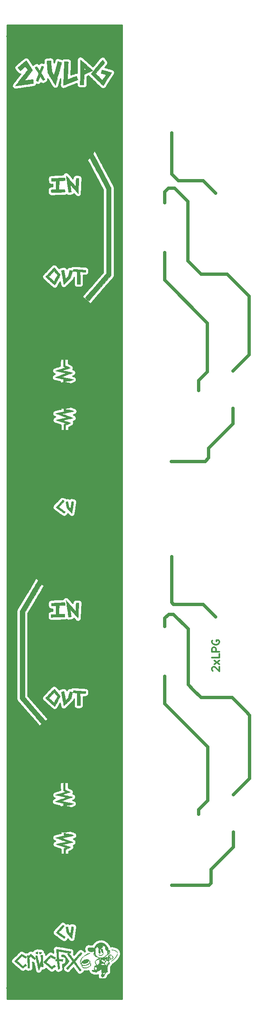
<source format=gbr>
%TF.GenerationSoftware,KiCad,Pcbnew,(5.1.6)-1*%
%TF.CreationDate,2020-06-24T18:04:08-05:00*%
%TF.ProjectId,Dual Passive VLPG,4475616c-2050-4617-9373-69766520564c,rev?*%
%TF.SameCoordinates,Original*%
%TF.FileFunction,Copper,L1,Top*%
%TF.FilePolarity,Positive*%
%FSLAX46Y46*%
G04 Gerber Fmt 4.6, Leading zero omitted, Abs format (unit mm)*
G04 Created by KiCad (PCBNEW (5.1.6)-1) date 2020-06-24 18:04:08*
%MOMM*%
%LPD*%
G01*
G04 APERTURE LIST*
%TA.AperFunction,NonConductor*%
%ADD10C,0.300000*%
%TD*%
%TA.AperFunction,EtchedComponent*%
%ADD11C,0.010000*%
%TD*%
%TA.AperFunction,ComponentPad*%
%ADD12C,5.500000*%
%TD*%
%TA.AperFunction,ComponentPad*%
%ADD13O,6.900000X3.900000*%
%TD*%
%TA.AperFunction,ComponentPad*%
%ADD14C,14.000000*%
%TD*%
%TA.AperFunction,Conductor*%
%ADD15C,0.635000*%
%TD*%
%TA.AperFunction,Conductor*%
%ADD16C,0.254000*%
%TD*%
G04 APERTURE END LIST*
D10*
X144421428Y-150492857D02*
X144350000Y-150421428D01*
X144278571Y-150278571D01*
X144278571Y-149921428D01*
X144350000Y-149778571D01*
X144421428Y-149707142D01*
X144564285Y-149635714D01*
X144707142Y-149635714D01*
X144921428Y-149707142D01*
X145778571Y-150564285D01*
X145778571Y-149635714D01*
X145778571Y-149135714D02*
X144778571Y-148350000D01*
X144778571Y-149135714D02*
X145778571Y-148350000D01*
X145778571Y-147064285D02*
X145778571Y-147778571D01*
X144278571Y-147778571D01*
X145778571Y-146564285D02*
X144278571Y-146564285D01*
X144278571Y-145992857D01*
X144350000Y-145850000D01*
X144421428Y-145778571D01*
X144564285Y-145707142D01*
X144778571Y-145707142D01*
X144921428Y-145778571D01*
X144992857Y-145850000D01*
X145064285Y-145992857D01*
X145064285Y-146564285D01*
X144350000Y-144278571D02*
X144278571Y-144421428D01*
X144278571Y-144635714D01*
X144350000Y-144850000D01*
X144492857Y-144992857D01*
X144635714Y-145064285D01*
X144921428Y-145135714D01*
X145135714Y-145135714D01*
X145421428Y-145064285D01*
X145564285Y-144992857D01*
X145707142Y-144850000D01*
X145778571Y-144635714D01*
X145778571Y-144492857D01*
X145707142Y-144278571D01*
X145635714Y-144207142D01*
X145135714Y-144207142D01*
X145135714Y-144492857D01*
D11*
%TO.C,G\u002A\u002A\u002A*%
G36*
X109453243Y-27187376D02*
G01*
X109523899Y-27209978D01*
X109607335Y-27241280D01*
X109689912Y-27275743D01*
X109757990Y-27307826D01*
X109797930Y-27331989D01*
X109803103Y-27339078D01*
X109794324Y-27368863D01*
X109769537Y-27439767D01*
X109731070Y-27545476D01*
X109681247Y-27679679D01*
X109622396Y-27836061D01*
X109556841Y-28008312D01*
X109547933Y-28031580D01*
X109292763Y-28697622D01*
X109664875Y-29291562D01*
X109792323Y-29497357D01*
X109890952Y-29661925D01*
X109961031Y-29785749D01*
X110002828Y-29869312D01*
X110016615Y-29913095D01*
X110015390Y-29918455D01*
X109978653Y-29954691D01*
X109915896Y-29999144D01*
X109839581Y-30045026D01*
X109762170Y-30085552D01*
X109696124Y-30113934D01*
X109653904Y-30123387D01*
X109645982Y-30119629D01*
X109627724Y-30089676D01*
X109586982Y-30023658D01*
X109528155Y-29928674D01*
X109455640Y-29811822D01*
X109373835Y-29680204D01*
X109362193Y-29661488D01*
X109269385Y-29513570D01*
X109199071Y-29404996D01*
X109147878Y-29331329D01*
X109112434Y-29288130D01*
X109089369Y-29270963D01*
X109075310Y-29275389D01*
X109072422Y-29280107D01*
X109056755Y-29317319D01*
X109026320Y-29394323D01*
X108984146Y-29503280D01*
X108933263Y-29636346D01*
X108876699Y-29785680D01*
X108860416Y-29828917D01*
X108803866Y-29977639D01*
X108752883Y-30108661D01*
X108710255Y-30215061D01*
X108678772Y-30289916D01*
X108661225Y-30326307D01*
X108658958Y-30328693D01*
X108630961Y-30319016D01*
X108567906Y-30295107D01*
X108481960Y-30261602D01*
X108456405Y-30251510D01*
X108366888Y-30215455D01*
X108297713Y-30186445D01*
X108260778Y-30169506D01*
X108257867Y-30167644D01*
X108264377Y-30142636D01*
X108287007Y-30076104D01*
X108323596Y-29973974D01*
X108371983Y-29842175D01*
X108430007Y-29686632D01*
X108495507Y-29513273D01*
X108517769Y-29454802D01*
X108585108Y-29275880D01*
X108645147Y-29111721D01*
X108695778Y-28968470D01*
X108734891Y-28852273D01*
X108760375Y-28769275D01*
X108770122Y-28725623D01*
X108769638Y-28721075D01*
X108752247Y-28692416D01*
X108711617Y-28626477D01*
X108651394Y-28529140D01*
X108575221Y-28406288D01*
X108486743Y-28263805D01*
X108389605Y-28107573D01*
X108383763Y-28098184D01*
X108271300Y-27916342D01*
X108184279Y-27772851D01*
X108120401Y-27663445D01*
X108077363Y-27583861D01*
X108052866Y-27529833D01*
X108044606Y-27497097D01*
X108050284Y-27481388D01*
X108050753Y-27481064D01*
X108144780Y-27420853D01*
X108237259Y-27364590D01*
X108317330Y-27318564D01*
X108374130Y-27289064D01*
X108395317Y-27281571D01*
X108414595Y-27302653D01*
X108455900Y-27360898D01*
X108515017Y-27449914D01*
X108587728Y-27563310D01*
X108669816Y-27694693D01*
X108697097Y-27739034D01*
X108780751Y-27874565D01*
X108855625Y-27994078D01*
X108917647Y-28091222D01*
X108962749Y-28159646D01*
X108986859Y-28193001D01*
X108989489Y-28195230D01*
X109001762Y-28172515D01*
X109028909Y-28109028D01*
X109068158Y-28011689D01*
X109116738Y-27887417D01*
X109171877Y-27743132D01*
X109192892Y-27687375D01*
X109250345Y-27537393D01*
X109303249Y-27404923D01*
X109348651Y-27296912D01*
X109383598Y-27220308D01*
X109405136Y-27182057D01*
X109409009Y-27179014D01*
X109453243Y-27187376D01*
G37*
X109453243Y-27187376D02*
X109523899Y-27209978D01*
X109607335Y-27241280D01*
X109689912Y-27275743D01*
X109757990Y-27307826D01*
X109797930Y-27331989D01*
X109803103Y-27339078D01*
X109794324Y-27368863D01*
X109769537Y-27439767D01*
X109731070Y-27545476D01*
X109681247Y-27679679D01*
X109622396Y-27836061D01*
X109556841Y-28008312D01*
X109547933Y-28031580D01*
X109292763Y-28697622D01*
X109664875Y-29291562D01*
X109792323Y-29497357D01*
X109890952Y-29661925D01*
X109961031Y-29785749D01*
X110002828Y-29869312D01*
X110016615Y-29913095D01*
X110015390Y-29918455D01*
X109978653Y-29954691D01*
X109915896Y-29999144D01*
X109839581Y-30045026D01*
X109762170Y-30085552D01*
X109696124Y-30113934D01*
X109653904Y-30123387D01*
X109645982Y-30119629D01*
X109627724Y-30089676D01*
X109586982Y-30023658D01*
X109528155Y-29928674D01*
X109455640Y-29811822D01*
X109373835Y-29680204D01*
X109362193Y-29661488D01*
X109269385Y-29513570D01*
X109199071Y-29404996D01*
X109147878Y-29331329D01*
X109112434Y-29288130D01*
X109089369Y-29270963D01*
X109075310Y-29275389D01*
X109072422Y-29280107D01*
X109056755Y-29317319D01*
X109026320Y-29394323D01*
X108984146Y-29503280D01*
X108933263Y-29636346D01*
X108876699Y-29785680D01*
X108860416Y-29828917D01*
X108803866Y-29977639D01*
X108752883Y-30108661D01*
X108710255Y-30215061D01*
X108678772Y-30289916D01*
X108661225Y-30326307D01*
X108658958Y-30328693D01*
X108630961Y-30319016D01*
X108567906Y-30295107D01*
X108481960Y-30261602D01*
X108456405Y-30251510D01*
X108366888Y-30215455D01*
X108297713Y-30186445D01*
X108260778Y-30169506D01*
X108257867Y-30167644D01*
X108264377Y-30142636D01*
X108287007Y-30076104D01*
X108323596Y-29973974D01*
X108371983Y-29842175D01*
X108430007Y-29686632D01*
X108495507Y-29513273D01*
X108517769Y-29454802D01*
X108585108Y-29275880D01*
X108645147Y-29111721D01*
X108695778Y-28968470D01*
X108734891Y-28852273D01*
X108760375Y-28769275D01*
X108770122Y-28725623D01*
X108769638Y-28721075D01*
X108752247Y-28692416D01*
X108711617Y-28626477D01*
X108651394Y-28529140D01*
X108575221Y-28406288D01*
X108486743Y-28263805D01*
X108389605Y-28107573D01*
X108383763Y-28098184D01*
X108271300Y-27916342D01*
X108184279Y-27772851D01*
X108120401Y-27663445D01*
X108077363Y-27583861D01*
X108052866Y-27529833D01*
X108044606Y-27497097D01*
X108050284Y-27481388D01*
X108050753Y-27481064D01*
X108144780Y-27420853D01*
X108237259Y-27364590D01*
X108317330Y-27318564D01*
X108374130Y-27289064D01*
X108395317Y-27281571D01*
X108414595Y-27302653D01*
X108455900Y-27360898D01*
X108515017Y-27449914D01*
X108587728Y-27563310D01*
X108669816Y-27694693D01*
X108697097Y-27739034D01*
X108780751Y-27874565D01*
X108855625Y-27994078D01*
X108917647Y-28091222D01*
X108962749Y-28159646D01*
X108986859Y-28193001D01*
X108989489Y-28195230D01*
X109001762Y-28172515D01*
X109028909Y-28109028D01*
X109068158Y-28011689D01*
X109116738Y-27887417D01*
X109171877Y-27743132D01*
X109192892Y-27687375D01*
X109250345Y-27537393D01*
X109303249Y-27404923D01*
X109348651Y-27296912D01*
X109383598Y-27220308D01*
X109405136Y-27182057D01*
X109409009Y-27179014D01*
X109453243Y-27187376D01*
G36*
X118562282Y-26996893D02*
G01*
X118777541Y-27184403D01*
X118981403Y-27362306D01*
X119170636Y-27527761D01*
X119342006Y-27677925D01*
X119492279Y-27809956D01*
X119618222Y-27921011D01*
X119716602Y-28008247D01*
X119784184Y-28068822D01*
X119817736Y-28099894D01*
X119820840Y-28103272D01*
X119801207Y-28117988D01*
X119739837Y-28150480D01*
X119641699Y-28198419D01*
X119511763Y-28259476D01*
X119355000Y-28331323D01*
X119176379Y-28411629D01*
X118980870Y-28498066D01*
X118943543Y-28514413D01*
X118053653Y-28903562D01*
X118040383Y-31017918D01*
X117278178Y-31017918D01*
X117281716Y-29613163D01*
X117282776Y-29299886D01*
X117284403Y-28960882D01*
X117286515Y-28607390D01*
X117289027Y-28250650D01*
X117290538Y-28064377D01*
X118066366Y-28064377D01*
X118244344Y-27985298D01*
X118328600Y-27946061D01*
X118390825Y-27913648D01*
X118419806Y-27893988D01*
X118420621Y-27892048D01*
X118401685Y-27870493D01*
X118352402Y-27824664D01*
X118281640Y-27762657D01*
X118242643Y-27729522D01*
X118066366Y-27581166D01*
X118066366Y-28064377D01*
X117290538Y-28064377D01*
X117291856Y-27901903D01*
X117294916Y-27572388D01*
X117298125Y-27273346D01*
X117300786Y-27060457D01*
X117316316Y-25912505D01*
X118562282Y-26996893D01*
G37*
X118562282Y-26996893D02*
X118777541Y-27184403D01*
X118981403Y-27362306D01*
X119170636Y-27527761D01*
X119342006Y-27677925D01*
X119492279Y-27809956D01*
X119618222Y-27921011D01*
X119716602Y-28008247D01*
X119784184Y-28068822D01*
X119817736Y-28099894D01*
X119820840Y-28103272D01*
X119801207Y-28117988D01*
X119739837Y-28150480D01*
X119641699Y-28198419D01*
X119511763Y-28259476D01*
X119355000Y-28331323D01*
X119176379Y-28411629D01*
X118980870Y-28498066D01*
X118943543Y-28514413D01*
X118053653Y-28903562D01*
X118040383Y-31017918D01*
X117278178Y-31017918D01*
X117281716Y-29613163D01*
X117282776Y-29299886D01*
X117284403Y-28960882D01*
X117286515Y-28607390D01*
X117289027Y-28250650D01*
X117290538Y-28064377D01*
X118066366Y-28064377D01*
X118244344Y-27985298D01*
X118328600Y-27946061D01*
X118390825Y-27913648D01*
X118419806Y-27893988D01*
X118420621Y-27892048D01*
X118401685Y-27870493D01*
X118352402Y-27824664D01*
X118281640Y-27762657D01*
X118242643Y-27729522D01*
X118066366Y-27581166D01*
X118066366Y-28064377D01*
X117290538Y-28064377D01*
X117291856Y-27901903D01*
X117294916Y-27572388D01*
X117298125Y-27273346D01*
X117300786Y-27060457D01*
X117316316Y-25912505D01*
X118562282Y-26996893D01*
G36*
X114432642Y-26319614D02*
G01*
X114566553Y-26324821D01*
X114681798Y-26331021D01*
X114769111Y-26337582D01*
X114819229Y-26343872D01*
X114827314Y-26346568D01*
X114828776Y-26373792D01*
X114828236Y-26447715D01*
X114825824Y-26564230D01*
X114821669Y-26719229D01*
X114815900Y-26908605D01*
X114808647Y-27128250D01*
X114800038Y-27374058D01*
X114790204Y-27641922D01*
X114779272Y-27927732D01*
X114770813Y-28141884D01*
X114759152Y-28438005D01*
X114748451Y-28719089D01*
X114738844Y-28981035D01*
X114730464Y-29219739D01*
X114723443Y-29431101D01*
X114717915Y-29611017D01*
X114714012Y-29755385D01*
X114711868Y-29860103D01*
X114711615Y-29921068D01*
X114712677Y-29935567D01*
X114738503Y-29929610D01*
X114806310Y-29906913D01*
X114910792Y-29869442D01*
X115046643Y-29819161D01*
X115208559Y-29758036D01*
X115391234Y-29688031D01*
X115589362Y-29611112D01*
X115601539Y-29606353D01*
X115801247Y-29528567D01*
X115986468Y-29456967D01*
X116151768Y-29393612D01*
X116291717Y-29340561D01*
X116400883Y-29299870D01*
X116473833Y-29273600D01*
X116505136Y-29263809D01*
X116505471Y-29263789D01*
X116526085Y-29285960D01*
X116558211Y-29346074D01*
X116598086Y-29434202D01*
X116641947Y-29540418D01*
X116686030Y-29654795D01*
X116726575Y-29767406D01*
X116759817Y-29868324D01*
X116781994Y-29947621D01*
X116789344Y-29995371D01*
X116786177Y-30004374D01*
X116756089Y-30017254D01*
X116684078Y-30046327D01*
X116575109Y-30089660D01*
X116434147Y-30145320D01*
X116266156Y-30211374D01*
X116076100Y-30285889D01*
X115868945Y-30366933D01*
X115649656Y-30452571D01*
X115423196Y-30540872D01*
X115194530Y-30629902D01*
X114968623Y-30717728D01*
X114750440Y-30802417D01*
X114544945Y-30882037D01*
X114357103Y-30954653D01*
X114191879Y-31018334D01*
X114054237Y-31071147D01*
X113949142Y-31111157D01*
X113881558Y-31136433D01*
X113856504Y-31145045D01*
X113850562Y-31121365D01*
X113848208Y-31057068D01*
X113849533Y-30962265D01*
X113853955Y-30859009D01*
X113857404Y-30788380D01*
X113862589Y-30671465D01*
X113869330Y-30512794D01*
X113877441Y-30316894D01*
X113886743Y-30088295D01*
X113897050Y-29831526D01*
X113908182Y-29551114D01*
X113919954Y-29251591D01*
X113932186Y-28937483D01*
X113944693Y-28613320D01*
X113948034Y-28526226D01*
X113960415Y-28206150D01*
X113972518Y-27899323D01*
X113984169Y-27609748D01*
X113995197Y-27341432D01*
X114005431Y-27098380D01*
X114014697Y-26884597D01*
X114022825Y-26704089D01*
X114029642Y-26560860D01*
X114034976Y-26458917D01*
X114038656Y-26402263D01*
X114039583Y-26393450D01*
X114052728Y-26307420D01*
X114432642Y-26319614D01*
G37*
X114432642Y-26319614D02*
X114566553Y-26324821D01*
X114681798Y-26331021D01*
X114769111Y-26337582D01*
X114819229Y-26343872D01*
X114827314Y-26346568D01*
X114828776Y-26373792D01*
X114828236Y-26447715D01*
X114825824Y-26564230D01*
X114821669Y-26719229D01*
X114815900Y-26908605D01*
X114808647Y-27128250D01*
X114800038Y-27374058D01*
X114790204Y-27641922D01*
X114779272Y-27927732D01*
X114770813Y-28141884D01*
X114759152Y-28438005D01*
X114748451Y-28719089D01*
X114738844Y-28981035D01*
X114730464Y-29219739D01*
X114723443Y-29431101D01*
X114717915Y-29611017D01*
X114714012Y-29755385D01*
X114711868Y-29860103D01*
X114711615Y-29921068D01*
X114712677Y-29935567D01*
X114738503Y-29929610D01*
X114806310Y-29906913D01*
X114910792Y-29869442D01*
X115046643Y-29819161D01*
X115208559Y-29758036D01*
X115391234Y-29688031D01*
X115589362Y-29611112D01*
X115601539Y-29606353D01*
X115801247Y-29528567D01*
X115986468Y-29456967D01*
X116151768Y-29393612D01*
X116291717Y-29340561D01*
X116400883Y-29299870D01*
X116473833Y-29273600D01*
X116505136Y-29263809D01*
X116505471Y-29263789D01*
X116526085Y-29285960D01*
X116558211Y-29346074D01*
X116598086Y-29434202D01*
X116641947Y-29540418D01*
X116686030Y-29654795D01*
X116726575Y-29767406D01*
X116759817Y-29868324D01*
X116781994Y-29947621D01*
X116789344Y-29995371D01*
X116786177Y-30004374D01*
X116756089Y-30017254D01*
X116684078Y-30046327D01*
X116575109Y-30089660D01*
X116434147Y-30145320D01*
X116266156Y-30211374D01*
X116076100Y-30285889D01*
X115868945Y-30366933D01*
X115649656Y-30452571D01*
X115423196Y-30540872D01*
X115194530Y-30629902D01*
X114968623Y-30717728D01*
X114750440Y-30802417D01*
X114544945Y-30882037D01*
X114357103Y-30954653D01*
X114191879Y-31018334D01*
X114054237Y-31071147D01*
X113949142Y-31111157D01*
X113881558Y-31136433D01*
X113856504Y-31145045D01*
X113850562Y-31121365D01*
X113848208Y-31057068D01*
X113849533Y-30962265D01*
X113853955Y-30859009D01*
X113857404Y-30788380D01*
X113862589Y-30671465D01*
X113869330Y-30512794D01*
X113877441Y-30316894D01*
X113886743Y-30088295D01*
X113897050Y-29831526D01*
X113908182Y-29551114D01*
X113919954Y-29251591D01*
X113932186Y-28937483D01*
X113944693Y-28613320D01*
X113948034Y-28526226D01*
X113960415Y-28206150D01*
X113972518Y-27899323D01*
X113984169Y-27609748D01*
X113995197Y-27341432D01*
X114005431Y-27098380D01*
X114014697Y-26884597D01*
X114022825Y-26704089D01*
X114029642Y-26560860D01*
X114034976Y-26458917D01*
X114038656Y-26402263D01*
X114039583Y-26393450D01*
X114052728Y-26307420D01*
X114432642Y-26319614D01*
G36*
X111259780Y-26114864D02*
G01*
X111266273Y-26116257D01*
X111270966Y-26143714D01*
X111278789Y-26216598D01*
X111289293Y-26329611D01*
X111302029Y-26477454D01*
X111316548Y-26654829D01*
X111332400Y-26856438D01*
X111349137Y-27076984D01*
X111358766Y-27207295D01*
X111437611Y-28284685D01*
X111679246Y-28689790D01*
X111920880Y-29094895D01*
X112209582Y-28041442D01*
X112307775Y-27683656D01*
X112396493Y-27361441D01*
X112475262Y-27076495D01*
X112543607Y-26830517D01*
X112601053Y-26625204D01*
X112647123Y-26462256D01*
X112681344Y-26343370D01*
X112703240Y-26270247D01*
X112712227Y-26244673D01*
X112736921Y-26250263D01*
X112801527Y-26269574D01*
X112897792Y-26300017D01*
X113017465Y-26339001D01*
X113099881Y-26366353D01*
X113481967Y-26494010D01*
X113408441Y-26753712D01*
X113390256Y-26818891D01*
X113359899Y-26928856D01*
X113318541Y-27079325D01*
X113267354Y-27266014D01*
X113207510Y-27484640D01*
X113140179Y-27730922D01*
X113066534Y-28000575D01*
X112987744Y-28289316D01*
X112904982Y-28592864D01*
X112819419Y-28906935D01*
X112788083Y-29022022D01*
X112703386Y-29333020D01*
X112622231Y-29630797D01*
X112545654Y-29911571D01*
X112474687Y-30171560D01*
X112410367Y-30406979D01*
X112353726Y-30614047D01*
X112305800Y-30788981D01*
X112267623Y-30927997D01*
X112240229Y-31027312D01*
X112224653Y-31083145D01*
X112221689Y-31093354D01*
X112213900Y-31105843D01*
X112200401Y-31103797D01*
X112178675Y-31083489D01*
X112146201Y-31041191D01*
X112100462Y-30973177D01*
X112038939Y-30875719D01*
X111959113Y-30745091D01*
X111858466Y-30577566D01*
X111749182Y-30394155D01*
X111623650Y-30183089D01*
X111489200Y-29957203D01*
X111352430Y-29727570D01*
X111219938Y-29505262D01*
X111098322Y-29301353D01*
X110994179Y-29126916D01*
X110968449Y-29083859D01*
X110640661Y-28535486D01*
X110553637Y-27355824D01*
X110536130Y-27116396D01*
X110520094Y-26892968D01*
X110505866Y-26690554D01*
X110493785Y-26514171D01*
X110484190Y-26368833D01*
X110477418Y-26259556D01*
X110473809Y-26191356D01*
X110473573Y-26169202D01*
X110501749Y-26163406D01*
X110569744Y-26155878D01*
X110666833Y-26147335D01*
X110782292Y-26138492D01*
X110905396Y-26130067D01*
X111025422Y-26122775D01*
X111131644Y-26117334D01*
X111213338Y-26114458D01*
X111259780Y-26114864D01*
G37*
X111259780Y-26114864D02*
X111266273Y-26116257D01*
X111270966Y-26143714D01*
X111278789Y-26216598D01*
X111289293Y-26329611D01*
X111302029Y-26477454D01*
X111316548Y-26654829D01*
X111332400Y-26856438D01*
X111349137Y-27076984D01*
X111358766Y-27207295D01*
X111437611Y-28284685D01*
X111679246Y-28689790D01*
X111920880Y-29094895D01*
X112209582Y-28041442D01*
X112307775Y-27683656D01*
X112396493Y-27361441D01*
X112475262Y-27076495D01*
X112543607Y-26830517D01*
X112601053Y-26625204D01*
X112647123Y-26462256D01*
X112681344Y-26343370D01*
X112703240Y-26270247D01*
X112712227Y-26244673D01*
X112736921Y-26250263D01*
X112801527Y-26269574D01*
X112897792Y-26300017D01*
X113017465Y-26339001D01*
X113099881Y-26366353D01*
X113481967Y-26494010D01*
X113408441Y-26753712D01*
X113390256Y-26818891D01*
X113359899Y-26928856D01*
X113318541Y-27079325D01*
X113267354Y-27266014D01*
X113207510Y-27484640D01*
X113140179Y-27730922D01*
X113066534Y-28000575D01*
X112987744Y-28289316D01*
X112904982Y-28592864D01*
X112819419Y-28906935D01*
X112788083Y-29022022D01*
X112703386Y-29333020D01*
X112622231Y-29630797D01*
X112545654Y-29911571D01*
X112474687Y-30171560D01*
X112410367Y-30406979D01*
X112353726Y-30614047D01*
X112305800Y-30788981D01*
X112267623Y-30927997D01*
X112240229Y-31027312D01*
X112224653Y-31083145D01*
X112221689Y-31093354D01*
X112213900Y-31105843D01*
X112200401Y-31103797D01*
X112178675Y-31083489D01*
X112146201Y-31041191D01*
X112100462Y-30973177D01*
X112038939Y-30875719D01*
X111959113Y-30745091D01*
X111858466Y-30577566D01*
X111749182Y-30394155D01*
X111623650Y-30183089D01*
X111489200Y-29957203D01*
X111352430Y-29727570D01*
X111219938Y-29505262D01*
X111098322Y-29301353D01*
X110994179Y-29126916D01*
X110968449Y-29083859D01*
X110640661Y-28535486D01*
X110553637Y-27355824D01*
X110536130Y-27116396D01*
X110520094Y-26892968D01*
X110505866Y-26690554D01*
X110493785Y-26514171D01*
X110484190Y-26368833D01*
X110477418Y-26259556D01*
X110473809Y-26191356D01*
X110473573Y-26169202D01*
X110501749Y-26163406D01*
X110569744Y-26155878D01*
X110666833Y-26147335D01*
X110782292Y-26138492D01*
X110905396Y-26130067D01*
X111025422Y-26122775D01*
X111131644Y-26117334D01*
X111213338Y-26114458D01*
X111259780Y-26114864D01*
G36*
X122065330Y-26205874D02*
G01*
X122133192Y-26311158D01*
X122192687Y-26404762D01*
X122237238Y-26476257D01*
X122259852Y-26514425D01*
X122265638Y-26536552D01*
X122258600Y-26565984D01*
X122234839Y-26608373D01*
X122190454Y-26669375D01*
X122121544Y-26754644D01*
X122024208Y-26869834D01*
X121975379Y-26926789D01*
X121883270Y-27034671D01*
X121765223Y-27174045D01*
X121627707Y-27337211D01*
X121477187Y-27516473D01*
X121320133Y-27704132D01*
X121163010Y-27892492D01*
X121060571Y-28015670D01*
X120457079Y-28742342D01*
X120958869Y-29232202D01*
X121102590Y-29372058D01*
X121245476Y-29510286D01*
X121380206Y-29639866D01*
X121499463Y-29753778D01*
X121595926Y-29845000D01*
X121654153Y-29899109D01*
X121847646Y-30076157D01*
X122196037Y-29537954D01*
X122291408Y-29390012D01*
X122377196Y-29255775D01*
X122449621Y-29141247D01*
X122504906Y-29052434D01*
X122539275Y-28995342D01*
X122549190Y-28976461D01*
X122527282Y-28963100D01*
X122463350Y-28939086D01*
X122364542Y-28906730D01*
X122238004Y-28868340D01*
X122090886Y-28826227D01*
X122045445Y-28813662D01*
X121893071Y-28771685D01*
X121758414Y-28734258D01*
X121648789Y-28703441D01*
X121571514Y-28681295D01*
X121533906Y-28669882D01*
X121531473Y-28668884D01*
X121535631Y-28643951D01*
X121550931Y-28581078D01*
X121574366Y-28491167D01*
X121602933Y-28385121D01*
X121633627Y-28273844D01*
X121663443Y-28168237D01*
X121689377Y-28079205D01*
X121708425Y-28017650D01*
X121717261Y-27994683D01*
X121743798Y-27997960D01*
X121812760Y-28013376D01*
X121917799Y-28039197D01*
X122052564Y-28073689D01*
X122210706Y-28115116D01*
X122385875Y-28161745D01*
X122571722Y-28211841D01*
X122761897Y-28263670D01*
X122950051Y-28315497D01*
X123129834Y-28365588D01*
X123294896Y-28412209D01*
X123438888Y-28453624D01*
X123555460Y-28488101D01*
X123638263Y-28513904D01*
X123680947Y-28529298D01*
X123685385Y-28532281D01*
X123672040Y-28555821D01*
X123633924Y-28617564D01*
X123573914Y-28713035D01*
X123494889Y-28837760D01*
X123399727Y-28987264D01*
X123291305Y-29157073D01*
X123172501Y-29342712D01*
X123046193Y-29539707D01*
X122915260Y-29743584D01*
X122782579Y-29949868D01*
X122651028Y-30154084D01*
X122523485Y-30351759D01*
X122402827Y-30538417D01*
X122291934Y-30709584D01*
X122193682Y-30860787D01*
X122110950Y-30987549D01*
X122046615Y-31085398D01*
X122003556Y-31149858D01*
X121984734Y-31176365D01*
X121963540Y-31163068D01*
X121909498Y-31117718D01*
X121826254Y-31043673D01*
X121717454Y-30944293D01*
X121586742Y-30822938D01*
X121437765Y-30682965D01*
X121274168Y-30527735D01*
X121103895Y-30364738D01*
X120912464Y-30180706D01*
X120718279Y-29994013D01*
X120527333Y-29810419D01*
X120345619Y-29635687D01*
X120179127Y-29475579D01*
X120033850Y-29335857D01*
X119915782Y-29222283D01*
X119862322Y-29170848D01*
X119484404Y-28807192D01*
X119772283Y-28456950D01*
X119968361Y-28218867D01*
X120168652Y-27976548D01*
X120369961Y-27733799D01*
X120569092Y-27494429D01*
X120762848Y-27262246D01*
X120948034Y-27041057D01*
X121121453Y-26834670D01*
X121279909Y-26646894D01*
X121420206Y-26481535D01*
X121539148Y-26342402D01*
X121633539Y-26233303D01*
X121700182Y-26158045D01*
X121719356Y-26137203D01*
X121897649Y-25947480D01*
X122065330Y-26205874D01*
G37*
X122065330Y-26205874D02*
X122133192Y-26311158D01*
X122192687Y-26404762D01*
X122237238Y-26476257D01*
X122259852Y-26514425D01*
X122265638Y-26536552D01*
X122258600Y-26565984D01*
X122234839Y-26608373D01*
X122190454Y-26669375D01*
X122121544Y-26754644D01*
X122024208Y-26869834D01*
X121975379Y-26926789D01*
X121883270Y-27034671D01*
X121765223Y-27174045D01*
X121627707Y-27337211D01*
X121477187Y-27516473D01*
X121320133Y-27704132D01*
X121163010Y-27892492D01*
X121060571Y-28015670D01*
X120457079Y-28742342D01*
X120958869Y-29232202D01*
X121102590Y-29372058D01*
X121245476Y-29510286D01*
X121380206Y-29639866D01*
X121499463Y-29753778D01*
X121595926Y-29845000D01*
X121654153Y-29899109D01*
X121847646Y-30076157D01*
X122196037Y-29537954D01*
X122291408Y-29390012D01*
X122377196Y-29255775D01*
X122449621Y-29141247D01*
X122504906Y-29052434D01*
X122539275Y-28995342D01*
X122549190Y-28976461D01*
X122527282Y-28963100D01*
X122463350Y-28939086D01*
X122364542Y-28906730D01*
X122238004Y-28868340D01*
X122090886Y-28826227D01*
X122045445Y-28813662D01*
X121893071Y-28771685D01*
X121758414Y-28734258D01*
X121648789Y-28703441D01*
X121571514Y-28681295D01*
X121533906Y-28669882D01*
X121531473Y-28668884D01*
X121535631Y-28643951D01*
X121550931Y-28581078D01*
X121574366Y-28491167D01*
X121602933Y-28385121D01*
X121633627Y-28273844D01*
X121663443Y-28168237D01*
X121689377Y-28079205D01*
X121708425Y-28017650D01*
X121717261Y-27994683D01*
X121743798Y-27997960D01*
X121812760Y-28013376D01*
X121917799Y-28039197D01*
X122052564Y-28073689D01*
X122210706Y-28115116D01*
X122385875Y-28161745D01*
X122571722Y-28211841D01*
X122761897Y-28263670D01*
X122950051Y-28315497D01*
X123129834Y-28365588D01*
X123294896Y-28412209D01*
X123438888Y-28453624D01*
X123555460Y-28488101D01*
X123638263Y-28513904D01*
X123680947Y-28529298D01*
X123685385Y-28532281D01*
X123672040Y-28555821D01*
X123633924Y-28617564D01*
X123573914Y-28713035D01*
X123494889Y-28837760D01*
X123399727Y-28987264D01*
X123291305Y-29157073D01*
X123172501Y-29342712D01*
X123046193Y-29539707D01*
X122915260Y-29743584D01*
X122782579Y-29949868D01*
X122651028Y-30154084D01*
X122523485Y-30351759D01*
X122402827Y-30538417D01*
X122291934Y-30709584D01*
X122193682Y-30860787D01*
X122110950Y-30987549D01*
X122046615Y-31085398D01*
X122003556Y-31149858D01*
X121984734Y-31176365D01*
X121963540Y-31163068D01*
X121909498Y-31117718D01*
X121826254Y-31043673D01*
X121717454Y-30944293D01*
X121586742Y-30822938D01*
X121437765Y-30682965D01*
X121274168Y-30527735D01*
X121103895Y-30364738D01*
X120912464Y-30180706D01*
X120718279Y-29994013D01*
X120527333Y-29810419D01*
X120345619Y-29635687D01*
X120179127Y-29475579D01*
X120033850Y-29335857D01*
X119915782Y-29222283D01*
X119862322Y-29170848D01*
X119484404Y-28807192D01*
X119772283Y-28456950D01*
X119968361Y-28218867D01*
X120168652Y-27976548D01*
X120369961Y-27733799D01*
X120569092Y-27494429D01*
X120762848Y-27262246D01*
X120948034Y-27041057D01*
X121121453Y-26834670D01*
X121279909Y-26646894D01*
X121420206Y-26481535D01*
X121539148Y-26342402D01*
X121633539Y-26233303D01*
X121700182Y-26158045D01*
X121719356Y-26137203D01*
X121897649Y-25947480D01*
X122065330Y-26205874D01*
G36*
X106256523Y-26114639D02*
G01*
X106257665Y-26115664D01*
X106279141Y-26144789D01*
X106324509Y-26210998D01*
X106390034Y-26308682D01*
X106471985Y-26432231D01*
X106566627Y-26576037D01*
X106670228Y-26734490D01*
X106702849Y-26784585D01*
X106820498Y-26965396D01*
X106940990Y-27150528D01*
X107058183Y-27330545D01*
X107165933Y-27496013D01*
X107258097Y-27637495D01*
X107327135Y-27743417D01*
X107537893Y-28066614D01*
X106725722Y-29101828D01*
X106569496Y-29301282D01*
X106423435Y-29488388D01*
X106290434Y-29659392D01*
X106173387Y-29810545D01*
X106075189Y-29938093D01*
X105998733Y-30038287D01*
X105946914Y-30107374D01*
X105922625Y-30141603D01*
X105921175Y-30144666D01*
X105947240Y-30143077D01*
X106017711Y-30135058D01*
X106126655Y-30121383D01*
X106268140Y-30102824D01*
X106436233Y-30080156D01*
X106625003Y-30054153D01*
X106760866Y-30035141D01*
X106960661Y-30007553D01*
X107144203Y-29983251D01*
X107305481Y-29962948D01*
X107438485Y-29947360D01*
X107537203Y-29937200D01*
X107595623Y-29933185D01*
X107609218Y-29934276D01*
X107621825Y-29967632D01*
X107637145Y-30039060D01*
X107653873Y-30138052D01*
X107670703Y-30254102D01*
X107686330Y-30376703D01*
X107699450Y-30495347D01*
X107708758Y-30599526D01*
X107712949Y-30678734D01*
X107710718Y-30722463D01*
X107707745Y-30727663D01*
X107678567Y-30732811D01*
X107603906Y-30744284D01*
X107488646Y-30761392D01*
X107337668Y-30783445D01*
X107155855Y-30809753D01*
X106948090Y-30839625D01*
X106719254Y-30872372D01*
X106474230Y-30907302D01*
X106217900Y-30943727D01*
X105955148Y-30980955D01*
X105690854Y-31018296D01*
X105429903Y-31055060D01*
X105177175Y-31090557D01*
X104937553Y-31124097D01*
X104715920Y-31154989D01*
X104517159Y-31182544D01*
X104346150Y-31206070D01*
X104207778Y-31224878D01*
X104106924Y-31238278D01*
X104048470Y-31245579D01*
X104035953Y-31246747D01*
X104013937Y-31236268D01*
X104025061Y-31214965D01*
X104061402Y-31168887D01*
X104124752Y-31088326D01*
X104212100Y-30977123D01*
X104320435Y-30839119D01*
X104446744Y-30678157D01*
X104588017Y-30498076D01*
X104741243Y-30302720D01*
X104903409Y-30095928D01*
X105071505Y-29881544D01*
X105242519Y-29663407D01*
X105413441Y-29445360D01*
X105581258Y-29231244D01*
X105742959Y-29024901D01*
X105895534Y-28830171D01*
X106035970Y-28650897D01*
X106161256Y-28490920D01*
X106268381Y-28354081D01*
X106354334Y-28244222D01*
X106416104Y-28165184D01*
X106450678Y-28120808D01*
X106456155Y-28113708D01*
X106528274Y-28019008D01*
X106293656Y-27662003D01*
X106206371Y-27530378D01*
X106141708Y-27436576D01*
X106095230Y-27375367D01*
X106062498Y-27341522D01*
X106039073Y-27329811D01*
X106020517Y-27335005D01*
X106017807Y-27336975D01*
X105978152Y-27369066D01*
X105907248Y-27427739D01*
X105812535Y-27506728D01*
X105701456Y-27599768D01*
X105581452Y-27700594D01*
X105459965Y-27802942D01*
X105344437Y-27900547D01*
X105242310Y-27987145D01*
X105161025Y-28056470D01*
X105108024Y-28102257D01*
X105095486Y-28113420D01*
X105028010Y-28175102D01*
X104772141Y-27873937D01*
X104683712Y-27769317D01*
X104607574Y-27678219D01*
X104549561Y-27607706D01*
X104515509Y-27564838D01*
X104509086Y-27555554D01*
X104526391Y-27536109D01*
X104578783Y-27487372D01*
X104662385Y-27412724D01*
X104773320Y-27315545D01*
X104907709Y-27199215D01*
X105061675Y-27067115D01*
X105231339Y-26922625D01*
X105363955Y-26810358D01*
X105575638Y-26632037D01*
X105751968Y-26484588D01*
X105896042Y-26365602D01*
X106010957Y-26272674D01*
X106099808Y-26203396D01*
X106165694Y-26155360D01*
X106211711Y-26126160D01*
X106240955Y-26113389D01*
X106256523Y-26114639D01*
G37*
X106256523Y-26114639D02*
X106257665Y-26115664D01*
X106279141Y-26144789D01*
X106324509Y-26210998D01*
X106390034Y-26308682D01*
X106471985Y-26432231D01*
X106566627Y-26576037D01*
X106670228Y-26734490D01*
X106702849Y-26784585D01*
X106820498Y-26965396D01*
X106940990Y-27150528D01*
X107058183Y-27330545D01*
X107165933Y-27496013D01*
X107258097Y-27637495D01*
X107327135Y-27743417D01*
X107537893Y-28066614D01*
X106725722Y-29101828D01*
X106569496Y-29301282D01*
X106423435Y-29488388D01*
X106290434Y-29659392D01*
X106173387Y-29810545D01*
X106075189Y-29938093D01*
X105998733Y-30038287D01*
X105946914Y-30107374D01*
X105922625Y-30141603D01*
X105921175Y-30144666D01*
X105947240Y-30143077D01*
X106017711Y-30135058D01*
X106126655Y-30121383D01*
X106268140Y-30102824D01*
X106436233Y-30080156D01*
X106625003Y-30054153D01*
X106760866Y-30035141D01*
X106960661Y-30007553D01*
X107144203Y-29983251D01*
X107305481Y-29962948D01*
X107438485Y-29947360D01*
X107537203Y-29937200D01*
X107595623Y-29933185D01*
X107609218Y-29934276D01*
X107621825Y-29967632D01*
X107637145Y-30039060D01*
X107653873Y-30138052D01*
X107670703Y-30254102D01*
X107686330Y-30376703D01*
X107699450Y-30495347D01*
X107708758Y-30599526D01*
X107712949Y-30678734D01*
X107710718Y-30722463D01*
X107707745Y-30727663D01*
X107678567Y-30732811D01*
X107603906Y-30744284D01*
X107488646Y-30761392D01*
X107337668Y-30783445D01*
X107155855Y-30809753D01*
X106948090Y-30839625D01*
X106719254Y-30872372D01*
X106474230Y-30907302D01*
X106217900Y-30943727D01*
X105955148Y-30980955D01*
X105690854Y-31018296D01*
X105429903Y-31055060D01*
X105177175Y-31090557D01*
X104937553Y-31124097D01*
X104715920Y-31154989D01*
X104517159Y-31182544D01*
X104346150Y-31206070D01*
X104207778Y-31224878D01*
X104106924Y-31238278D01*
X104048470Y-31245579D01*
X104035953Y-31246747D01*
X104013937Y-31236268D01*
X104025061Y-31214965D01*
X104061402Y-31168887D01*
X104124752Y-31088326D01*
X104212100Y-30977123D01*
X104320435Y-30839119D01*
X104446744Y-30678157D01*
X104588017Y-30498076D01*
X104741243Y-30302720D01*
X104903409Y-30095928D01*
X105071505Y-29881544D01*
X105242519Y-29663407D01*
X105413441Y-29445360D01*
X105581258Y-29231244D01*
X105742959Y-29024901D01*
X105895534Y-28830171D01*
X106035970Y-28650897D01*
X106161256Y-28490920D01*
X106268381Y-28354081D01*
X106354334Y-28244222D01*
X106416104Y-28165184D01*
X106450678Y-28120808D01*
X106456155Y-28113708D01*
X106528274Y-28019008D01*
X106293656Y-27662003D01*
X106206371Y-27530378D01*
X106141708Y-27436576D01*
X106095230Y-27375367D01*
X106062498Y-27341522D01*
X106039073Y-27329811D01*
X106020517Y-27335005D01*
X106017807Y-27336975D01*
X105978152Y-27369066D01*
X105907248Y-27427739D01*
X105812535Y-27506728D01*
X105701456Y-27599768D01*
X105581452Y-27700594D01*
X105459965Y-27802942D01*
X105344437Y-27900547D01*
X105242310Y-27987145D01*
X105161025Y-28056470D01*
X105108024Y-28102257D01*
X105095486Y-28113420D01*
X105028010Y-28175102D01*
X104772141Y-27873937D01*
X104683712Y-27769317D01*
X104607574Y-27678219D01*
X104549561Y-27607706D01*
X104515509Y-27564838D01*
X104509086Y-27555554D01*
X104526391Y-27536109D01*
X104578783Y-27487372D01*
X104662385Y-27412724D01*
X104773320Y-27315545D01*
X104907709Y-27199215D01*
X105061675Y-27067115D01*
X105231339Y-26922625D01*
X105363955Y-26810358D01*
X105575638Y-26632037D01*
X105751968Y-26484588D01*
X105896042Y-26365602D01*
X106010957Y-26272674D01*
X106099808Y-26203396D01*
X106165694Y-26155360D01*
X106211711Y-26126160D01*
X106240955Y-26113389D01*
X106256523Y-26114639D01*
G36*
X114160018Y-50156590D02*
G01*
X114168147Y-50265315D01*
X114173976Y-50367273D01*
X114176274Y-50440809D01*
X114176276Y-50442115D01*
X114176276Y-50535316D01*
X113600690Y-50564682D01*
X113434750Y-50573740D01*
X113286245Y-50582973D01*
X113162563Y-50591830D01*
X113071094Y-50599759D01*
X113019226Y-50606209D01*
X113010378Y-50608774D01*
X113001188Y-50642387D01*
X112992217Y-50720716D01*
X112983734Y-50837627D01*
X112976007Y-50986984D01*
X112969303Y-51162653D01*
X112963892Y-51358500D01*
X112960041Y-51568390D01*
X112958019Y-51786187D01*
X112957927Y-51808164D01*
X112955855Y-52372484D01*
X113318168Y-52360749D01*
X113472853Y-52355487D01*
X113632026Y-52349643D01*
X113777738Y-52343902D01*
X113892040Y-52338947D01*
X113899451Y-52338597D01*
X114118422Y-52328180D01*
X114134456Y-52497924D01*
X114147322Y-52665769D01*
X114149529Y-52786219D01*
X114140985Y-52861620D01*
X114121600Y-52894319D01*
X114119069Y-52895328D01*
X114087713Y-52898014D01*
X114010845Y-52901683D01*
X113893791Y-52906163D01*
X113741876Y-52911280D01*
X113560427Y-52916861D01*
X113354770Y-52922731D01*
X113130229Y-52928718D01*
X112968568Y-52932790D01*
X112724297Y-52938990D01*
X112486972Y-52945377D01*
X112263325Y-52951745D01*
X112060089Y-52957886D01*
X111883999Y-52963593D01*
X111741786Y-52968660D01*
X111640183Y-52972880D01*
X111605693Y-52974667D01*
X111361537Y-52989030D01*
X111347498Y-52713943D01*
X111342613Y-52575629D01*
X111344729Y-52483258D01*
X111354078Y-52432374D01*
X111362825Y-52420167D01*
X111396780Y-52414078D01*
X111472758Y-52408773D01*
X111581932Y-52404607D01*
X111715476Y-52401930D01*
X111840736Y-52401090D01*
X112289281Y-52400701D01*
X112304051Y-51936687D01*
X112310132Y-51745031D01*
X112316916Y-51530278D01*
X112323722Y-51313992D01*
X112329872Y-51117741D01*
X112332134Y-51045254D01*
X112345447Y-50617835D01*
X112237488Y-50631237D01*
X112172019Y-50637314D01*
X112068802Y-50644514D01*
X111940904Y-50652019D01*
X111801391Y-50659015D01*
X111770833Y-50660387D01*
X111412136Y-50676135D01*
X111393948Y-50404609D01*
X111387409Y-50292835D01*
X111383852Y-50201409D01*
X111383587Y-50141225D01*
X111385896Y-50122946D01*
X111412531Y-50119694D01*
X111485046Y-50114247D01*
X111598529Y-50106890D01*
X111748070Y-50097910D01*
X111928758Y-50087592D01*
X112135683Y-50076223D01*
X112363933Y-50064089D01*
X112608597Y-50051475D01*
X112639958Y-50049886D01*
X112891346Y-50037073D01*
X113131054Y-50024671D01*
X113353524Y-50012979D01*
X113553199Y-50002299D01*
X113724521Y-49992931D01*
X113861933Y-49985175D01*
X113959878Y-49979332D01*
X114012798Y-49975702D01*
X114013822Y-49975614D01*
X114143761Y-49964266D01*
X114160018Y-50156590D01*
G37*
X114160018Y-50156590D02*
X114168147Y-50265315D01*
X114173976Y-50367273D01*
X114176274Y-50440809D01*
X114176276Y-50442115D01*
X114176276Y-50535316D01*
X113600690Y-50564682D01*
X113434750Y-50573740D01*
X113286245Y-50582973D01*
X113162563Y-50591830D01*
X113071094Y-50599759D01*
X113019226Y-50606209D01*
X113010378Y-50608774D01*
X113001188Y-50642387D01*
X112992217Y-50720716D01*
X112983734Y-50837627D01*
X112976007Y-50986984D01*
X112969303Y-51162653D01*
X112963892Y-51358500D01*
X112960041Y-51568390D01*
X112958019Y-51786187D01*
X112957927Y-51808164D01*
X112955855Y-52372484D01*
X113318168Y-52360749D01*
X113472853Y-52355487D01*
X113632026Y-52349643D01*
X113777738Y-52343902D01*
X113892040Y-52338947D01*
X113899451Y-52338597D01*
X114118422Y-52328180D01*
X114134456Y-52497924D01*
X114147322Y-52665769D01*
X114149529Y-52786219D01*
X114140985Y-52861620D01*
X114121600Y-52894319D01*
X114119069Y-52895328D01*
X114087713Y-52898014D01*
X114010845Y-52901683D01*
X113893791Y-52906163D01*
X113741876Y-52911280D01*
X113560427Y-52916861D01*
X113354770Y-52922731D01*
X113130229Y-52928718D01*
X112968568Y-52932790D01*
X112724297Y-52938990D01*
X112486972Y-52945377D01*
X112263325Y-52951745D01*
X112060089Y-52957886D01*
X111883999Y-52963593D01*
X111741786Y-52968660D01*
X111640183Y-52972880D01*
X111605693Y-52974667D01*
X111361537Y-52989030D01*
X111347498Y-52713943D01*
X111342613Y-52575629D01*
X111344729Y-52483258D01*
X111354078Y-52432374D01*
X111362825Y-52420167D01*
X111396780Y-52414078D01*
X111472758Y-52408773D01*
X111581932Y-52404607D01*
X111715476Y-52401930D01*
X111840736Y-52401090D01*
X112289281Y-52400701D01*
X112304051Y-51936687D01*
X112310132Y-51745031D01*
X112316916Y-51530278D01*
X112323722Y-51313992D01*
X112329872Y-51117741D01*
X112332134Y-51045254D01*
X112345447Y-50617835D01*
X112237488Y-50631237D01*
X112172019Y-50637314D01*
X112068802Y-50644514D01*
X111940904Y-50652019D01*
X111801391Y-50659015D01*
X111770833Y-50660387D01*
X111412136Y-50676135D01*
X111393948Y-50404609D01*
X111387409Y-50292835D01*
X111383852Y-50201409D01*
X111383587Y-50141225D01*
X111385896Y-50122946D01*
X111412531Y-50119694D01*
X111485046Y-50114247D01*
X111598529Y-50106890D01*
X111748070Y-50097910D01*
X111928758Y-50087592D01*
X112135683Y-50076223D01*
X112363933Y-50064089D01*
X112608597Y-50051475D01*
X112639958Y-50049886D01*
X112891346Y-50037073D01*
X113131054Y-50024671D01*
X113353524Y-50012979D01*
X113553199Y-50002299D01*
X113724521Y-49992931D01*
X113861933Y-49985175D01*
X113959878Y-49979332D01*
X114012798Y-49975702D01*
X114013822Y-49975614D01*
X114143761Y-49964266D01*
X114160018Y-50156590D01*
G36*
X114426879Y-49557613D02*
G01*
X114474998Y-49609719D01*
X114550419Y-49693639D01*
X114650189Y-49806024D01*
X114771356Y-49943526D01*
X114910966Y-50102796D01*
X115066069Y-50280484D01*
X115233712Y-50473243D01*
X115384289Y-50646928D01*
X116350150Y-51762602D01*
X116365834Y-51668488D01*
X116371072Y-51618500D01*
X116377869Y-51525399D01*
X116385778Y-51396885D01*
X116394354Y-51240657D01*
X116403152Y-51064415D01*
X116411725Y-50875856D01*
X116411755Y-50875175D01*
X116420164Y-50688814D01*
X116428593Y-50516761D01*
X116436634Y-50366264D01*
X116443878Y-50244569D01*
X116449918Y-50158923D01*
X116454347Y-50116572D01*
X116454475Y-50115929D01*
X116461917Y-50089169D01*
X116477186Y-50072256D01*
X116509813Y-50063459D01*
X116569331Y-50061048D01*
X116665272Y-50063290D01*
X116731195Y-50065664D01*
X116841682Y-50070812D01*
X116931814Y-50077005D01*
X116990420Y-50083356D01*
X117006868Y-50087573D01*
X117007725Y-50114512D01*
X117006051Y-50187595D01*
X117002044Y-50302190D01*
X116995908Y-50453663D01*
X116987841Y-50637381D01*
X116978046Y-50848710D01*
X116966723Y-51083019D01*
X116954072Y-51335673D01*
X116945723Y-51498098D01*
X116931995Y-51764915D01*
X116919084Y-52020373D01*
X116907237Y-52259232D01*
X116896705Y-52476251D01*
X116887737Y-52666190D01*
X116880581Y-52823807D01*
X116875488Y-52943863D01*
X116872707Y-53021116D01*
X116872256Y-53042693D01*
X116868780Y-53120970D01*
X116860685Y-53173491D01*
X116852302Y-53187557D01*
X116832372Y-53168605D01*
X116782660Y-53114809D01*
X116706481Y-53029930D01*
X116607149Y-52917728D01*
X116487979Y-52781966D01*
X116352285Y-52626405D01*
X116203382Y-52454805D01*
X116045045Y-52271463D01*
X115887030Y-52088868D01*
X115739354Y-51919755D01*
X115605244Y-51767712D01*
X115487929Y-51636327D01*
X115390638Y-51529187D01*
X115316600Y-51449880D01*
X115269044Y-51401996D01*
X115251198Y-51389120D01*
X115251163Y-51389262D01*
X115253374Y-51421972D01*
X115262436Y-51498254D01*
X115277435Y-51611427D01*
X115297454Y-51754810D01*
X115321576Y-51921720D01*
X115348887Y-52105477D01*
X115354002Y-52139373D01*
X115389999Y-52384056D01*
X115416419Y-52578812D01*
X115433261Y-52723636D01*
X115440526Y-52818526D01*
X115438213Y-52863479D01*
X115435430Y-52867324D01*
X115382900Y-52880666D01*
X115300798Y-52894256D01*
X115202515Y-52906754D01*
X115101440Y-52916820D01*
X115010963Y-52923113D01*
X114944473Y-52924293D01*
X114915623Y-52919354D01*
X114908805Y-52891480D01*
X114895505Y-52818523D01*
X114876480Y-52705522D01*
X114852485Y-52557515D01*
X114824276Y-52379541D01*
X114792608Y-52176641D01*
X114758237Y-51953853D01*
X114721919Y-51716216D01*
X114684409Y-51468769D01*
X114646463Y-51216553D01*
X114608836Y-50964605D01*
X114572284Y-50717965D01*
X114537563Y-50481673D01*
X114505428Y-50260767D01*
X114476634Y-50060286D01*
X114451938Y-49885271D01*
X114432095Y-49740759D01*
X114417860Y-49631791D01*
X114409989Y-49563405D01*
X114409013Y-49540670D01*
X114426879Y-49557613D01*
G37*
X114426879Y-49557613D02*
X114474998Y-49609719D01*
X114550419Y-49693639D01*
X114650189Y-49806024D01*
X114771356Y-49943526D01*
X114910966Y-50102796D01*
X115066069Y-50280484D01*
X115233712Y-50473243D01*
X115384289Y-50646928D01*
X116350150Y-51762602D01*
X116365834Y-51668488D01*
X116371072Y-51618500D01*
X116377869Y-51525399D01*
X116385778Y-51396885D01*
X116394354Y-51240657D01*
X116403152Y-51064415D01*
X116411725Y-50875856D01*
X116411755Y-50875175D01*
X116420164Y-50688814D01*
X116428593Y-50516761D01*
X116436634Y-50366264D01*
X116443878Y-50244569D01*
X116449918Y-50158923D01*
X116454347Y-50116572D01*
X116454475Y-50115929D01*
X116461917Y-50089169D01*
X116477186Y-50072256D01*
X116509813Y-50063459D01*
X116569331Y-50061048D01*
X116665272Y-50063290D01*
X116731195Y-50065664D01*
X116841682Y-50070812D01*
X116931814Y-50077005D01*
X116990420Y-50083356D01*
X117006868Y-50087573D01*
X117007725Y-50114512D01*
X117006051Y-50187595D01*
X117002044Y-50302190D01*
X116995908Y-50453663D01*
X116987841Y-50637381D01*
X116978046Y-50848710D01*
X116966723Y-51083019D01*
X116954072Y-51335673D01*
X116945723Y-51498098D01*
X116931995Y-51764915D01*
X116919084Y-52020373D01*
X116907237Y-52259232D01*
X116896705Y-52476251D01*
X116887737Y-52666190D01*
X116880581Y-52823807D01*
X116875488Y-52943863D01*
X116872707Y-53021116D01*
X116872256Y-53042693D01*
X116868780Y-53120970D01*
X116860685Y-53173491D01*
X116852302Y-53187557D01*
X116832372Y-53168605D01*
X116782660Y-53114809D01*
X116706481Y-53029930D01*
X116607149Y-52917728D01*
X116487979Y-52781966D01*
X116352285Y-52626405D01*
X116203382Y-52454805D01*
X116045045Y-52271463D01*
X115887030Y-52088868D01*
X115739354Y-51919755D01*
X115605244Y-51767712D01*
X115487929Y-51636327D01*
X115390638Y-51529187D01*
X115316600Y-51449880D01*
X115269044Y-51401996D01*
X115251198Y-51389120D01*
X115251163Y-51389262D01*
X115253374Y-51421972D01*
X115262436Y-51498254D01*
X115277435Y-51611427D01*
X115297454Y-51754810D01*
X115321576Y-51921720D01*
X115348887Y-52105477D01*
X115354002Y-52139373D01*
X115389999Y-52384056D01*
X115416419Y-52578812D01*
X115433261Y-52723636D01*
X115440526Y-52818526D01*
X115438213Y-52863479D01*
X115435430Y-52867324D01*
X115382900Y-52880666D01*
X115300798Y-52894256D01*
X115202515Y-52906754D01*
X115101440Y-52916820D01*
X115010963Y-52923113D01*
X114944473Y-52924293D01*
X114915623Y-52919354D01*
X114908805Y-52891480D01*
X114895505Y-52818523D01*
X114876480Y-52705522D01*
X114852485Y-52557515D01*
X114824276Y-52379541D01*
X114792608Y-52176641D01*
X114758237Y-51953853D01*
X114721919Y-51716216D01*
X114684409Y-51468769D01*
X114646463Y-51216553D01*
X114608836Y-50964605D01*
X114572284Y-50717965D01*
X114537563Y-50481673D01*
X114505428Y-50260767D01*
X114476634Y-50060286D01*
X114451938Y-49885271D01*
X114432095Y-49740759D01*
X114417860Y-49631791D01*
X114409989Y-49563405D01*
X114409013Y-49540670D01*
X114426879Y-49557613D01*
G36*
X115965203Y-68629701D02*
G01*
X116079233Y-68634636D01*
X116229033Y-68642281D01*
X116409616Y-68652366D01*
X116615997Y-68664624D01*
X116843187Y-68678787D01*
X117086201Y-68694586D01*
X117093445Y-68695067D01*
X117338123Y-68711240D01*
X117568157Y-68726309D01*
X117778394Y-68739946D01*
X117963684Y-68751824D01*
X118118875Y-68761614D01*
X118238816Y-68768989D01*
X118318356Y-68773622D01*
X118352342Y-68775183D01*
X118352402Y-68775183D01*
X118375450Y-68781392D01*
X118388937Y-68807487D01*
X118395280Y-68863685D01*
X118396896Y-68960204D01*
X118396896Y-68963286D01*
X118395215Y-69059935D01*
X118390786Y-69138690D01*
X118384527Y-69183864D01*
X118383832Y-69185943D01*
X118371231Y-69198194D01*
X118340223Y-69205478D01*
X118284013Y-69207850D01*
X118195809Y-69205366D01*
X118068817Y-69198084D01*
X117945243Y-69189593D01*
X117792803Y-69179144D01*
X117648429Y-69170042D01*
X117523955Y-69162978D01*
X117431215Y-69158639D01*
X117395584Y-69157628D01*
X117271449Y-69156056D01*
X117282936Y-70401902D01*
X117294422Y-71647748D01*
X116667967Y-71647748D01*
X116667967Y-70990804D01*
X116667192Y-70765033D01*
X116665027Y-70512110D01*
X116661714Y-70250348D01*
X116657492Y-69998058D01*
X116652605Y-69773551D01*
X116651257Y-69722067D01*
X116634547Y-69110273D01*
X116479636Y-69095786D01*
X116382638Y-69087444D01*
X116256655Y-69077610D01*
X116123451Y-69067957D01*
X116073418Y-69064547D01*
X115822112Y-69047796D01*
X115835963Y-68845704D01*
X115844172Y-68749233D01*
X115853581Y-68673741D01*
X115862456Y-68632463D01*
X115864399Y-68629027D01*
X115891930Y-68627742D01*
X115965203Y-68629701D01*
G37*
X115965203Y-68629701D02*
X116079233Y-68634636D01*
X116229033Y-68642281D01*
X116409616Y-68652366D01*
X116615997Y-68664624D01*
X116843187Y-68678787D01*
X117086201Y-68694586D01*
X117093445Y-68695067D01*
X117338123Y-68711240D01*
X117568157Y-68726309D01*
X117778394Y-68739946D01*
X117963684Y-68751824D01*
X118118875Y-68761614D01*
X118238816Y-68768989D01*
X118318356Y-68773622D01*
X118352342Y-68775183D01*
X118352402Y-68775183D01*
X118375450Y-68781392D01*
X118388937Y-68807487D01*
X118395280Y-68863685D01*
X118396896Y-68960204D01*
X118396896Y-68963286D01*
X118395215Y-69059935D01*
X118390786Y-69138690D01*
X118384527Y-69183864D01*
X118383832Y-69185943D01*
X118371231Y-69198194D01*
X118340223Y-69205478D01*
X118284013Y-69207850D01*
X118195809Y-69205366D01*
X118068817Y-69198084D01*
X117945243Y-69189593D01*
X117792803Y-69179144D01*
X117648429Y-69170042D01*
X117523955Y-69162978D01*
X117431215Y-69158639D01*
X117395584Y-69157628D01*
X117271449Y-69156056D01*
X117282936Y-70401902D01*
X117294422Y-71647748D01*
X116667967Y-71647748D01*
X116667967Y-70990804D01*
X116667192Y-70765033D01*
X116665027Y-70512110D01*
X116661714Y-70250348D01*
X116657492Y-69998058D01*
X116652605Y-69773551D01*
X116651257Y-69722067D01*
X116634547Y-69110273D01*
X116479636Y-69095786D01*
X116382638Y-69087444D01*
X116256655Y-69077610D01*
X116123451Y-69067957D01*
X116073418Y-69064547D01*
X115822112Y-69047796D01*
X115835963Y-68845704D01*
X115844172Y-68749233D01*
X115853581Y-68673741D01*
X115862456Y-68632463D01*
X115864399Y-68629027D01*
X115891930Y-68627742D01*
X115965203Y-68629701D01*
G36*
X113963154Y-68803549D02*
G01*
X113977624Y-68874362D01*
X113998963Y-68983630D01*
X114026063Y-69125562D01*
X114057817Y-69294371D01*
X114093117Y-69484266D01*
X114123970Y-69651852D01*
X114161552Y-69856122D01*
X114196614Y-70045287D01*
X114228021Y-70213321D01*
X114254635Y-70354204D01*
X114275321Y-70461912D01*
X114288942Y-70530421D01*
X114293983Y-70552943D01*
X114316206Y-70552118D01*
X114371020Y-70512644D01*
X114458194Y-70434710D01*
X114568007Y-70327981D01*
X114830488Y-70066392D01*
X114989902Y-69439603D01*
X115033417Y-69269151D01*
X115072894Y-69115738D01*
X115106596Y-68986014D01*
X115132787Y-68886629D01*
X115149730Y-68824234D01*
X115155565Y-68805246D01*
X115180357Y-68808439D01*
X115242008Y-68821452D01*
X115328172Y-68841273D01*
X115426501Y-68864888D01*
X115524650Y-68889285D01*
X115610273Y-68911449D01*
X115671024Y-68928368D01*
X115694371Y-68936747D01*
X115689655Y-68961761D01*
X115673660Y-69029832D01*
X115647917Y-69134807D01*
X115613956Y-69270531D01*
X115573307Y-69430852D01*
X115527501Y-69609615D01*
X115514076Y-69661684D01*
X115328326Y-70381167D01*
X114639056Y-71070436D01*
X114438427Y-71269798D01*
X114271069Y-71433368D01*
X114137256Y-71560890D01*
X114037264Y-71652108D01*
X113971368Y-71706767D01*
X113939843Y-71724612D01*
X113937145Y-71722796D01*
X113930026Y-71690571D01*
X113914894Y-71613705D01*
X113892758Y-71497598D01*
X113864630Y-71347654D01*
X113831519Y-71169275D01*
X113794435Y-70967861D01*
X113754389Y-70748816D01*
X113732911Y-70630731D01*
X113689185Y-70390407D01*
X113645790Y-70152803D01*
X113604114Y-69925455D01*
X113565544Y-69715899D01*
X113531468Y-69531670D01*
X113503274Y-69380305D01*
X113482351Y-69269339D01*
X113477994Y-69246586D01*
X113455088Y-69124190D01*
X113437060Y-69021248D01*
X113425479Y-68947240D01*
X113421912Y-68911644D01*
X113422326Y-68909939D01*
X113450538Y-68898906D01*
X113514634Y-68880118D01*
X113602180Y-68856670D01*
X113700744Y-68831655D01*
X113797891Y-68808168D01*
X113881188Y-68789302D01*
X113938201Y-68778152D01*
X113956658Y-68776979D01*
X113963154Y-68803549D01*
G37*
X113963154Y-68803549D02*
X113977624Y-68874362D01*
X113998963Y-68983630D01*
X114026063Y-69125562D01*
X114057817Y-69294371D01*
X114093117Y-69484266D01*
X114123970Y-69651852D01*
X114161552Y-69856122D01*
X114196614Y-70045287D01*
X114228021Y-70213321D01*
X114254635Y-70354204D01*
X114275321Y-70461912D01*
X114288942Y-70530421D01*
X114293983Y-70552943D01*
X114316206Y-70552118D01*
X114371020Y-70512644D01*
X114458194Y-70434710D01*
X114568007Y-70327981D01*
X114830488Y-70066392D01*
X114989902Y-69439603D01*
X115033417Y-69269151D01*
X115072894Y-69115738D01*
X115106596Y-68986014D01*
X115132787Y-68886629D01*
X115149730Y-68824234D01*
X115155565Y-68805246D01*
X115180357Y-68808439D01*
X115242008Y-68821452D01*
X115328172Y-68841273D01*
X115426501Y-68864888D01*
X115524650Y-68889285D01*
X115610273Y-68911449D01*
X115671024Y-68928368D01*
X115694371Y-68936747D01*
X115689655Y-68961761D01*
X115673660Y-69029832D01*
X115647917Y-69134807D01*
X115613956Y-69270531D01*
X115573307Y-69430852D01*
X115527501Y-69609615D01*
X115514076Y-69661684D01*
X115328326Y-70381167D01*
X114639056Y-71070436D01*
X114438427Y-71269798D01*
X114271069Y-71433368D01*
X114137256Y-71560890D01*
X114037264Y-71652108D01*
X113971368Y-71706767D01*
X113939843Y-71724612D01*
X113937145Y-71722796D01*
X113930026Y-71690571D01*
X113914894Y-71613705D01*
X113892758Y-71497598D01*
X113864630Y-71347654D01*
X113831519Y-71169275D01*
X113794435Y-70967861D01*
X113754389Y-70748816D01*
X113732911Y-70630731D01*
X113689185Y-70390407D01*
X113645790Y-70152803D01*
X113604114Y-69925455D01*
X113565544Y-69715899D01*
X113531468Y-69531670D01*
X113503274Y-69380305D01*
X113482351Y-69269339D01*
X113477994Y-69246586D01*
X113455088Y-69124190D01*
X113437060Y-69021248D01*
X113425479Y-68947240D01*
X113421912Y-68911644D01*
X113422326Y-68909939D01*
X113450538Y-68898906D01*
X113514634Y-68880118D01*
X113602180Y-68856670D01*
X113700744Y-68831655D01*
X113797891Y-68808168D01*
X113881188Y-68789302D01*
X113938201Y-68778152D01*
X113956658Y-68776979D01*
X113963154Y-68803549D01*
G36*
X111995806Y-68310186D02*
G01*
X112043125Y-68362481D01*
X112114235Y-68443243D01*
X112204679Y-68547241D01*
X112309995Y-68669242D01*
X112425725Y-68804013D01*
X112547408Y-68946321D01*
X112670586Y-69090935D01*
X112790799Y-69232620D01*
X112903586Y-69366146D01*
X113004489Y-69486280D01*
X113089048Y-69587788D01*
X113152803Y-69665438D01*
X113191294Y-69713998D01*
X113200790Y-69727802D01*
X113191526Y-69755584D01*
X113160655Y-69822329D01*
X113111056Y-69922668D01*
X113045606Y-70051234D01*
X112967183Y-70202657D01*
X112878665Y-70371569D01*
X112782930Y-70552602D01*
X112682857Y-70740387D01*
X112581323Y-70929557D01*
X112481205Y-71114742D01*
X112385383Y-71290574D01*
X112296734Y-71451685D01*
X112218136Y-71592706D01*
X112152466Y-71708269D01*
X112102604Y-71793006D01*
X112071426Y-71841548D01*
X112062475Y-71851151D01*
X112040777Y-71834618D01*
X111985080Y-71787191D01*
X111899064Y-71712131D01*
X111786405Y-71612697D01*
X111650780Y-71492148D01*
X111495866Y-71353745D01*
X111325342Y-71200747D01*
X111142883Y-71036414D01*
X111114900Y-71011158D01*
X110931294Y-70844983D01*
X110759710Y-70688888D01*
X110603757Y-70546215D01*
X110467049Y-70420307D01*
X110353197Y-70314506D01*
X110265813Y-70232155D01*
X110208509Y-70176596D01*
X110184897Y-70151170D01*
X110184484Y-70150170D01*
X110201545Y-70129273D01*
X110202772Y-70127929D01*
X110850070Y-70127929D01*
X111248258Y-70487308D01*
X111376712Y-70603512D01*
X111500989Y-70716429D01*
X111612965Y-70818641D01*
X111704514Y-70902728D01*
X111767511Y-70961269D01*
X111773573Y-70966989D01*
X111840831Y-71027411D01*
X111895529Y-71070713D01*
X111925949Y-71087627D01*
X111926126Y-71087632D01*
X111945449Y-71066409D01*
X111984626Y-71006989D01*
X112039629Y-70916069D01*
X112106432Y-70800346D01*
X112181005Y-70666517D01*
X112197200Y-70636879D01*
X112280471Y-70483861D01*
X112363146Y-70331744D01*
X112439243Y-70191552D01*
X112502779Y-70074307D01*
X112546707Y-69993006D01*
X112650564Y-69800227D01*
X112380337Y-69484498D01*
X112282455Y-69370245D01*
X112190079Y-69262623D01*
X112110972Y-69170659D01*
X112052895Y-69103381D01*
X112032799Y-69080254D01*
X111955487Y-68991739D01*
X111402779Y-69559834D01*
X110850070Y-70127929D01*
X110202772Y-70127929D01*
X110250010Y-70076201D01*
X110325803Y-69995183D01*
X110424849Y-69890445D01*
X110543072Y-69766213D01*
X110676396Y-69626715D01*
X110820745Y-69476176D01*
X110972044Y-69318823D01*
X111126216Y-69158883D01*
X111279186Y-69000582D01*
X111426879Y-68848148D01*
X111565218Y-68705806D01*
X111690127Y-68577784D01*
X111797531Y-68468307D01*
X111883354Y-68381603D01*
X111943521Y-68321899D01*
X111973955Y-68293420D01*
X111976739Y-68291592D01*
X111995806Y-68310186D01*
G37*
X111995806Y-68310186D02*
X112043125Y-68362481D01*
X112114235Y-68443243D01*
X112204679Y-68547241D01*
X112309995Y-68669242D01*
X112425725Y-68804013D01*
X112547408Y-68946321D01*
X112670586Y-69090935D01*
X112790799Y-69232620D01*
X112903586Y-69366146D01*
X113004489Y-69486280D01*
X113089048Y-69587788D01*
X113152803Y-69665438D01*
X113191294Y-69713998D01*
X113200790Y-69727802D01*
X113191526Y-69755584D01*
X113160655Y-69822329D01*
X113111056Y-69922668D01*
X113045606Y-70051234D01*
X112967183Y-70202657D01*
X112878665Y-70371569D01*
X112782930Y-70552602D01*
X112682857Y-70740387D01*
X112581323Y-70929557D01*
X112481205Y-71114742D01*
X112385383Y-71290574D01*
X112296734Y-71451685D01*
X112218136Y-71592706D01*
X112152466Y-71708269D01*
X112102604Y-71793006D01*
X112071426Y-71841548D01*
X112062475Y-71851151D01*
X112040777Y-71834618D01*
X111985080Y-71787191D01*
X111899064Y-71712131D01*
X111786405Y-71612697D01*
X111650780Y-71492148D01*
X111495866Y-71353745D01*
X111325342Y-71200747D01*
X111142883Y-71036414D01*
X111114900Y-71011158D01*
X110931294Y-70844983D01*
X110759710Y-70688888D01*
X110603757Y-70546215D01*
X110467049Y-70420307D01*
X110353197Y-70314506D01*
X110265813Y-70232155D01*
X110208509Y-70176596D01*
X110184897Y-70151170D01*
X110184484Y-70150170D01*
X110201545Y-70129273D01*
X110202772Y-70127929D01*
X110850070Y-70127929D01*
X111248258Y-70487308D01*
X111376712Y-70603512D01*
X111500989Y-70716429D01*
X111612965Y-70818641D01*
X111704514Y-70902728D01*
X111767511Y-70961269D01*
X111773573Y-70966989D01*
X111840831Y-71027411D01*
X111895529Y-71070713D01*
X111925949Y-71087627D01*
X111926126Y-71087632D01*
X111945449Y-71066409D01*
X111984626Y-71006989D01*
X112039629Y-70916069D01*
X112106432Y-70800346D01*
X112181005Y-70666517D01*
X112197200Y-70636879D01*
X112280471Y-70483861D01*
X112363146Y-70331744D01*
X112439243Y-70191552D01*
X112502779Y-70074307D01*
X112546707Y-69993006D01*
X112650564Y-69800227D01*
X112380337Y-69484498D01*
X112282455Y-69370245D01*
X112190079Y-69262623D01*
X112110972Y-69170659D01*
X112052895Y-69103381D01*
X112032799Y-69080254D01*
X111955487Y-68991739D01*
X111402779Y-69559834D01*
X110850070Y-70127929D01*
X110202772Y-70127929D01*
X110250010Y-70076201D01*
X110325803Y-69995183D01*
X110424849Y-69890445D01*
X110543072Y-69766213D01*
X110676396Y-69626715D01*
X110820745Y-69476176D01*
X110972044Y-69318823D01*
X111126216Y-69158883D01*
X111279186Y-69000582D01*
X111426879Y-68848148D01*
X111565218Y-68705806D01*
X111690127Y-68577784D01*
X111797531Y-68468307D01*
X111883354Y-68381603D01*
X111943521Y-68321899D01*
X111973955Y-68293420D01*
X111976739Y-68291592D01*
X111995806Y-68310186D01*
G36*
X119859748Y-44982601D02*
G01*
X119872102Y-45005398D01*
X119907042Y-45070692D01*
X119963286Y-45176075D01*
X120039554Y-45319142D01*
X120134566Y-45497487D01*
X120247041Y-45708703D01*
X120375698Y-45950383D01*
X120519256Y-46220123D01*
X120676435Y-46515516D01*
X120845955Y-46834155D01*
X121026534Y-47173634D01*
X121216891Y-47531548D01*
X121415747Y-47905489D01*
X121621821Y-48293053D01*
X121737224Y-48510113D01*
X123609109Y-52031037D01*
X123609022Y-60955859D01*
X123608936Y-69880681D01*
X121357108Y-72461361D01*
X121084979Y-72773203D01*
X120821783Y-73074753D01*
X120569483Y-73363763D01*
X120330045Y-73637985D01*
X120105435Y-73895170D01*
X119897617Y-74133069D01*
X119708555Y-74349434D01*
X119540216Y-74542015D01*
X119394565Y-74708565D01*
X119273566Y-74846834D01*
X119179184Y-74954574D01*
X119113385Y-75029536D01*
X119078134Y-75069471D01*
X119072697Y-75075481D01*
X119055080Y-75081970D01*
X119025205Y-75072131D01*
X118978152Y-75042420D01*
X118909001Y-74989296D01*
X118812834Y-74909215D01*
X118684731Y-74798635D01*
X118668042Y-74784076D01*
X118295970Y-74459231D01*
X118355343Y-74394681D01*
X118379248Y-74367711D01*
X118434498Y-74304783D01*
X118519024Y-74208266D01*
X118630755Y-74080531D01*
X118767620Y-73923950D01*
X118927549Y-73740892D01*
X119108472Y-73533728D01*
X119308319Y-73304830D01*
X119525018Y-73056567D01*
X119756499Y-72791311D01*
X120000692Y-72511432D01*
X120255527Y-72219301D01*
X120516116Y-71920518D01*
X122617517Y-69510906D01*
X122617517Y-52275839D01*
X120840144Y-48934654D01*
X120635351Y-48549661D01*
X120436702Y-48176191D01*
X120245548Y-47816782D01*
X120063238Y-47473975D01*
X119891122Y-47150309D01*
X119730550Y-46848324D01*
X119582874Y-46570560D01*
X119449443Y-46319556D01*
X119331607Y-46097853D01*
X119230716Y-45907990D01*
X119148121Y-45752507D01*
X119085173Y-45633943D01*
X119043220Y-45554839D01*
X119023613Y-45517735D01*
X119022732Y-45516044D01*
X118982695Y-45438620D01*
X119418426Y-45207316D01*
X119553101Y-45136293D01*
X119671443Y-45074777D01*
X119766527Y-45026292D01*
X119831434Y-44994363D01*
X119859241Y-44982515D01*
X119859748Y-44982601D01*
G37*
X119859748Y-44982601D02*
X119872102Y-45005398D01*
X119907042Y-45070692D01*
X119963286Y-45176075D01*
X120039554Y-45319142D01*
X120134566Y-45497487D01*
X120247041Y-45708703D01*
X120375698Y-45950383D01*
X120519256Y-46220123D01*
X120676435Y-46515516D01*
X120845955Y-46834155D01*
X121026534Y-47173634D01*
X121216891Y-47531548D01*
X121415747Y-47905489D01*
X121621821Y-48293053D01*
X121737224Y-48510113D01*
X123609109Y-52031037D01*
X123609022Y-60955859D01*
X123608936Y-69880681D01*
X121357108Y-72461361D01*
X121084979Y-72773203D01*
X120821783Y-73074753D01*
X120569483Y-73363763D01*
X120330045Y-73637985D01*
X120105435Y-73895170D01*
X119897617Y-74133069D01*
X119708555Y-74349434D01*
X119540216Y-74542015D01*
X119394565Y-74708565D01*
X119273566Y-74846834D01*
X119179184Y-74954574D01*
X119113385Y-75029536D01*
X119078134Y-75069471D01*
X119072697Y-75075481D01*
X119055080Y-75081970D01*
X119025205Y-75072131D01*
X118978152Y-75042420D01*
X118909001Y-74989296D01*
X118812834Y-74909215D01*
X118684731Y-74798635D01*
X118668042Y-74784076D01*
X118295970Y-74459231D01*
X118355343Y-74394681D01*
X118379248Y-74367711D01*
X118434498Y-74304783D01*
X118519024Y-74208266D01*
X118630755Y-74080531D01*
X118767620Y-73923950D01*
X118927549Y-73740892D01*
X119108472Y-73533728D01*
X119308319Y-73304830D01*
X119525018Y-73056567D01*
X119756499Y-72791311D01*
X120000692Y-72511432D01*
X120255527Y-72219301D01*
X120516116Y-71920518D01*
X122617517Y-69510906D01*
X122617517Y-52275839D01*
X120840144Y-48934654D01*
X120635351Y-48549661D01*
X120436702Y-48176191D01*
X120245548Y-47816782D01*
X120063238Y-47473975D01*
X119891122Y-47150309D01*
X119730550Y-46848324D01*
X119582874Y-46570560D01*
X119449443Y-46319556D01*
X119331607Y-46097853D01*
X119230716Y-45907990D01*
X119148121Y-45752507D01*
X119085173Y-45633943D01*
X119043220Y-45554839D01*
X119023613Y-45517735D01*
X119022732Y-45516044D01*
X118982695Y-45438620D01*
X119418426Y-45207316D01*
X119553101Y-45136293D01*
X119671443Y-45074777D01*
X119766527Y-45026292D01*
X119831434Y-44994363D01*
X119859241Y-44982515D01*
X119859748Y-44982601D01*
G36*
X114207603Y-87619223D02*
G01*
X114214414Y-88236043D01*
X114729962Y-88477089D01*
X114892409Y-88554444D01*
X115026307Y-88621063D01*
X115127421Y-88674677D01*
X115191516Y-88713014D01*
X115214356Y-88733804D01*
X115213045Y-88736038D01*
X115181451Y-88747816D01*
X115107470Y-88772626D01*
X114997298Y-88808477D01*
X114857129Y-88853376D01*
X114693159Y-88905331D01*
X114511582Y-88962352D01*
X114430530Y-88987652D01*
X114243460Y-89046178D01*
X114071464Y-89100439D01*
X113920717Y-89148453D01*
X113797392Y-89188235D01*
X113707662Y-89217804D01*
X113657700Y-89235176D01*
X113650001Y-89238390D01*
X113667433Y-89247125D01*
X113729707Y-89265141D01*
X113831900Y-89291265D01*
X113969088Y-89324327D01*
X114136348Y-89363154D01*
X114328756Y-89406574D01*
X114541391Y-89453416D01*
X114673374Y-89481976D01*
X114896924Y-89530430D01*
X115104302Y-89576142D01*
X115290389Y-89617927D01*
X115450071Y-89654601D01*
X115578229Y-89684980D01*
X115669746Y-89707880D01*
X115719507Y-89722117D01*
X115727227Y-89725873D01*
X115704037Y-89737650D01*
X115637580Y-89764651D01*
X115532528Y-89805136D01*
X115393552Y-89857364D01*
X115225324Y-89919594D01*
X115032513Y-89990086D01*
X114819792Y-90067100D01*
X114596060Y-90147383D01*
X114368355Y-90229001D01*
X114155960Y-90305632D01*
X113963545Y-90375554D01*
X113795780Y-90437047D01*
X113657338Y-90488390D01*
X113552887Y-90527861D01*
X113487098Y-90553740D01*
X113464637Y-90564264D01*
X113488685Y-90571830D01*
X113557747Y-90588641D01*
X113667035Y-90613646D01*
X113811767Y-90645794D01*
X113987155Y-90684034D01*
X114188416Y-90727315D01*
X114410765Y-90774585D01*
X114649416Y-90824793D01*
X114672079Y-90829535D01*
X114912002Y-90879996D01*
X115136065Y-90927680D01*
X115339481Y-90971527D01*
X115517466Y-91010480D01*
X115665232Y-91043481D01*
X115777996Y-91069471D01*
X115850970Y-91087393D01*
X115879370Y-91096188D01*
X115879576Y-91096502D01*
X115857142Y-91110394D01*
X115795808Y-91138396D01*
X115704286Y-91176762D01*
X115591289Y-91221748D01*
X115560245Y-91233767D01*
X115442309Y-91278358D01*
X115345272Y-91311921D01*
X115256844Y-91337144D01*
X115164734Y-91356716D01*
X115056654Y-91373324D01*
X114920312Y-91389659D01*
X114778617Y-91404753D01*
X114627008Y-91420247D01*
X114489795Y-91433741D01*
X114376249Y-91444363D01*
X114295643Y-91451244D01*
X114258908Y-91453519D01*
X114219914Y-91462050D01*
X114204035Y-91496150D01*
X114201701Y-91543143D01*
X114201701Y-91632132D01*
X114035638Y-91632132D01*
X113931148Y-91627627D01*
X113872462Y-91613571D01*
X113856563Y-91598225D01*
X113851409Y-91558331D01*
X113849120Y-91481965D01*
X113850018Y-91383446D01*
X113851005Y-91350327D01*
X113858458Y-91136336D01*
X113985585Y-91128455D01*
X114062804Y-91120328D01*
X114117897Y-91108404D01*
X114132129Y-91101411D01*
X114112513Y-91092191D01*
X114048290Y-91074093D01*
X113944689Y-91048332D01*
X113806942Y-91016124D01*
X113640279Y-90978687D01*
X113449931Y-90937237D01*
X113241128Y-90892991D01*
X113191388Y-90882618D01*
X112975985Y-90837672D01*
X112775087Y-90795443D01*
X112594407Y-90757157D01*
X112439660Y-90724037D01*
X112316561Y-90697308D01*
X112230824Y-90678194D01*
X112188164Y-90667919D01*
X112185535Y-90667115D01*
X112197639Y-90655003D01*
X112256219Y-90627226D01*
X112359592Y-90584436D01*
X112506071Y-90527286D01*
X112693973Y-90456427D01*
X112921611Y-90372511D01*
X113187302Y-90276191D01*
X113308341Y-90232728D01*
X113539564Y-90149747D01*
X113755349Y-90071986D01*
X113951139Y-90001110D01*
X114122375Y-89938785D01*
X114264497Y-89886675D01*
X114372949Y-89846448D01*
X114443170Y-89819768D01*
X114470603Y-89808300D01*
X114470802Y-89808024D01*
X114445500Y-89801536D01*
X114375496Y-89785437D01*
X114265794Y-89760832D01*
X114121400Y-89728828D01*
X113947320Y-89690531D01*
X113748560Y-89647046D01*
X113530125Y-89599479D01*
X113350503Y-89560514D01*
X113120176Y-89510497D01*
X112905578Y-89463638D01*
X112711725Y-89421050D01*
X112543635Y-89383848D01*
X112406325Y-89353147D01*
X112304812Y-89330060D01*
X112244114Y-89315702D01*
X112228340Y-89311290D01*
X112250068Y-89302313D01*
X112315401Y-89279917D01*
X112419363Y-89245703D01*
X112556979Y-89201271D01*
X112723271Y-89148224D01*
X112913264Y-89088161D01*
X113121980Y-89022684D01*
X113236494Y-88986954D01*
X113453360Y-88919114D01*
X113654385Y-88855648D01*
X113834542Y-88798187D01*
X113988804Y-88748360D01*
X114112143Y-88707798D01*
X114199533Y-88678131D01*
X114245944Y-88660989D01*
X114252217Y-88657583D01*
X114230590Y-88641933D01*
X114173049Y-88611069D01*
X114090118Y-88570491D01*
X114048414Y-88551032D01*
X113844947Y-88457419D01*
X113851703Y-87737418D01*
X113858458Y-87017418D01*
X114200792Y-87002402D01*
X114207603Y-87619223D01*
G37*
X114207603Y-87619223D02*
X114214414Y-88236043D01*
X114729962Y-88477089D01*
X114892409Y-88554444D01*
X115026307Y-88621063D01*
X115127421Y-88674677D01*
X115191516Y-88713014D01*
X115214356Y-88733804D01*
X115213045Y-88736038D01*
X115181451Y-88747816D01*
X115107470Y-88772626D01*
X114997298Y-88808477D01*
X114857129Y-88853376D01*
X114693159Y-88905331D01*
X114511582Y-88962352D01*
X114430530Y-88987652D01*
X114243460Y-89046178D01*
X114071464Y-89100439D01*
X113920717Y-89148453D01*
X113797392Y-89188235D01*
X113707662Y-89217804D01*
X113657700Y-89235176D01*
X113650001Y-89238390D01*
X113667433Y-89247125D01*
X113729707Y-89265141D01*
X113831900Y-89291265D01*
X113969088Y-89324327D01*
X114136348Y-89363154D01*
X114328756Y-89406574D01*
X114541391Y-89453416D01*
X114673374Y-89481976D01*
X114896924Y-89530430D01*
X115104302Y-89576142D01*
X115290389Y-89617927D01*
X115450071Y-89654601D01*
X115578229Y-89684980D01*
X115669746Y-89707880D01*
X115719507Y-89722117D01*
X115727227Y-89725873D01*
X115704037Y-89737650D01*
X115637580Y-89764651D01*
X115532528Y-89805136D01*
X115393552Y-89857364D01*
X115225324Y-89919594D01*
X115032513Y-89990086D01*
X114819792Y-90067100D01*
X114596060Y-90147383D01*
X114368355Y-90229001D01*
X114155960Y-90305632D01*
X113963545Y-90375554D01*
X113795780Y-90437047D01*
X113657338Y-90488390D01*
X113552887Y-90527861D01*
X113487098Y-90553740D01*
X113464637Y-90564264D01*
X113488685Y-90571830D01*
X113557747Y-90588641D01*
X113667035Y-90613646D01*
X113811767Y-90645794D01*
X113987155Y-90684034D01*
X114188416Y-90727315D01*
X114410765Y-90774585D01*
X114649416Y-90824793D01*
X114672079Y-90829535D01*
X114912002Y-90879996D01*
X115136065Y-90927680D01*
X115339481Y-90971527D01*
X115517466Y-91010480D01*
X115665232Y-91043481D01*
X115777996Y-91069471D01*
X115850970Y-91087393D01*
X115879370Y-91096188D01*
X115879576Y-91096502D01*
X115857142Y-91110394D01*
X115795808Y-91138396D01*
X115704286Y-91176762D01*
X115591289Y-91221748D01*
X115560245Y-91233767D01*
X115442309Y-91278358D01*
X115345272Y-91311921D01*
X115256844Y-91337144D01*
X115164734Y-91356716D01*
X115056654Y-91373324D01*
X114920312Y-91389659D01*
X114778617Y-91404753D01*
X114627008Y-91420247D01*
X114489795Y-91433741D01*
X114376249Y-91444363D01*
X114295643Y-91451244D01*
X114258908Y-91453519D01*
X114219914Y-91462050D01*
X114204035Y-91496150D01*
X114201701Y-91543143D01*
X114201701Y-91632132D01*
X114035638Y-91632132D01*
X113931148Y-91627627D01*
X113872462Y-91613571D01*
X113856563Y-91598225D01*
X113851409Y-91558331D01*
X113849120Y-91481965D01*
X113850018Y-91383446D01*
X113851005Y-91350327D01*
X113858458Y-91136336D01*
X113985585Y-91128455D01*
X114062804Y-91120328D01*
X114117897Y-91108404D01*
X114132129Y-91101411D01*
X114112513Y-91092191D01*
X114048290Y-91074093D01*
X113944689Y-91048332D01*
X113806942Y-91016124D01*
X113640279Y-90978687D01*
X113449931Y-90937237D01*
X113241128Y-90892991D01*
X113191388Y-90882618D01*
X112975985Y-90837672D01*
X112775087Y-90795443D01*
X112594407Y-90757157D01*
X112439660Y-90724037D01*
X112316561Y-90697308D01*
X112230824Y-90678194D01*
X112188164Y-90667919D01*
X112185535Y-90667115D01*
X112197639Y-90655003D01*
X112256219Y-90627226D01*
X112359592Y-90584436D01*
X112506071Y-90527286D01*
X112693973Y-90456427D01*
X112921611Y-90372511D01*
X113187302Y-90276191D01*
X113308341Y-90232728D01*
X113539564Y-90149747D01*
X113755349Y-90071986D01*
X113951139Y-90001110D01*
X114122375Y-89938785D01*
X114264497Y-89886675D01*
X114372949Y-89846448D01*
X114443170Y-89819768D01*
X114470603Y-89808300D01*
X114470802Y-89808024D01*
X114445500Y-89801536D01*
X114375496Y-89785437D01*
X114265794Y-89760832D01*
X114121400Y-89728828D01*
X113947320Y-89690531D01*
X113748560Y-89647046D01*
X113530125Y-89599479D01*
X113350503Y-89560514D01*
X113120176Y-89510497D01*
X112905578Y-89463638D01*
X112711725Y-89421050D01*
X112543635Y-89383848D01*
X112406325Y-89353147D01*
X112304812Y-89330060D01*
X112244114Y-89315702D01*
X112228340Y-89311290D01*
X112250068Y-89302313D01*
X112315401Y-89279917D01*
X112419363Y-89245703D01*
X112556979Y-89201271D01*
X112723271Y-89148224D01*
X112913264Y-89088161D01*
X113121980Y-89022684D01*
X113236494Y-88986954D01*
X113453360Y-88919114D01*
X113654385Y-88855648D01*
X113834542Y-88798187D01*
X113988804Y-88748360D01*
X114112143Y-88707798D01*
X114199533Y-88678131D01*
X114245944Y-88660989D01*
X114252217Y-88657583D01*
X114230590Y-88641933D01*
X114173049Y-88611069D01*
X114090118Y-88570491D01*
X114048414Y-88551032D01*
X113844947Y-88457419D01*
X113851703Y-87737418D01*
X113858458Y-87017418D01*
X114200792Y-87002402D01*
X114207603Y-87619223D01*
G36*
X114119069Y-97027517D02*
G01*
X114290690Y-97035035D01*
X114298494Y-97115481D01*
X114300485Y-97142092D01*
X114304562Y-97162840D01*
X114316612Y-97179109D01*
X114342524Y-97192279D01*
X114388184Y-97203735D01*
X114459482Y-97214857D01*
X114562303Y-97227028D01*
X114702537Y-97241630D01*
X114886071Y-97260046D01*
X114935357Y-97265000D01*
X115091758Y-97281639D01*
X115212656Y-97297818D01*
X115313240Y-97317077D01*
X115408699Y-97342955D01*
X115514224Y-97378991D01*
X115645003Y-97428725D01*
X115655383Y-97432767D01*
X115773479Y-97479536D01*
X115871658Y-97519848D01*
X115941662Y-97550202D01*
X115975235Y-97567093D01*
X115976882Y-97569148D01*
X115951124Y-97575790D01*
X115880486Y-97591726D01*
X115769875Y-97615904D01*
X115624199Y-97647273D01*
X115448365Y-97684781D01*
X115247280Y-97727377D01*
X115025852Y-97774009D01*
X114799199Y-97821493D01*
X114561304Y-97871396D01*
X114337760Y-97918655D01*
X114133679Y-97962161D01*
X113954178Y-98000808D01*
X113804371Y-98033487D01*
X113689372Y-98059092D01*
X113614296Y-98076515D01*
X113584792Y-98084404D01*
X113594071Y-98096799D01*
X113647697Y-98123682D01*
X113746301Y-98165300D01*
X113890515Y-98221900D01*
X114080972Y-98293728D01*
X114318301Y-98381031D01*
X114603136Y-98484055D01*
X114665373Y-98506394D01*
X114948131Y-98608010D01*
X115185782Y-98693992D01*
X115381227Y-98765470D01*
X115537369Y-98823571D01*
X115657109Y-98869425D01*
X115743349Y-98904160D01*
X115798991Y-98928904D01*
X115826935Y-98944787D01*
X115830085Y-98952938D01*
X115817820Y-98954655D01*
X115784808Y-98959906D01*
X115709254Y-98974733D01*
X115597511Y-98997746D01*
X115455934Y-99027555D01*
X115290879Y-99062771D01*
X115108700Y-99102003D01*
X114915753Y-99143861D01*
X114718391Y-99186956D01*
X114522970Y-99229897D01*
X114335844Y-99271296D01*
X114163369Y-99309761D01*
X114011899Y-99343903D01*
X113887790Y-99372333D01*
X113797395Y-99393660D01*
X113747071Y-99406494D01*
X113738845Y-99409352D01*
X113757720Y-99420439D01*
X113819628Y-99444418D01*
X113918953Y-99479382D01*
X114050077Y-99523431D01*
X114207384Y-99574658D01*
X114385255Y-99631163D01*
X114488895Y-99663514D01*
X114678642Y-99722641D01*
X114853681Y-99777674D01*
X115007845Y-99826639D01*
X115134968Y-99867556D01*
X115228884Y-99898449D01*
X115283428Y-99917342D01*
X115293976Y-99921653D01*
X115298744Y-99931025D01*
X115284913Y-99946722D01*
X115248695Y-99970688D01*
X115186302Y-100004866D01*
X115093945Y-100051197D01*
X114967836Y-100111625D01*
X114804185Y-100188092D01*
X114599205Y-100282542D01*
X114514626Y-100321292D01*
X114306329Y-100416617D01*
X114298510Y-100899700D01*
X114290690Y-101382783D01*
X114119069Y-101390301D01*
X113947447Y-101397819D01*
X113947447Y-100197397D01*
X114157105Y-100098849D01*
X114252107Y-100051127D01*
X114312492Y-100014177D01*
X114333047Y-99991397D01*
X114328726Y-99986933D01*
X114296683Y-99976674D01*
X114221522Y-99953118D01*
X114108715Y-99917966D01*
X113963734Y-99872916D01*
X113792051Y-99819669D01*
X113599137Y-99759925D01*
X113390465Y-99695382D01*
X113337237Y-99678931D01*
X113084228Y-99600800D01*
X112875727Y-99536421D01*
X112707703Y-99484392D01*
X112576125Y-99443309D01*
X112476960Y-99411767D01*
X112406179Y-99388364D01*
X112359748Y-99371696D01*
X112333638Y-99360359D01*
X112323816Y-99352950D01*
X112326251Y-99348064D01*
X112336912Y-99344298D01*
X112351768Y-99340249D01*
X112358358Y-99338101D01*
X112393437Y-99329026D01*
X112472830Y-99310584D01*
X112591110Y-99283973D01*
X112742848Y-99250389D01*
X112922618Y-99211030D01*
X113124990Y-99167093D01*
X113344539Y-99119776D01*
X113470620Y-99092750D01*
X113695011Y-99044410D01*
X113903250Y-98998908D01*
X114090236Y-98957406D01*
X114250869Y-98921065D01*
X114380051Y-98891047D01*
X114472680Y-98868513D01*
X114523657Y-98854626D01*
X114532132Y-98850961D01*
X114508966Y-98839714D01*
X114442549Y-98813227D01*
X114337563Y-98773231D01*
X114198691Y-98721461D01*
X114030616Y-98659649D01*
X113838021Y-98589529D01*
X113625587Y-98512834D01*
X113407157Y-98434566D01*
X113179250Y-98352971D01*
X112965975Y-98276181D01*
X112772125Y-98205953D01*
X112602492Y-98144044D01*
X112461870Y-98092210D01*
X112355051Y-98052207D01*
X112286828Y-98025794D01*
X112262147Y-98014902D01*
X112280118Y-98004867D01*
X112341326Y-97986411D01*
X112439165Y-97961188D01*
X112567027Y-97930850D01*
X112718308Y-97897050D01*
X112821506Y-97874966D01*
X113129262Y-97810182D01*
X113390744Y-97755092D01*
X113609430Y-97708865D01*
X113788796Y-97670669D01*
X113932318Y-97639672D01*
X114043473Y-97615044D01*
X114125737Y-97595951D01*
X114182588Y-97581564D01*
X114217500Y-97571049D01*
X114233952Y-97563575D01*
X114235418Y-97558312D01*
X114225377Y-97554426D01*
X114207304Y-97551087D01*
X114188147Y-97548045D01*
X114102814Y-97536852D01*
X114025860Y-97531247D01*
X114017367Y-97531111D01*
X113947447Y-97530831D01*
X113947447Y-97019999D01*
X114119069Y-97027517D01*
G37*
X114119069Y-97027517D02*
X114290690Y-97035035D01*
X114298494Y-97115481D01*
X114300485Y-97142092D01*
X114304562Y-97162840D01*
X114316612Y-97179109D01*
X114342524Y-97192279D01*
X114388184Y-97203735D01*
X114459482Y-97214857D01*
X114562303Y-97227028D01*
X114702537Y-97241630D01*
X114886071Y-97260046D01*
X114935357Y-97265000D01*
X115091758Y-97281639D01*
X115212656Y-97297818D01*
X115313240Y-97317077D01*
X115408699Y-97342955D01*
X115514224Y-97378991D01*
X115645003Y-97428725D01*
X115655383Y-97432767D01*
X115773479Y-97479536D01*
X115871658Y-97519848D01*
X115941662Y-97550202D01*
X115975235Y-97567093D01*
X115976882Y-97569148D01*
X115951124Y-97575790D01*
X115880486Y-97591726D01*
X115769875Y-97615904D01*
X115624199Y-97647273D01*
X115448365Y-97684781D01*
X115247280Y-97727377D01*
X115025852Y-97774009D01*
X114799199Y-97821493D01*
X114561304Y-97871396D01*
X114337760Y-97918655D01*
X114133679Y-97962161D01*
X113954178Y-98000808D01*
X113804371Y-98033487D01*
X113689372Y-98059092D01*
X113614296Y-98076515D01*
X113584792Y-98084404D01*
X113594071Y-98096799D01*
X113647697Y-98123682D01*
X113746301Y-98165300D01*
X113890515Y-98221900D01*
X114080972Y-98293728D01*
X114318301Y-98381031D01*
X114603136Y-98484055D01*
X114665373Y-98506394D01*
X114948131Y-98608010D01*
X115185782Y-98693992D01*
X115381227Y-98765470D01*
X115537369Y-98823571D01*
X115657109Y-98869425D01*
X115743349Y-98904160D01*
X115798991Y-98928904D01*
X115826935Y-98944787D01*
X115830085Y-98952938D01*
X115817820Y-98954655D01*
X115784808Y-98959906D01*
X115709254Y-98974733D01*
X115597511Y-98997746D01*
X115455934Y-99027555D01*
X115290879Y-99062771D01*
X115108700Y-99102003D01*
X114915753Y-99143861D01*
X114718391Y-99186956D01*
X114522970Y-99229897D01*
X114335844Y-99271296D01*
X114163369Y-99309761D01*
X114011899Y-99343903D01*
X113887790Y-99372333D01*
X113797395Y-99393660D01*
X113747071Y-99406494D01*
X113738845Y-99409352D01*
X113757720Y-99420439D01*
X113819628Y-99444418D01*
X113918953Y-99479382D01*
X114050077Y-99523431D01*
X114207384Y-99574658D01*
X114385255Y-99631163D01*
X114488895Y-99663514D01*
X114678642Y-99722641D01*
X114853681Y-99777674D01*
X115007845Y-99826639D01*
X115134968Y-99867556D01*
X115228884Y-99898449D01*
X115283428Y-99917342D01*
X115293976Y-99921653D01*
X115298744Y-99931025D01*
X115284913Y-99946722D01*
X115248695Y-99970688D01*
X115186302Y-100004866D01*
X115093945Y-100051197D01*
X114967836Y-100111625D01*
X114804185Y-100188092D01*
X114599205Y-100282542D01*
X114514626Y-100321292D01*
X114306329Y-100416617D01*
X114298510Y-100899700D01*
X114290690Y-101382783D01*
X114119069Y-101390301D01*
X113947447Y-101397819D01*
X113947447Y-100197397D01*
X114157105Y-100098849D01*
X114252107Y-100051127D01*
X114312492Y-100014177D01*
X114333047Y-99991397D01*
X114328726Y-99986933D01*
X114296683Y-99976674D01*
X114221522Y-99953118D01*
X114108715Y-99917966D01*
X113963734Y-99872916D01*
X113792051Y-99819669D01*
X113599137Y-99759925D01*
X113390465Y-99695382D01*
X113337237Y-99678931D01*
X113084228Y-99600800D01*
X112875727Y-99536421D01*
X112707703Y-99484392D01*
X112576125Y-99443309D01*
X112476960Y-99411767D01*
X112406179Y-99388364D01*
X112359748Y-99371696D01*
X112333638Y-99360359D01*
X112323816Y-99352950D01*
X112326251Y-99348064D01*
X112336912Y-99344298D01*
X112351768Y-99340249D01*
X112358358Y-99338101D01*
X112393437Y-99329026D01*
X112472830Y-99310584D01*
X112591110Y-99283973D01*
X112742848Y-99250389D01*
X112922618Y-99211030D01*
X113124990Y-99167093D01*
X113344539Y-99119776D01*
X113470620Y-99092750D01*
X113695011Y-99044410D01*
X113903250Y-98998908D01*
X114090236Y-98957406D01*
X114250869Y-98921065D01*
X114380051Y-98891047D01*
X114472680Y-98868513D01*
X114523657Y-98854626D01*
X114532132Y-98850961D01*
X114508966Y-98839714D01*
X114442549Y-98813227D01*
X114337563Y-98773231D01*
X114198691Y-98721461D01*
X114030616Y-98659649D01*
X113838021Y-98589529D01*
X113625587Y-98512834D01*
X113407157Y-98434566D01*
X113179250Y-98352971D01*
X112965975Y-98276181D01*
X112772125Y-98205953D01*
X112602492Y-98144044D01*
X112461870Y-98092210D01*
X112355051Y-98052207D01*
X112286828Y-98025794D01*
X112262147Y-98014902D01*
X112280118Y-98004867D01*
X112341326Y-97986411D01*
X112439165Y-97961188D01*
X112567027Y-97930850D01*
X112718308Y-97897050D01*
X112821506Y-97874966D01*
X113129262Y-97810182D01*
X113390744Y-97755092D01*
X113609430Y-97708865D01*
X113788796Y-97670669D01*
X113932318Y-97639672D01*
X114043473Y-97615044D01*
X114125737Y-97595951D01*
X114182588Y-97581564D01*
X114217500Y-97571049D01*
X114233952Y-97563575D01*
X114235418Y-97558312D01*
X114225377Y-97554426D01*
X114207304Y-97551087D01*
X114188147Y-97548045D01*
X114102814Y-97536852D01*
X114025860Y-97531247D01*
X114017367Y-97531111D01*
X113947447Y-97530831D01*
X113947447Y-97019999D01*
X114119069Y-97027517D01*
G36*
X113867916Y-115728839D02*
G01*
X114004501Y-115850710D01*
X113473822Y-116435951D01*
X113341133Y-116582436D01*
X113218454Y-116718165D01*
X113110240Y-116838187D01*
X113020945Y-116937548D01*
X112955024Y-117011298D01*
X112916934Y-117054484D01*
X112910233Y-117062409D01*
X112904919Y-117076753D01*
X112912043Y-117096283D01*
X112935505Y-117124186D01*
X112979206Y-117163652D01*
X113047047Y-117217868D01*
X113142928Y-117290025D01*
X113270750Y-117383309D01*
X113434414Y-117500911D01*
X113531190Y-117570031D01*
X113692254Y-117684889D01*
X113840332Y-117790432D01*
X113970265Y-117882986D01*
X114076893Y-117958878D01*
X114155057Y-118014435D01*
X114199597Y-118045985D01*
X114207680Y-118051631D01*
X114205802Y-118077772D01*
X114180671Y-118130621D01*
X114140811Y-118197188D01*
X114094747Y-118264483D01*
X114051002Y-118319515D01*
X114018101Y-118349292D01*
X114011011Y-118351361D01*
X113985074Y-118336819D01*
X113922793Y-118295915D01*
X113829059Y-118232039D01*
X113708767Y-118148582D01*
X113566808Y-118048935D01*
X113408076Y-117936489D01*
X113265319Y-117834595D01*
X113091292Y-117710004D01*
X112925769Y-117591570D01*
X112774472Y-117483382D01*
X112643122Y-117389529D01*
X112537440Y-117314099D01*
X112463148Y-117261180D01*
X112431793Y-117238952D01*
X112318534Y-117159119D01*
X112913403Y-116504485D01*
X113058250Y-116345122D01*
X113196947Y-116192597D01*
X113324583Y-116052303D01*
X113436247Y-115929636D01*
X113527029Y-115829991D01*
X113592018Y-115758764D01*
X113619802Y-115728409D01*
X113731331Y-115606969D01*
X113867916Y-115728839D01*
G37*
X113867916Y-115728839D02*
X114004501Y-115850710D01*
X113473822Y-116435951D01*
X113341133Y-116582436D01*
X113218454Y-116718165D01*
X113110240Y-116838187D01*
X113020945Y-116937548D01*
X112955024Y-117011298D01*
X112916934Y-117054484D01*
X112910233Y-117062409D01*
X112904919Y-117076753D01*
X112912043Y-117096283D01*
X112935505Y-117124186D01*
X112979206Y-117163652D01*
X113047047Y-117217868D01*
X113142928Y-117290025D01*
X113270750Y-117383309D01*
X113434414Y-117500911D01*
X113531190Y-117570031D01*
X113692254Y-117684889D01*
X113840332Y-117790432D01*
X113970265Y-117882986D01*
X114076893Y-117958878D01*
X114155057Y-118014435D01*
X114199597Y-118045985D01*
X114207680Y-118051631D01*
X114205802Y-118077772D01*
X114180671Y-118130621D01*
X114140811Y-118197188D01*
X114094747Y-118264483D01*
X114051002Y-118319515D01*
X114018101Y-118349292D01*
X114011011Y-118351361D01*
X113985074Y-118336819D01*
X113922793Y-118295915D01*
X113829059Y-118232039D01*
X113708767Y-118148582D01*
X113566808Y-118048935D01*
X113408076Y-117936489D01*
X113265319Y-117834595D01*
X113091292Y-117710004D01*
X112925769Y-117591570D01*
X112774472Y-117483382D01*
X112643122Y-117389529D01*
X112537440Y-117314099D01*
X112463148Y-117261180D01*
X112431793Y-117238952D01*
X112318534Y-117159119D01*
X112913403Y-116504485D01*
X113058250Y-116345122D01*
X113196947Y-116192597D01*
X113324583Y-116052303D01*
X113436247Y-115929636D01*
X113527029Y-115829991D01*
X113592018Y-115758764D01*
X113619802Y-115728409D01*
X113731331Y-115606969D01*
X113867916Y-115728839D01*
G36*
X115556088Y-115926100D02*
G01*
X115619679Y-115936070D01*
X115708288Y-115952412D01*
X115733583Y-115957396D01*
X115838957Y-115981255D01*
X115901282Y-116003243D01*
X115928118Y-116026448D01*
X115930630Y-116037898D01*
X115926858Y-116074351D01*
X115916172Y-116153713D01*
X115899515Y-116269903D01*
X115877834Y-116416842D01*
X115852073Y-116588451D01*
X115823176Y-116778649D01*
X115792089Y-116981358D01*
X115759755Y-117190497D01*
X115727120Y-117399986D01*
X115695128Y-117603747D01*
X115664724Y-117795698D01*
X115636853Y-117969762D01*
X115612460Y-118119857D01*
X115592488Y-118239904D01*
X115577884Y-118323824D01*
X115569591Y-118365537D01*
X115568404Y-118369000D01*
X115549698Y-118353357D01*
X115502625Y-118303181D01*
X115431246Y-118223111D01*
X115339619Y-118117785D01*
X115231805Y-117991841D01*
X115111861Y-117849917D01*
X115061092Y-117789348D01*
X114566080Y-117197397D01*
X114447159Y-116638038D01*
X114412811Y-116475205D01*
X114382377Y-116328500D01*
X114357372Y-116205418D01*
X114339308Y-116113455D01*
X114329699Y-116060107D01*
X114328534Y-116050410D01*
X114351277Y-116035316D01*
X114409668Y-116014790D01*
X114489302Y-115992362D01*
X114575773Y-115971561D01*
X114654673Y-115955919D01*
X114711597Y-115948967D01*
X114731330Y-115951697D01*
X114738980Y-115977859D01*
X114755603Y-116046360D01*
X114779503Y-116149822D01*
X114808986Y-116280866D01*
X114842356Y-116432111D01*
X114854298Y-116486881D01*
X114968858Y-117013871D01*
X115125570Y-117202027D01*
X115172411Y-117260035D01*
X115209768Y-117306102D01*
X115239516Y-117336345D01*
X115263528Y-117346880D01*
X115283680Y-117333824D01*
X115301845Y-117293294D01*
X115319898Y-117221406D01*
X115339714Y-117114277D01*
X115363167Y-116968023D01*
X115392131Y-116778761D01*
X115421178Y-116589588D01*
X115448731Y-116413139D01*
X115473968Y-116254052D01*
X115495801Y-116118984D01*
X115513142Y-116014594D01*
X115524901Y-115947542D01*
X115529897Y-115924503D01*
X115556088Y-115926100D01*
G37*
X115556088Y-115926100D02*
X115619679Y-115936070D01*
X115708288Y-115952412D01*
X115733583Y-115957396D01*
X115838957Y-115981255D01*
X115901282Y-116003243D01*
X115928118Y-116026448D01*
X115930630Y-116037898D01*
X115926858Y-116074351D01*
X115916172Y-116153713D01*
X115899515Y-116269903D01*
X115877834Y-116416842D01*
X115852073Y-116588451D01*
X115823176Y-116778649D01*
X115792089Y-116981358D01*
X115759755Y-117190497D01*
X115727120Y-117399986D01*
X115695128Y-117603747D01*
X115664724Y-117795698D01*
X115636853Y-117969762D01*
X115612460Y-118119857D01*
X115592488Y-118239904D01*
X115577884Y-118323824D01*
X115569591Y-118365537D01*
X115568404Y-118369000D01*
X115549698Y-118353357D01*
X115502625Y-118303181D01*
X115431246Y-118223111D01*
X115339619Y-118117785D01*
X115231805Y-117991841D01*
X115111861Y-117849917D01*
X115061092Y-117789348D01*
X114566080Y-117197397D01*
X114447159Y-116638038D01*
X114412811Y-116475205D01*
X114382377Y-116328500D01*
X114357372Y-116205418D01*
X114339308Y-116113455D01*
X114329699Y-116060107D01*
X114328534Y-116050410D01*
X114351277Y-116035316D01*
X114409668Y-116014790D01*
X114489302Y-115992362D01*
X114575773Y-115971561D01*
X114654673Y-115955919D01*
X114711597Y-115948967D01*
X114731330Y-115951697D01*
X114738980Y-115977859D01*
X114755603Y-116046360D01*
X114779503Y-116149822D01*
X114808986Y-116280866D01*
X114842356Y-116432111D01*
X114854298Y-116486881D01*
X114968858Y-117013871D01*
X115125570Y-117202027D01*
X115172411Y-117260035D01*
X115209768Y-117306102D01*
X115239516Y-117336345D01*
X115263528Y-117346880D01*
X115283680Y-117333824D01*
X115301845Y-117293294D01*
X115319898Y-117221406D01*
X115339714Y-117114277D01*
X115363167Y-116968023D01*
X115392131Y-116778761D01*
X115421178Y-116589588D01*
X115448731Y-116413139D01*
X115473968Y-116254052D01*
X115495801Y-116118984D01*
X115513142Y-116014594D01*
X115524901Y-115947542D01*
X115529897Y-115924503D01*
X115556088Y-115926100D01*
G36*
X114151130Y-136813113D02*
G01*
X114156091Y-136923729D01*
X114159324Y-137013649D01*
X114160487Y-137071951D01*
X114159786Y-137088375D01*
X114134295Y-137091913D01*
X114065164Y-137097316D01*
X113959550Y-137104138D01*
X113824612Y-137111932D01*
X113667508Y-137120254D01*
X113570823Y-137125060D01*
X112986198Y-137153451D01*
X112971440Y-137421871D01*
X112966458Y-137526533D01*
X112960702Y-137670548D01*
X112954572Y-137842431D01*
X112948470Y-138030697D01*
X112942795Y-138223862D01*
X112940453Y-138310668D01*
X112924223Y-138931046D01*
X113524824Y-138912677D01*
X114125425Y-138894309D01*
X114125425Y-139175833D01*
X114124889Y-139288724D01*
X114123436Y-139380183D01*
X114121295Y-139439944D01*
X114119069Y-139458158D01*
X114086091Y-139459900D01*
X114008298Y-139462854D01*
X113891704Y-139466844D01*
X113742324Y-139471693D01*
X113566175Y-139477225D01*
X113369272Y-139483264D01*
X113157631Y-139489633D01*
X112937266Y-139496158D01*
X112714195Y-139502661D01*
X112494431Y-139508967D01*
X112283991Y-139514899D01*
X112088891Y-139520281D01*
X111915146Y-139524937D01*
X111768771Y-139528692D01*
X111655782Y-139531368D01*
X111582195Y-139532790D01*
X111563813Y-139532973D01*
X111328628Y-139533634D01*
X111328628Y-138974274D01*
X111502614Y-138974274D01*
X111600581Y-138972821D01*
X111730711Y-138968889D01*
X111874412Y-138963116D01*
X111985697Y-138957654D01*
X112294794Y-138941034D01*
X112297204Y-138379226D01*
X112298763Y-138190619D01*
X112301688Y-137996456D01*
X112305679Y-137810445D01*
X112310436Y-137646299D01*
X112315660Y-137517728D01*
X112316273Y-137505925D01*
X112332932Y-137194433D01*
X112205805Y-137196670D01*
X112130597Y-137198989D01*
X112019536Y-137203653D01*
X111887527Y-137209989D01*
X111749479Y-137217321D01*
X111748148Y-137217396D01*
X111589330Y-137224258D01*
X111479170Y-137224261D01*
X111415935Y-137217364D01*
X111398937Y-137208833D01*
X111390987Y-137173193D01*
X111384636Y-137099021D01*
X111380716Y-136998631D01*
X111379868Y-136926571D01*
X111379479Y-136671359D01*
X112606256Y-136608753D01*
X112856912Y-136596121D01*
X113096723Y-136584342D01*
X113319953Y-136573676D01*
X113520869Y-136564383D01*
X113693735Y-136556724D01*
X113832817Y-136550958D01*
X113932381Y-136547346D01*
X113985585Y-136546146D01*
X114138138Y-136546146D01*
X114151130Y-136813113D01*
G37*
X114151130Y-136813113D02*
X114156091Y-136923729D01*
X114159324Y-137013649D01*
X114160487Y-137071951D01*
X114159786Y-137088375D01*
X114134295Y-137091913D01*
X114065164Y-137097316D01*
X113959550Y-137104138D01*
X113824612Y-137111932D01*
X113667508Y-137120254D01*
X113570823Y-137125060D01*
X112986198Y-137153451D01*
X112971440Y-137421871D01*
X112966458Y-137526533D01*
X112960702Y-137670548D01*
X112954572Y-137842431D01*
X112948470Y-138030697D01*
X112942795Y-138223862D01*
X112940453Y-138310668D01*
X112924223Y-138931046D01*
X113524824Y-138912677D01*
X114125425Y-138894309D01*
X114125425Y-139175833D01*
X114124889Y-139288724D01*
X114123436Y-139380183D01*
X114121295Y-139439944D01*
X114119069Y-139458158D01*
X114086091Y-139459900D01*
X114008298Y-139462854D01*
X113891704Y-139466844D01*
X113742324Y-139471693D01*
X113566175Y-139477225D01*
X113369272Y-139483264D01*
X113157631Y-139489633D01*
X112937266Y-139496158D01*
X112714195Y-139502661D01*
X112494431Y-139508967D01*
X112283991Y-139514899D01*
X112088891Y-139520281D01*
X111915146Y-139524937D01*
X111768771Y-139528692D01*
X111655782Y-139531368D01*
X111582195Y-139532790D01*
X111563813Y-139532973D01*
X111328628Y-139533634D01*
X111328628Y-138974274D01*
X111502614Y-138974274D01*
X111600581Y-138972821D01*
X111730711Y-138968889D01*
X111874412Y-138963116D01*
X111985697Y-138957654D01*
X112294794Y-138941034D01*
X112297204Y-138379226D01*
X112298763Y-138190619D01*
X112301688Y-137996456D01*
X112305679Y-137810445D01*
X112310436Y-137646299D01*
X112315660Y-137517728D01*
X112316273Y-137505925D01*
X112332932Y-137194433D01*
X112205805Y-137196670D01*
X112130597Y-137198989D01*
X112019536Y-137203653D01*
X111887527Y-137209989D01*
X111749479Y-137217321D01*
X111748148Y-137217396D01*
X111589330Y-137224258D01*
X111479170Y-137224261D01*
X111415935Y-137217364D01*
X111398937Y-137208833D01*
X111390987Y-137173193D01*
X111384636Y-137099021D01*
X111380716Y-136998631D01*
X111379868Y-136926571D01*
X111379479Y-136671359D01*
X112606256Y-136608753D01*
X112856912Y-136596121D01*
X113096723Y-136584342D01*
X113319953Y-136573676D01*
X113520869Y-136564383D01*
X113693735Y-136556724D01*
X113832817Y-136550958D01*
X113932381Y-136547346D01*
X113985585Y-136546146D01*
X114138138Y-136546146D01*
X114151130Y-136813113D01*
G36*
X114401974Y-136105515D02*
G01*
X114422152Y-136125775D01*
X114472518Y-136181132D01*
X114550067Y-136268161D01*
X114651794Y-136383438D01*
X114774691Y-136523537D01*
X114915755Y-136685033D01*
X115071979Y-136864502D01*
X115240357Y-137058519D01*
X115386982Y-137227909D01*
X115597346Y-137470780D01*
X115776940Y-137677102D01*
X115927845Y-137849139D01*
X116052142Y-137989158D01*
X116151911Y-138099426D01*
X116229232Y-138182207D01*
X116286186Y-138239768D01*
X116324854Y-138274376D01*
X116347315Y-138288295D01*
X116355651Y-138283793D01*
X116355740Y-138283064D01*
X116358377Y-138243776D01*
X116363199Y-138160363D01*
X116369846Y-138039488D01*
X116377960Y-137887814D01*
X116387182Y-137712003D01*
X116397153Y-137518717D01*
X116402000Y-137423677D01*
X116412126Y-137227533D01*
X116421682Y-137048451D01*
X116430318Y-136892540D01*
X116437683Y-136765914D01*
X116443425Y-136674684D01*
X116447195Y-136624962D01*
X116448257Y-136617542D01*
X116474286Y-136616611D01*
X116540414Y-136618423D01*
X116635981Y-136622600D01*
X116726172Y-136627375D01*
X116998498Y-136642797D01*
X116998354Y-136721599D01*
X116997030Y-136766096D01*
X116993324Y-136853835D01*
X116987516Y-136979434D01*
X116979890Y-137137510D01*
X116970728Y-137322678D01*
X116960312Y-137529557D01*
X116948924Y-137752763D01*
X116936847Y-137986912D01*
X116924363Y-138226622D01*
X116911754Y-138466510D01*
X116899302Y-138701192D01*
X116887290Y-138925284D01*
X116876000Y-139133405D01*
X116865715Y-139320171D01*
X116856715Y-139480198D01*
X116849285Y-139608103D01*
X116843705Y-139698504D01*
X116840258Y-139746017D01*
X116839459Y-139751999D01*
X116822085Y-139734668D01*
X116774740Y-139682511D01*
X116700663Y-139599215D01*
X116603089Y-139488464D01*
X116485255Y-139353946D01*
X116350397Y-139199345D01*
X116201752Y-139028348D01*
X116042557Y-138844641D01*
X116033080Y-138833687D01*
X115873414Y-138649333D01*
X115724181Y-138477426D01*
X115588610Y-138321656D01*
X115469931Y-138185714D01*
X115371370Y-138073292D01*
X115296159Y-137988080D01*
X115247524Y-137933770D01*
X115228696Y-137914052D01*
X115228587Y-137914047D01*
X115231076Y-137939469D01*
X115240304Y-138008938D01*
X115255378Y-138116226D01*
X115275406Y-138255106D01*
X115299496Y-138419349D01*
X115326758Y-138602728D01*
X115336322Y-138666539D01*
X115364327Y-138855046D01*
X115389235Y-139026649D01*
X115410184Y-139175085D01*
X115426312Y-139294095D01*
X115436756Y-139377416D01*
X115440656Y-139418789D01*
X115440362Y-139422166D01*
X115412642Y-139429861D01*
X115347877Y-139441845D01*
X115258863Y-139456263D01*
X115158396Y-139471262D01*
X115059272Y-139484988D01*
X114974288Y-139495584D01*
X114916239Y-139501199D01*
X114897732Y-139500802D01*
X114892618Y-139474839D01*
X114880732Y-139402788D01*
X114862718Y-139288866D01*
X114839221Y-139137293D01*
X114810887Y-138952287D01*
X114778361Y-138738066D01*
X114742287Y-138498848D01*
X114703310Y-138238853D01*
X114662076Y-137962298D01*
X114647864Y-137866643D01*
X114605770Y-137583334D01*
X114565605Y-137313505D01*
X114528034Y-137061594D01*
X114493722Y-136832042D01*
X114463336Y-136629286D01*
X114437541Y-136457766D01*
X114417002Y-136321922D01*
X114402386Y-136226192D01*
X114394356Y-136175016D01*
X114393343Y-136169078D01*
X114390409Y-136120875D01*
X114401814Y-136105455D01*
X114401974Y-136105515D01*
G37*
X114401974Y-136105515D02*
X114422152Y-136125775D01*
X114472518Y-136181132D01*
X114550067Y-136268161D01*
X114651794Y-136383438D01*
X114774691Y-136523537D01*
X114915755Y-136685033D01*
X115071979Y-136864502D01*
X115240357Y-137058519D01*
X115386982Y-137227909D01*
X115597346Y-137470780D01*
X115776940Y-137677102D01*
X115927845Y-137849139D01*
X116052142Y-137989158D01*
X116151911Y-138099426D01*
X116229232Y-138182207D01*
X116286186Y-138239768D01*
X116324854Y-138274376D01*
X116347315Y-138288295D01*
X116355651Y-138283793D01*
X116355740Y-138283064D01*
X116358377Y-138243776D01*
X116363199Y-138160363D01*
X116369846Y-138039488D01*
X116377960Y-137887814D01*
X116387182Y-137712003D01*
X116397153Y-137518717D01*
X116402000Y-137423677D01*
X116412126Y-137227533D01*
X116421682Y-137048451D01*
X116430318Y-136892540D01*
X116437683Y-136765914D01*
X116443425Y-136674684D01*
X116447195Y-136624962D01*
X116448257Y-136617542D01*
X116474286Y-136616611D01*
X116540414Y-136618423D01*
X116635981Y-136622600D01*
X116726172Y-136627375D01*
X116998498Y-136642797D01*
X116998354Y-136721599D01*
X116997030Y-136766096D01*
X116993324Y-136853835D01*
X116987516Y-136979434D01*
X116979890Y-137137510D01*
X116970728Y-137322678D01*
X116960312Y-137529557D01*
X116948924Y-137752763D01*
X116936847Y-137986912D01*
X116924363Y-138226622D01*
X116911754Y-138466510D01*
X116899302Y-138701192D01*
X116887290Y-138925284D01*
X116876000Y-139133405D01*
X116865715Y-139320171D01*
X116856715Y-139480198D01*
X116849285Y-139608103D01*
X116843705Y-139698504D01*
X116840258Y-139746017D01*
X116839459Y-139751999D01*
X116822085Y-139734668D01*
X116774740Y-139682511D01*
X116700663Y-139599215D01*
X116603089Y-139488464D01*
X116485255Y-139353946D01*
X116350397Y-139199345D01*
X116201752Y-139028348D01*
X116042557Y-138844641D01*
X116033080Y-138833687D01*
X115873414Y-138649333D01*
X115724181Y-138477426D01*
X115588610Y-138321656D01*
X115469931Y-138185714D01*
X115371370Y-138073292D01*
X115296159Y-137988080D01*
X115247524Y-137933770D01*
X115228696Y-137914052D01*
X115228587Y-137914047D01*
X115231076Y-137939469D01*
X115240304Y-138008938D01*
X115255378Y-138116226D01*
X115275406Y-138255106D01*
X115299496Y-138419349D01*
X115326758Y-138602728D01*
X115336322Y-138666539D01*
X115364327Y-138855046D01*
X115389235Y-139026649D01*
X115410184Y-139175085D01*
X115426312Y-139294095D01*
X115436756Y-139377416D01*
X115440656Y-139418789D01*
X115440362Y-139422166D01*
X115412642Y-139429861D01*
X115347877Y-139441845D01*
X115258863Y-139456263D01*
X115158396Y-139471262D01*
X115059272Y-139484988D01*
X114974288Y-139495584D01*
X114916239Y-139501199D01*
X114897732Y-139500802D01*
X114892618Y-139474839D01*
X114880732Y-139402788D01*
X114862718Y-139288866D01*
X114839221Y-139137293D01*
X114810887Y-138952287D01*
X114778361Y-138738066D01*
X114742287Y-138498848D01*
X114703310Y-138238853D01*
X114662076Y-137962298D01*
X114647864Y-137866643D01*
X114605770Y-137583334D01*
X114565605Y-137313505D01*
X114528034Y-137061594D01*
X114493722Y-136832042D01*
X114463336Y-136629286D01*
X114437541Y-136457766D01*
X114417002Y-136321922D01*
X114402386Y-136226192D01*
X114394356Y-136175016D01*
X114393343Y-136169078D01*
X114390409Y-136120875D01*
X114401814Y-136105455D01*
X114401974Y-136105515D01*
G36*
X115884987Y-154496942D02*
G01*
X115955131Y-154500799D01*
X116064253Y-154507299D01*
X116206473Y-154516059D01*
X116375913Y-154526697D01*
X116566693Y-154538827D01*
X116772934Y-154552069D01*
X116988757Y-154566037D01*
X117208281Y-154580350D01*
X117425629Y-154594623D01*
X117634921Y-154608475D01*
X117830277Y-154621521D01*
X118005819Y-154633378D01*
X118155666Y-154643664D01*
X118273941Y-154651995D01*
X118354762Y-154657988D01*
X118390540Y-154661056D01*
X118396358Y-154684812D01*
X118398320Y-154744498D01*
X118397018Y-154825389D01*
X118393046Y-154912759D01*
X118386995Y-154991885D01*
X118379459Y-155048039D01*
X118374281Y-155064892D01*
X118358254Y-155077475D01*
X118324638Y-155085008D01*
X118266354Y-155087590D01*
X118176323Y-155085319D01*
X118047463Y-155078295D01*
X117936082Y-155070991D01*
X117785008Y-155060374D01*
X117641896Y-155049725D01*
X117518804Y-155039983D01*
X117427785Y-155032090D01*
X117395830Y-155028884D01*
X117271941Y-155015139D01*
X117281416Y-156268631D01*
X117290890Y-157522122D01*
X116979429Y-157529261D01*
X116667967Y-157536400D01*
X116664722Y-156728360D01*
X116663329Y-156501664D01*
X116661020Y-156265707D01*
X116657970Y-156032249D01*
X116654355Y-155813049D01*
X116650350Y-155619867D01*
X116646130Y-155464462D01*
X116645653Y-155449950D01*
X116629829Y-154979580D01*
X115821909Y-154933882D01*
X115837122Y-154718318D01*
X115844826Y-154619842D01*
X115852241Y-154543286D01*
X115858135Y-154500789D01*
X115859700Y-154496111D01*
X115884987Y-154496942D01*
G37*
X115884987Y-154496942D02*
X115955131Y-154500799D01*
X116064253Y-154507299D01*
X116206473Y-154516059D01*
X116375913Y-154526697D01*
X116566693Y-154538827D01*
X116772934Y-154552069D01*
X116988757Y-154566037D01*
X117208281Y-154580350D01*
X117425629Y-154594623D01*
X117634921Y-154608475D01*
X117830277Y-154621521D01*
X118005819Y-154633378D01*
X118155666Y-154643664D01*
X118273941Y-154651995D01*
X118354762Y-154657988D01*
X118390540Y-154661056D01*
X118396358Y-154684812D01*
X118398320Y-154744498D01*
X118397018Y-154825389D01*
X118393046Y-154912759D01*
X118386995Y-154991885D01*
X118379459Y-155048039D01*
X118374281Y-155064892D01*
X118358254Y-155077475D01*
X118324638Y-155085008D01*
X118266354Y-155087590D01*
X118176323Y-155085319D01*
X118047463Y-155078295D01*
X117936082Y-155070991D01*
X117785008Y-155060374D01*
X117641896Y-155049725D01*
X117518804Y-155039983D01*
X117427785Y-155032090D01*
X117395830Y-155028884D01*
X117271941Y-155015139D01*
X117281416Y-156268631D01*
X117290890Y-157522122D01*
X116979429Y-157529261D01*
X116667967Y-157536400D01*
X116664722Y-156728360D01*
X116663329Y-156501664D01*
X116661020Y-156265707D01*
X116657970Y-156032249D01*
X116654355Y-155813049D01*
X116650350Y-155619867D01*
X116646130Y-155464462D01*
X116645653Y-155449950D01*
X116629829Y-154979580D01*
X115821909Y-154933882D01*
X115837122Y-154718318D01*
X115844826Y-154619842D01*
X115852241Y-154543286D01*
X115858135Y-154500789D01*
X115859700Y-154496111D01*
X115884987Y-154496942D01*
G36*
X113958920Y-154668188D02*
G01*
X113961988Y-154672024D01*
X113969045Y-154703351D01*
X113983891Y-154777264D01*
X114005130Y-154886336D01*
X114031367Y-155023137D01*
X114061206Y-155180240D01*
X114093251Y-155350217D01*
X114126106Y-155525639D01*
X114158376Y-155699078D01*
X114188666Y-155863106D01*
X114215579Y-156010295D01*
X114237720Y-156133217D01*
X114253692Y-156224443D01*
X114253860Y-156225426D01*
X114271239Y-156318480D01*
X114288022Y-156393358D01*
X114300660Y-156434270D01*
X114300948Y-156434828D01*
X114325397Y-156431106D01*
X114381221Y-156389753D01*
X114466974Y-156311979D01*
X114574315Y-156205999D01*
X114830894Y-155945746D01*
X114990781Y-155316467D01*
X115042543Y-155115357D01*
X115084417Y-154959171D01*
X115117883Y-154843268D01*
X115144419Y-154763007D01*
X115165503Y-154713749D01*
X115182613Y-154690852D01*
X115191049Y-154687814D01*
X115232541Y-154694170D01*
X115309703Y-154710662D01*
X115409074Y-154734319D01*
X115460260Y-154747232D01*
X115574317Y-154778891D01*
X115645146Y-154805006D01*
X115679637Y-154828627D01*
X115685771Y-154847024D01*
X115678769Y-154881744D01*
X115660709Y-154958843D01*
X115633277Y-155071470D01*
X115598161Y-155212776D01*
X115557049Y-155375912D01*
X115511628Y-155554029D01*
X115510936Y-155556726D01*
X115339419Y-156225426D01*
X114649963Y-156918268D01*
X114496165Y-157072469D01*
X114353591Y-157214736D01*
X114226206Y-157341167D01*
X114117973Y-157447855D01*
X114032858Y-157530897D01*
X113974825Y-157586388D01*
X113947837Y-157610422D01*
X113946527Y-157611111D01*
X113938538Y-157587141D01*
X113923051Y-157519518D01*
X113901357Y-157414677D01*
X113874746Y-157279050D01*
X113844508Y-157119072D01*
X113811934Y-156941176D01*
X113810097Y-156930981D01*
X113769582Y-156707153D01*
X113722761Y-156450481D01*
X113672781Y-156178084D01*
X113622787Y-155907083D01*
X113575925Y-155654598D01*
X113552070Y-155526856D01*
X113517918Y-155341708D01*
X113487822Y-155173149D01*
X113462837Y-155027539D01*
X113444019Y-154911237D01*
X113432425Y-154830602D01*
X113429110Y-154791995D01*
X113429677Y-154789676D01*
X113458364Y-154778161D01*
X113525373Y-154757512D01*
X113619708Y-154730986D01*
X113697451Y-154710319D01*
X113831280Y-154678380D01*
X113918217Y-154664368D01*
X113958920Y-154668188D01*
G37*
X113958920Y-154668188D02*
X113961988Y-154672024D01*
X113969045Y-154703351D01*
X113983891Y-154777264D01*
X114005130Y-154886336D01*
X114031367Y-155023137D01*
X114061206Y-155180240D01*
X114093251Y-155350217D01*
X114126106Y-155525639D01*
X114158376Y-155699078D01*
X114188666Y-155863106D01*
X114215579Y-156010295D01*
X114237720Y-156133217D01*
X114253692Y-156224443D01*
X114253860Y-156225426D01*
X114271239Y-156318480D01*
X114288022Y-156393358D01*
X114300660Y-156434270D01*
X114300948Y-156434828D01*
X114325397Y-156431106D01*
X114381221Y-156389753D01*
X114466974Y-156311979D01*
X114574315Y-156205999D01*
X114830894Y-155945746D01*
X114990781Y-155316467D01*
X115042543Y-155115357D01*
X115084417Y-154959171D01*
X115117883Y-154843268D01*
X115144419Y-154763007D01*
X115165503Y-154713749D01*
X115182613Y-154690852D01*
X115191049Y-154687814D01*
X115232541Y-154694170D01*
X115309703Y-154710662D01*
X115409074Y-154734319D01*
X115460260Y-154747232D01*
X115574317Y-154778891D01*
X115645146Y-154805006D01*
X115679637Y-154828627D01*
X115685771Y-154847024D01*
X115678769Y-154881744D01*
X115660709Y-154958843D01*
X115633277Y-155071470D01*
X115598161Y-155212776D01*
X115557049Y-155375912D01*
X115511628Y-155554029D01*
X115510936Y-155556726D01*
X115339419Y-156225426D01*
X114649963Y-156918268D01*
X114496165Y-157072469D01*
X114353591Y-157214736D01*
X114226206Y-157341167D01*
X114117973Y-157447855D01*
X114032858Y-157530897D01*
X113974825Y-157586388D01*
X113947837Y-157610422D01*
X113946527Y-157611111D01*
X113938538Y-157587141D01*
X113923051Y-157519518D01*
X113901357Y-157414677D01*
X113874746Y-157279050D01*
X113844508Y-157119072D01*
X113811934Y-156941176D01*
X113810097Y-156930981D01*
X113769582Y-156707153D01*
X113722761Y-156450481D01*
X113672781Y-156178084D01*
X113622787Y-155907083D01*
X113575925Y-155654598D01*
X113552070Y-155526856D01*
X113517918Y-155341708D01*
X113487822Y-155173149D01*
X113462837Y-155027539D01*
X113444019Y-154911237D01*
X113432425Y-154830602D01*
X113429110Y-154791995D01*
X113429677Y-154789676D01*
X113458364Y-154778161D01*
X113525373Y-154757512D01*
X113619708Y-154730986D01*
X113697451Y-154710319D01*
X113831280Y-154678380D01*
X113918217Y-154664368D01*
X113958920Y-154668188D01*
G36*
X111997712Y-154203557D02*
G01*
X112049061Y-154255055D01*
X112123593Y-154335471D01*
X112216850Y-154439545D01*
X112324375Y-154562014D01*
X112441710Y-154697618D01*
X112564398Y-154841095D01*
X112687982Y-154987184D01*
X112808004Y-155130624D01*
X112920006Y-155266154D01*
X113019532Y-155388512D01*
X113102124Y-155492437D01*
X113163325Y-155572668D01*
X113198677Y-155623944D01*
X113205625Y-155639969D01*
X113192062Y-155669994D01*
X113157281Y-155738406D01*
X113104189Y-155839854D01*
X113035695Y-155968985D01*
X112954708Y-156120450D01*
X112864135Y-156288896D01*
X112766887Y-156468973D01*
X112665871Y-156655328D01*
X112563996Y-156842612D01*
X112464171Y-157025472D01*
X112369304Y-157198557D01*
X112282304Y-157356516D01*
X112206080Y-157493998D01*
X112143539Y-157605651D01*
X112097591Y-157686124D01*
X112071145Y-157730066D01*
X112065965Y-157736724D01*
X112045162Y-157720238D01*
X111990315Y-157672863D01*
X111905070Y-157597846D01*
X111793073Y-157498433D01*
X111657970Y-157377873D01*
X111503407Y-157239412D01*
X111333030Y-157086297D01*
X111150484Y-156921776D01*
X111117707Y-156892188D01*
X110933598Y-156725553D01*
X110761498Y-156569023D01*
X110605008Y-156425926D01*
X110467729Y-156299593D01*
X110353262Y-156193351D01*
X110265208Y-156110531D01*
X110207167Y-156054461D01*
X110182742Y-156028471D01*
X110182191Y-156027278D01*
X110199390Y-156004858D01*
X110201163Y-156002885D01*
X110883683Y-156002885D01*
X110901696Y-156026461D01*
X110951814Y-156078421D01*
X111028151Y-156153345D01*
X111124826Y-156245812D01*
X111235954Y-156350401D01*
X111355652Y-156461694D01*
X111478036Y-156574268D01*
X111597222Y-156682704D01*
X111707328Y-156781581D01*
X111802469Y-156865479D01*
X111876762Y-156928977D01*
X111924323Y-156966656D01*
X111938603Y-156974763D01*
X111953511Y-156953096D01*
X111989312Y-156892196D01*
X112042876Y-156797653D01*
X112111078Y-156675055D01*
X112190790Y-156529990D01*
X112278885Y-156368048D01*
X112301503Y-156326227D01*
X112651454Y-155678403D01*
X111955504Y-154867163D01*
X111419593Y-155416835D01*
X111285273Y-155555770D01*
X111163274Y-155684197D01*
X111057971Y-155797334D01*
X110973737Y-155890397D01*
X110914946Y-155958605D01*
X110885972Y-155997173D01*
X110883683Y-156002885D01*
X110201163Y-156002885D01*
X110248224Y-155950521D01*
X110324569Y-155868505D01*
X110424300Y-155763047D01*
X110543292Y-155638385D01*
X110677423Y-155498756D01*
X110822568Y-155348399D01*
X110974602Y-155191550D01*
X111129401Y-155032446D01*
X111282842Y-154875326D01*
X111430800Y-154724427D01*
X111569150Y-154583986D01*
X111693770Y-154458241D01*
X111800534Y-154351430D01*
X111885318Y-154267789D01*
X111943998Y-154211556D01*
X111972450Y-154186969D01*
X111974002Y-154186238D01*
X111997712Y-154203557D01*
G37*
X111997712Y-154203557D02*
X112049061Y-154255055D01*
X112123593Y-154335471D01*
X112216850Y-154439545D01*
X112324375Y-154562014D01*
X112441710Y-154697618D01*
X112564398Y-154841095D01*
X112687982Y-154987184D01*
X112808004Y-155130624D01*
X112920006Y-155266154D01*
X113019532Y-155388512D01*
X113102124Y-155492437D01*
X113163325Y-155572668D01*
X113198677Y-155623944D01*
X113205625Y-155639969D01*
X113192062Y-155669994D01*
X113157281Y-155738406D01*
X113104189Y-155839854D01*
X113035695Y-155968985D01*
X112954708Y-156120450D01*
X112864135Y-156288896D01*
X112766887Y-156468973D01*
X112665871Y-156655328D01*
X112563996Y-156842612D01*
X112464171Y-157025472D01*
X112369304Y-157198557D01*
X112282304Y-157356516D01*
X112206080Y-157493998D01*
X112143539Y-157605651D01*
X112097591Y-157686124D01*
X112071145Y-157730066D01*
X112065965Y-157736724D01*
X112045162Y-157720238D01*
X111990315Y-157672863D01*
X111905070Y-157597846D01*
X111793073Y-157498433D01*
X111657970Y-157377873D01*
X111503407Y-157239412D01*
X111333030Y-157086297D01*
X111150484Y-156921776D01*
X111117707Y-156892188D01*
X110933598Y-156725553D01*
X110761498Y-156569023D01*
X110605008Y-156425926D01*
X110467729Y-156299593D01*
X110353262Y-156193351D01*
X110265208Y-156110531D01*
X110207167Y-156054461D01*
X110182742Y-156028471D01*
X110182191Y-156027278D01*
X110199390Y-156004858D01*
X110201163Y-156002885D01*
X110883683Y-156002885D01*
X110901696Y-156026461D01*
X110951814Y-156078421D01*
X111028151Y-156153345D01*
X111124826Y-156245812D01*
X111235954Y-156350401D01*
X111355652Y-156461694D01*
X111478036Y-156574268D01*
X111597222Y-156682704D01*
X111707328Y-156781581D01*
X111802469Y-156865479D01*
X111876762Y-156928977D01*
X111924323Y-156966656D01*
X111938603Y-156974763D01*
X111953511Y-156953096D01*
X111989312Y-156892196D01*
X112042876Y-156797653D01*
X112111078Y-156675055D01*
X112190790Y-156529990D01*
X112278885Y-156368048D01*
X112301503Y-156326227D01*
X112651454Y-155678403D01*
X111955504Y-154867163D01*
X111419593Y-155416835D01*
X111285273Y-155555770D01*
X111163274Y-155684197D01*
X111057971Y-155797334D01*
X110973737Y-155890397D01*
X110914946Y-155958605D01*
X110885972Y-155997173D01*
X110883683Y-156002885D01*
X110201163Y-156002885D01*
X110248224Y-155950521D01*
X110324569Y-155868505D01*
X110424300Y-155763047D01*
X110543292Y-155638385D01*
X110677423Y-155498756D01*
X110822568Y-155348399D01*
X110974602Y-155191550D01*
X111129401Y-155032446D01*
X111282842Y-154875326D01*
X111430800Y-154724427D01*
X111569150Y-154583986D01*
X111693770Y-154458241D01*
X111800534Y-154351430D01*
X111885318Y-154267789D01*
X111943998Y-154211556D01*
X111972450Y-154186969D01*
X111974002Y-154186238D01*
X111997712Y-154203557D01*
G36*
X108815833Y-131875802D02*
G01*
X108875003Y-131909047D01*
X108964263Y-131960786D01*
X109076895Y-132027119D01*
X109206180Y-132104150D01*
X109222063Y-132113668D01*
X109645328Y-132367483D01*
X109384785Y-132804162D01*
X109338042Y-132882551D01*
X109267221Y-133001383D01*
X109174256Y-133157408D01*
X109061084Y-133347378D01*
X108929640Y-133568041D01*
X108781860Y-133816149D01*
X108619679Y-134088452D01*
X108445032Y-134381700D01*
X108259856Y-134692643D01*
X108066086Y-135018031D01*
X107865656Y-135354615D01*
X107660504Y-135699145D01*
X107531340Y-135916069D01*
X105938438Y-138591296D01*
X105938438Y-155808686D01*
X107939150Y-158101941D01*
X108198377Y-158399046D01*
X108450504Y-158687964D01*
X108693263Y-158966099D01*
X108924383Y-159230850D01*
X109141595Y-159479621D01*
X109342629Y-159709813D01*
X109525216Y-159918827D01*
X109687087Y-160104066D01*
X109825971Y-160262931D01*
X109939599Y-160392824D01*
X110025702Y-160491147D01*
X110082010Y-160555302D01*
X110100527Y-160576288D01*
X110261191Y-160757381D01*
X109894310Y-161078440D01*
X109779758Y-161178176D01*
X109678592Y-161265290D01*
X109596884Y-161334632D01*
X109540708Y-161381052D01*
X109516136Y-161399399D01*
X109515727Y-161399500D01*
X109497916Y-161380701D01*
X109448618Y-161325771D01*
X109369761Y-161236908D01*
X109263274Y-161116311D01*
X109131085Y-160966177D01*
X108975123Y-160788705D01*
X108797316Y-160586094D01*
X108599594Y-160360542D01*
X108383884Y-160114247D01*
X108152116Y-159849407D01*
X107906217Y-159568222D01*
X107648118Y-159272889D01*
X107379745Y-158965607D01*
X107225435Y-158788839D01*
X104946846Y-156178179D01*
X104946846Y-138320458D01*
X106867496Y-135095252D01*
X107088921Y-134723455D01*
X107303195Y-134363714D01*
X107508881Y-134018442D01*
X107704540Y-133690051D01*
X107888734Y-133380953D01*
X108060025Y-133093561D01*
X108216973Y-132830287D01*
X108358142Y-132593543D01*
X108482092Y-132385742D01*
X108587386Y-132209295D01*
X108672585Y-132066616D01*
X108736250Y-131960116D01*
X108776945Y-131892209D01*
X108793229Y-131865305D01*
X108793472Y-131864949D01*
X108815833Y-131875802D01*
G37*
X108815833Y-131875802D02*
X108875003Y-131909047D01*
X108964263Y-131960786D01*
X109076895Y-132027119D01*
X109206180Y-132104150D01*
X109222063Y-132113668D01*
X109645328Y-132367483D01*
X109384785Y-132804162D01*
X109338042Y-132882551D01*
X109267221Y-133001383D01*
X109174256Y-133157408D01*
X109061084Y-133347378D01*
X108929640Y-133568041D01*
X108781860Y-133816149D01*
X108619679Y-134088452D01*
X108445032Y-134381700D01*
X108259856Y-134692643D01*
X108066086Y-135018031D01*
X107865656Y-135354615D01*
X107660504Y-135699145D01*
X107531340Y-135916069D01*
X105938438Y-138591296D01*
X105938438Y-155808686D01*
X107939150Y-158101941D01*
X108198377Y-158399046D01*
X108450504Y-158687964D01*
X108693263Y-158966099D01*
X108924383Y-159230850D01*
X109141595Y-159479621D01*
X109342629Y-159709813D01*
X109525216Y-159918827D01*
X109687087Y-160104066D01*
X109825971Y-160262931D01*
X109939599Y-160392824D01*
X110025702Y-160491147D01*
X110082010Y-160555302D01*
X110100527Y-160576288D01*
X110261191Y-160757381D01*
X109894310Y-161078440D01*
X109779758Y-161178176D01*
X109678592Y-161265290D01*
X109596884Y-161334632D01*
X109540708Y-161381052D01*
X109516136Y-161399399D01*
X109515727Y-161399500D01*
X109497916Y-161380701D01*
X109448618Y-161325771D01*
X109369761Y-161236908D01*
X109263274Y-161116311D01*
X109131085Y-160966177D01*
X108975123Y-160788705D01*
X108797316Y-160586094D01*
X108599594Y-160360542D01*
X108383884Y-160114247D01*
X108152116Y-159849407D01*
X107906217Y-159568222D01*
X107648118Y-159272889D01*
X107379745Y-158965607D01*
X107225435Y-158788839D01*
X104946846Y-156178179D01*
X104946846Y-138320458D01*
X106867496Y-135095252D01*
X107088921Y-134723455D01*
X107303195Y-134363714D01*
X107508881Y-134018442D01*
X107704540Y-133690051D01*
X107888734Y-133380953D01*
X108060025Y-133093561D01*
X108216973Y-132830287D01*
X108358142Y-132593543D01*
X108482092Y-132385742D01*
X108587386Y-132209295D01*
X108672585Y-132066616D01*
X108736250Y-131960116D01*
X108776945Y-131892209D01*
X108793229Y-131865305D01*
X108793472Y-131864949D01*
X108815833Y-131875802D01*
G36*
X114201701Y-174688283D02*
G01*
X114711336Y-174925719D01*
X114859817Y-174995356D01*
X114992080Y-175058265D01*
X115101390Y-175111172D01*
X115181012Y-175150800D01*
X115224212Y-175173873D01*
X115229970Y-175177974D01*
X115208791Y-175188740D01*
X115144537Y-175212528D01*
X115042759Y-175247493D01*
X114909010Y-175291787D01*
X114748843Y-175343565D01*
X114567811Y-175400980D01*
X114427758Y-175444743D01*
X114235157Y-175504875D01*
X114059384Y-175560356D01*
X113905992Y-175609385D01*
X113780537Y-175650163D01*
X113688573Y-175680888D01*
X113635656Y-175699760D01*
X113624851Y-175704999D01*
X113650690Y-175711944D01*
X113720997Y-175728311D01*
X113830507Y-175752937D01*
X113973950Y-175784660D01*
X114146059Y-175822318D01*
X114341566Y-175864749D01*
X114555203Y-175910792D01*
X114648410Y-175930785D01*
X114869947Y-175978459D01*
X115077146Y-176023464D01*
X115264462Y-176064564D01*
X115426348Y-176100526D01*
X115557260Y-176130112D01*
X115651650Y-176152089D01*
X115703975Y-176165219D01*
X115711720Y-176167651D01*
X115707870Y-176178118D01*
X115669261Y-176199617D01*
X115593979Y-176232899D01*
X115480106Y-176278711D01*
X115325730Y-176337803D01*
X115128933Y-176410924D01*
X114887800Y-176498823D01*
X114600417Y-176602249D01*
X114599003Y-176602755D01*
X114368598Y-176685436D01*
X114153669Y-176762878D01*
X113958788Y-176833413D01*
X113788522Y-176895371D01*
X113647443Y-176947085D01*
X113540120Y-176986884D01*
X113471124Y-177013100D01*
X113445023Y-177024063D01*
X113444939Y-177024250D01*
X113470404Y-177030427D01*
X113540811Y-177045908D01*
X113651316Y-177069663D01*
X113797072Y-177100666D01*
X113973230Y-177137891D01*
X114174945Y-177180309D01*
X114397369Y-177226894D01*
X114635657Y-177276619D01*
X114646646Y-177278908D01*
X114886113Y-177329037D01*
X115110377Y-177376477D01*
X115314519Y-177420151D01*
X115493619Y-177458984D01*
X115642759Y-177491901D01*
X115757017Y-177517825D01*
X115831476Y-177535682D01*
X115861215Y-177544394D01*
X115861381Y-177544516D01*
X115846250Y-177559024D01*
X115791273Y-177587586D01*
X115704283Y-177626571D01*
X115593113Y-177672352D01*
X115543563Y-177691779D01*
X115419013Y-177739343D01*
X115319489Y-177774597D01*
X115232273Y-177800319D01*
X115144647Y-177819284D01*
X115043894Y-177834268D01*
X114917296Y-177848049D01*
X114761061Y-177862593D01*
X114579137Y-177879098D01*
X114441627Y-177892319D01*
X114342322Y-177903812D01*
X114275016Y-177915132D01*
X114233502Y-177927835D01*
X114211572Y-177943478D01*
X114203019Y-177963615D01*
X114201637Y-177989802D01*
X114201701Y-178002787D01*
X114201701Y-178078579D01*
X113845745Y-178078579D01*
X113845745Y-177602149D01*
X113941091Y-177586389D01*
X114033407Y-177574815D01*
X114123710Y-177568777D01*
X114125425Y-177568738D01*
X114160141Y-177567112D01*
X114177953Y-177563455D01*
X114175422Y-177556923D01*
X114149106Y-177546670D01*
X114095563Y-177531851D01*
X114011354Y-177511620D01*
X113893036Y-177485132D01*
X113737169Y-177451542D01*
X113540312Y-177410005D01*
X113299024Y-177359675D01*
X113140282Y-177326726D01*
X112925672Y-177281875D01*
X112727469Y-177239762D01*
X112551011Y-177201572D01*
X112401639Y-177168493D01*
X112284690Y-177141710D01*
X112205505Y-177122412D01*
X112169422Y-177111783D01*
X112167759Y-177110589D01*
X112190925Y-177099372D01*
X112257338Y-177072903D01*
X112362317Y-177032914D01*
X112501180Y-176981139D01*
X112669244Y-176919313D01*
X112861827Y-176849167D01*
X113074247Y-176772436D01*
X113292742Y-176694096D01*
X113521084Y-176612407D01*
X113735199Y-176535597D01*
X113930234Y-176465421D01*
X114101335Y-176403636D01*
X114243650Y-176351998D01*
X114352325Y-176312264D01*
X114422507Y-176286189D01*
X114449035Y-176275706D01*
X114431546Y-176267179D01*
X114369085Y-176249295D01*
X114266437Y-176223186D01*
X114128386Y-176189985D01*
X113959719Y-176150825D01*
X113765219Y-176106838D01*
X113549672Y-176059157D01*
X113362099Y-176018424D01*
X113131646Y-175968503D01*
X112917211Y-175921507D01*
X112723760Y-175878563D01*
X112556257Y-175840799D01*
X112419668Y-175809343D01*
X112318959Y-175785322D01*
X112259094Y-175769866D01*
X112243944Y-175764449D01*
X112267405Y-175754353D01*
X112334437Y-175730907D01*
X112440020Y-175695739D01*
X112579129Y-175650475D01*
X112746743Y-175596743D01*
X112937837Y-175536169D01*
X113147390Y-175470381D01*
X113263086Y-175434308D01*
X114282229Y-175117296D01*
X114070344Y-175015205D01*
X113858458Y-174913113D01*
X113851706Y-174194845D01*
X113844953Y-173476577D01*
X114201701Y-173476577D01*
X114201701Y-174688283D01*
G37*
X114201701Y-174688283D02*
X114711336Y-174925719D01*
X114859817Y-174995356D01*
X114992080Y-175058265D01*
X115101390Y-175111172D01*
X115181012Y-175150800D01*
X115224212Y-175173873D01*
X115229970Y-175177974D01*
X115208791Y-175188740D01*
X115144537Y-175212528D01*
X115042759Y-175247493D01*
X114909010Y-175291787D01*
X114748843Y-175343565D01*
X114567811Y-175400980D01*
X114427758Y-175444743D01*
X114235157Y-175504875D01*
X114059384Y-175560356D01*
X113905992Y-175609385D01*
X113780537Y-175650163D01*
X113688573Y-175680888D01*
X113635656Y-175699760D01*
X113624851Y-175704999D01*
X113650690Y-175711944D01*
X113720997Y-175728311D01*
X113830507Y-175752937D01*
X113973950Y-175784660D01*
X114146059Y-175822318D01*
X114341566Y-175864749D01*
X114555203Y-175910792D01*
X114648410Y-175930785D01*
X114869947Y-175978459D01*
X115077146Y-176023464D01*
X115264462Y-176064564D01*
X115426348Y-176100526D01*
X115557260Y-176130112D01*
X115651650Y-176152089D01*
X115703975Y-176165219D01*
X115711720Y-176167651D01*
X115707870Y-176178118D01*
X115669261Y-176199617D01*
X115593979Y-176232899D01*
X115480106Y-176278711D01*
X115325730Y-176337803D01*
X115128933Y-176410924D01*
X114887800Y-176498823D01*
X114600417Y-176602249D01*
X114599003Y-176602755D01*
X114368598Y-176685436D01*
X114153669Y-176762878D01*
X113958788Y-176833413D01*
X113788522Y-176895371D01*
X113647443Y-176947085D01*
X113540120Y-176986884D01*
X113471124Y-177013100D01*
X113445023Y-177024063D01*
X113444939Y-177024250D01*
X113470404Y-177030427D01*
X113540811Y-177045908D01*
X113651316Y-177069663D01*
X113797072Y-177100666D01*
X113973230Y-177137891D01*
X114174945Y-177180309D01*
X114397369Y-177226894D01*
X114635657Y-177276619D01*
X114646646Y-177278908D01*
X114886113Y-177329037D01*
X115110377Y-177376477D01*
X115314519Y-177420151D01*
X115493619Y-177458984D01*
X115642759Y-177491901D01*
X115757017Y-177517825D01*
X115831476Y-177535682D01*
X115861215Y-177544394D01*
X115861381Y-177544516D01*
X115846250Y-177559024D01*
X115791273Y-177587586D01*
X115704283Y-177626571D01*
X115593113Y-177672352D01*
X115543563Y-177691779D01*
X115419013Y-177739343D01*
X115319489Y-177774597D01*
X115232273Y-177800319D01*
X115144647Y-177819284D01*
X115043894Y-177834268D01*
X114917296Y-177848049D01*
X114761061Y-177862593D01*
X114579137Y-177879098D01*
X114441627Y-177892319D01*
X114342322Y-177903812D01*
X114275016Y-177915132D01*
X114233502Y-177927835D01*
X114211572Y-177943478D01*
X114203019Y-177963615D01*
X114201637Y-177989802D01*
X114201701Y-178002787D01*
X114201701Y-178078579D01*
X113845745Y-178078579D01*
X113845745Y-177602149D01*
X113941091Y-177586389D01*
X114033407Y-177574815D01*
X114123710Y-177568777D01*
X114125425Y-177568738D01*
X114160141Y-177567112D01*
X114177953Y-177563455D01*
X114175422Y-177556923D01*
X114149106Y-177546670D01*
X114095563Y-177531851D01*
X114011354Y-177511620D01*
X113893036Y-177485132D01*
X113737169Y-177451542D01*
X113540312Y-177410005D01*
X113299024Y-177359675D01*
X113140282Y-177326726D01*
X112925672Y-177281875D01*
X112727469Y-177239762D01*
X112551011Y-177201572D01*
X112401639Y-177168493D01*
X112284690Y-177141710D01*
X112205505Y-177122412D01*
X112169422Y-177111783D01*
X112167759Y-177110589D01*
X112190925Y-177099372D01*
X112257338Y-177072903D01*
X112362317Y-177032914D01*
X112501180Y-176981139D01*
X112669244Y-176919313D01*
X112861827Y-176849167D01*
X113074247Y-176772436D01*
X113292742Y-176694096D01*
X113521084Y-176612407D01*
X113735199Y-176535597D01*
X113930234Y-176465421D01*
X114101335Y-176403636D01*
X114243650Y-176351998D01*
X114352325Y-176312264D01*
X114422507Y-176286189D01*
X114449035Y-176275706D01*
X114431546Y-176267179D01*
X114369085Y-176249295D01*
X114266437Y-176223186D01*
X114128386Y-176189985D01*
X113959719Y-176150825D01*
X113765219Y-176106838D01*
X113549672Y-176059157D01*
X113362099Y-176018424D01*
X113131646Y-175968503D01*
X112917211Y-175921507D01*
X112723760Y-175878563D01*
X112556257Y-175840799D01*
X112419668Y-175809343D01*
X112318959Y-175785322D01*
X112259094Y-175769866D01*
X112243944Y-175764449D01*
X112267405Y-175754353D01*
X112334437Y-175730907D01*
X112440020Y-175695739D01*
X112579129Y-175650475D01*
X112746743Y-175596743D01*
X112937837Y-175536169D01*
X113147390Y-175470381D01*
X113263086Y-175434308D01*
X114282229Y-175117296D01*
X114070344Y-175015205D01*
X113858458Y-174913113D01*
X113851706Y-174194845D01*
X113844953Y-173476577D01*
X114201701Y-173476577D01*
X114201701Y-174688283D01*
G36*
X114308148Y-183576522D02*
G01*
X114316116Y-183658850D01*
X114837337Y-183713265D01*
X115014066Y-183732012D01*
X115150753Y-183747958D01*
X115257950Y-183763382D01*
X115346210Y-183780564D01*
X115426088Y-183801785D01*
X115508137Y-183829324D01*
X115602909Y-183865461D01*
X115675699Y-183894388D01*
X115810232Y-183949913D01*
X115898795Y-183990821D01*
X115943729Y-184018355D01*
X115947381Y-184033754D01*
X115942666Y-184035699D01*
X115908186Y-184043736D01*
X115829066Y-184061041D01*
X115710449Y-184086522D01*
X115557479Y-184119087D01*
X115375299Y-184157645D01*
X115169055Y-184201102D01*
X114943888Y-184248368D01*
X114722922Y-184294596D01*
X114486156Y-184344078D01*
X114264638Y-184390422D01*
X114063338Y-184432587D01*
X113887223Y-184469530D01*
X113741263Y-184500208D01*
X113630424Y-184523576D01*
X113559675Y-184538594D01*
X113534122Y-184544175D01*
X113550670Y-184553908D01*
X113608185Y-184577866D01*
X113699687Y-184613345D01*
X113818192Y-184657642D01*
X113956717Y-184708052D01*
X113966354Y-184711514D01*
X114310585Y-184835136D01*
X114609920Y-184942800D01*
X114867351Y-185035647D01*
X115085871Y-185114817D01*
X115268475Y-185181451D01*
X115418155Y-185236688D01*
X115537905Y-185281670D01*
X115630718Y-185317537D01*
X115699587Y-185345428D01*
X115747506Y-185366485D01*
X115777468Y-185381848D01*
X115792466Y-185392658D01*
X115795493Y-185400054D01*
X115789544Y-185405177D01*
X115788392Y-185405684D01*
X115753623Y-185415287D01*
X115674655Y-185434202D01*
X115557034Y-185461189D01*
X115406306Y-185495008D01*
X115228014Y-185534419D01*
X115027706Y-185578182D01*
X114810926Y-185625057D01*
X114723603Y-185643808D01*
X114503961Y-185690994D01*
X114300341Y-185734952D01*
X114117990Y-185774533D01*
X113962157Y-185808588D01*
X113838090Y-185835968D01*
X113751037Y-185855525D01*
X113706246Y-185866109D01*
X113701295Y-185867607D01*
X113723196Y-185876272D01*
X113788118Y-185898147D01*
X113890491Y-185931447D01*
X114024747Y-185974387D01*
X114185315Y-186025182D01*
X114366626Y-186082049D01*
X114507871Y-186126057D01*
X114701100Y-186186484D01*
X114877898Y-186242516D01*
X115032636Y-186292312D01*
X115159688Y-186334031D01*
X115253424Y-186365829D01*
X115308219Y-186385866D01*
X115320398Y-186391969D01*
X115298382Y-186406108D01*
X115236775Y-186438165D01*
X115142218Y-186484881D01*
X115021350Y-186542997D01*
X114880812Y-186609255D01*
X114818246Y-186638390D01*
X114316116Y-186871374D01*
X114309210Y-187356658D01*
X114302305Y-187841942D01*
X113947447Y-187841942D01*
X113947447Y-186653093D01*
X114155504Y-186553544D01*
X114363562Y-186453995D01*
X113342295Y-186137308D01*
X113124788Y-186069571D01*
X112923090Y-186006198D01*
X112742221Y-185948808D01*
X112587203Y-185899020D01*
X112463057Y-185858453D01*
X112374806Y-185828726D01*
X112327471Y-185811459D01*
X112320689Y-185807908D01*
X112343928Y-185798199D01*
X112407753Y-185780636D01*
X112502933Y-185757552D01*
X112620234Y-185731281D01*
X112644460Y-185726080D01*
X112999102Y-185650410D01*
X113307113Y-185584545D01*
X113571607Y-185527736D01*
X113795699Y-185479234D01*
X113982501Y-185438294D01*
X114135126Y-185404167D01*
X114256690Y-185376105D01*
X114350305Y-185353360D01*
X114419086Y-185335186D01*
X114466144Y-185320834D01*
X114494596Y-185309556D01*
X114507553Y-185300606D01*
X114508130Y-185293235D01*
X114499441Y-185286696D01*
X114490771Y-185282733D01*
X114452198Y-185268019D01*
X114370940Y-185238060D01*
X114252191Y-185194737D01*
X114101147Y-185139931D01*
X113923001Y-185075526D01*
X113722949Y-185003403D01*
X113506183Y-184925444D01*
X113331938Y-184862904D01*
X113109743Y-184782751D01*
X112903614Y-184707478D01*
X112718216Y-184638857D01*
X112558210Y-184578654D01*
X112428258Y-184528640D01*
X112333022Y-184490583D01*
X112277166Y-184466253D01*
X112264070Y-184457733D01*
X112292089Y-184449264D01*
X112364562Y-184431669D01*
X112476147Y-184406130D01*
X112621504Y-184373827D01*
X112795291Y-184335943D01*
X112992167Y-184293659D01*
X113206791Y-184248157D01*
X113298399Y-184228904D01*
X113516155Y-184182952D01*
X113716151Y-184140163D01*
X113893424Y-184101645D01*
X114043008Y-184068501D01*
X114159940Y-184041839D01*
X114239256Y-184022764D01*
X114275991Y-184012382D01*
X114277278Y-184010837D01*
X114232454Y-184005415D01*
X114156375Y-183996713D01*
X114093643Y-183989725D01*
X113947447Y-183973618D01*
X113947447Y-183494194D01*
X114300181Y-183494194D01*
X114308148Y-183576522D01*
G37*
X114308148Y-183576522D02*
X114316116Y-183658850D01*
X114837337Y-183713265D01*
X115014066Y-183732012D01*
X115150753Y-183747958D01*
X115257950Y-183763382D01*
X115346210Y-183780564D01*
X115426088Y-183801785D01*
X115508137Y-183829324D01*
X115602909Y-183865461D01*
X115675699Y-183894388D01*
X115810232Y-183949913D01*
X115898795Y-183990821D01*
X115943729Y-184018355D01*
X115947381Y-184033754D01*
X115942666Y-184035699D01*
X115908186Y-184043736D01*
X115829066Y-184061041D01*
X115710449Y-184086522D01*
X115557479Y-184119087D01*
X115375299Y-184157645D01*
X115169055Y-184201102D01*
X114943888Y-184248368D01*
X114722922Y-184294596D01*
X114486156Y-184344078D01*
X114264638Y-184390422D01*
X114063338Y-184432587D01*
X113887223Y-184469530D01*
X113741263Y-184500208D01*
X113630424Y-184523576D01*
X113559675Y-184538594D01*
X113534122Y-184544175D01*
X113550670Y-184553908D01*
X113608185Y-184577866D01*
X113699687Y-184613345D01*
X113818192Y-184657642D01*
X113956717Y-184708052D01*
X113966354Y-184711514D01*
X114310585Y-184835136D01*
X114609920Y-184942800D01*
X114867351Y-185035647D01*
X115085871Y-185114817D01*
X115268475Y-185181451D01*
X115418155Y-185236688D01*
X115537905Y-185281670D01*
X115630718Y-185317537D01*
X115699587Y-185345428D01*
X115747506Y-185366485D01*
X115777468Y-185381848D01*
X115792466Y-185392658D01*
X115795493Y-185400054D01*
X115789544Y-185405177D01*
X115788392Y-185405684D01*
X115753623Y-185415287D01*
X115674655Y-185434202D01*
X115557034Y-185461189D01*
X115406306Y-185495008D01*
X115228014Y-185534419D01*
X115027706Y-185578182D01*
X114810926Y-185625057D01*
X114723603Y-185643808D01*
X114503961Y-185690994D01*
X114300341Y-185734952D01*
X114117990Y-185774533D01*
X113962157Y-185808588D01*
X113838090Y-185835968D01*
X113751037Y-185855525D01*
X113706246Y-185866109D01*
X113701295Y-185867607D01*
X113723196Y-185876272D01*
X113788118Y-185898147D01*
X113890491Y-185931447D01*
X114024747Y-185974387D01*
X114185315Y-186025182D01*
X114366626Y-186082049D01*
X114507871Y-186126057D01*
X114701100Y-186186484D01*
X114877898Y-186242516D01*
X115032636Y-186292312D01*
X115159688Y-186334031D01*
X115253424Y-186365829D01*
X115308219Y-186385866D01*
X115320398Y-186391969D01*
X115298382Y-186406108D01*
X115236775Y-186438165D01*
X115142218Y-186484881D01*
X115021350Y-186542997D01*
X114880812Y-186609255D01*
X114818246Y-186638390D01*
X114316116Y-186871374D01*
X114309210Y-187356658D01*
X114302305Y-187841942D01*
X113947447Y-187841942D01*
X113947447Y-186653093D01*
X114155504Y-186553544D01*
X114363562Y-186453995D01*
X113342295Y-186137308D01*
X113124788Y-186069571D01*
X112923090Y-186006198D01*
X112742221Y-185948808D01*
X112587203Y-185899020D01*
X112463057Y-185858453D01*
X112374806Y-185828726D01*
X112327471Y-185811459D01*
X112320689Y-185807908D01*
X112343928Y-185798199D01*
X112407753Y-185780636D01*
X112502933Y-185757552D01*
X112620234Y-185731281D01*
X112644460Y-185726080D01*
X112999102Y-185650410D01*
X113307113Y-185584545D01*
X113571607Y-185527736D01*
X113795699Y-185479234D01*
X113982501Y-185438294D01*
X114135126Y-185404167D01*
X114256690Y-185376105D01*
X114350305Y-185353360D01*
X114419086Y-185335186D01*
X114466144Y-185320834D01*
X114494596Y-185309556D01*
X114507553Y-185300606D01*
X114508130Y-185293235D01*
X114499441Y-185286696D01*
X114490771Y-185282733D01*
X114452198Y-185268019D01*
X114370940Y-185238060D01*
X114252191Y-185194737D01*
X114101147Y-185139931D01*
X113923001Y-185075526D01*
X113722949Y-185003403D01*
X113506183Y-184925444D01*
X113331938Y-184862904D01*
X113109743Y-184782751D01*
X112903614Y-184707478D01*
X112718216Y-184638857D01*
X112558210Y-184578654D01*
X112428258Y-184528640D01*
X112333022Y-184490583D01*
X112277166Y-184466253D01*
X112264070Y-184457733D01*
X112292089Y-184449264D01*
X112364562Y-184431669D01*
X112476147Y-184406130D01*
X112621504Y-184373827D01*
X112795291Y-184335943D01*
X112992167Y-184293659D01*
X113206791Y-184248157D01*
X113298399Y-184228904D01*
X113516155Y-184182952D01*
X113716151Y-184140163D01*
X113893424Y-184101645D01*
X114043008Y-184068501D01*
X114159940Y-184041839D01*
X114239256Y-184022764D01*
X114275991Y-184012382D01*
X114277278Y-184010837D01*
X114232454Y-184005415D01*
X114156375Y-183996713D01*
X114093643Y-183989725D01*
X113947447Y-183973618D01*
X113947447Y-183494194D01*
X114300181Y-183494194D01*
X114308148Y-183576522D01*
G36*
X113761503Y-202301700D02*
G01*
X113815575Y-202344136D01*
X113878169Y-202400592D01*
X113999582Y-202516422D01*
X113774064Y-202767066D01*
X113680749Y-202870537D01*
X113564090Y-202999531D01*
X113435003Y-203141995D01*
X113304408Y-203285877D01*
X113209639Y-203390107D01*
X113107280Y-203504731D01*
X113019941Y-203606701D01*
X112952348Y-203690145D01*
X112909227Y-203749195D01*
X112895302Y-203777980D01*
X112896191Y-203779450D01*
X112922484Y-203797907D01*
X112984975Y-203842212D01*
X113078474Y-203908669D01*
X113197788Y-203993586D01*
X113337725Y-204093268D01*
X113493094Y-204204022D01*
X113574747Y-204262256D01*
X113776985Y-204407862D01*
X113941929Y-204529515D01*
X114068494Y-204626368D01*
X114155596Y-204697575D01*
X114202151Y-204742289D01*
X114209736Y-204758051D01*
X114184410Y-204796390D01*
X114143690Y-204854783D01*
X114097009Y-204920122D01*
X114053800Y-204979300D01*
X114023498Y-205019210D01*
X114014982Y-205028660D01*
X113994122Y-205014227D01*
X113936266Y-204973405D01*
X113845823Y-204909326D01*
X113727203Y-204825119D01*
X113584814Y-204723917D01*
X113423066Y-204608850D01*
X113246369Y-204483048D01*
X113182452Y-204437519D01*
X113001223Y-204308003D01*
X112833307Y-204187218D01*
X112683154Y-204078423D01*
X112555215Y-203984879D01*
X112453941Y-203909845D01*
X112383782Y-203856582D01*
X112349188Y-203828349D01*
X112346329Y-203825059D01*
X112361024Y-203801869D01*
X112405807Y-203746193D01*
X112476281Y-203662917D01*
X112568048Y-203556929D01*
X112676711Y-203433114D01*
X112797875Y-203296358D01*
X112927141Y-203151548D01*
X113060114Y-203003570D01*
X113192395Y-202857311D01*
X113319590Y-202717656D01*
X113437299Y-202589491D01*
X113541128Y-202477704D01*
X113626678Y-202387181D01*
X113689553Y-202322807D01*
X113725356Y-202289469D01*
X113731331Y-202285892D01*
X113761503Y-202301700D01*
G37*
X113761503Y-202301700D02*
X113815575Y-202344136D01*
X113878169Y-202400592D01*
X113999582Y-202516422D01*
X113774064Y-202767066D01*
X113680749Y-202870537D01*
X113564090Y-202999531D01*
X113435003Y-203141995D01*
X113304408Y-203285877D01*
X113209639Y-203390107D01*
X113107280Y-203504731D01*
X113019941Y-203606701D01*
X112952348Y-203690145D01*
X112909227Y-203749195D01*
X112895302Y-203777980D01*
X112896191Y-203779450D01*
X112922484Y-203797907D01*
X112984975Y-203842212D01*
X113078474Y-203908669D01*
X113197788Y-203993586D01*
X113337725Y-204093268D01*
X113493094Y-204204022D01*
X113574747Y-204262256D01*
X113776985Y-204407862D01*
X113941929Y-204529515D01*
X114068494Y-204626368D01*
X114155596Y-204697575D01*
X114202151Y-204742289D01*
X114209736Y-204758051D01*
X114184410Y-204796390D01*
X114143690Y-204854783D01*
X114097009Y-204920122D01*
X114053800Y-204979300D01*
X114023498Y-205019210D01*
X114014982Y-205028660D01*
X113994122Y-205014227D01*
X113936266Y-204973405D01*
X113845823Y-204909326D01*
X113727203Y-204825119D01*
X113584814Y-204723917D01*
X113423066Y-204608850D01*
X113246369Y-204483048D01*
X113182452Y-204437519D01*
X113001223Y-204308003D01*
X112833307Y-204187218D01*
X112683154Y-204078423D01*
X112555215Y-203984879D01*
X112453941Y-203909845D01*
X112383782Y-203856582D01*
X112349188Y-203828349D01*
X112346329Y-203825059D01*
X112361024Y-203801869D01*
X112405807Y-203746193D01*
X112476281Y-203662917D01*
X112568048Y-203556929D01*
X112676711Y-203433114D01*
X112797875Y-203296358D01*
X112927141Y-203151548D01*
X113060114Y-203003570D01*
X113192395Y-202857311D01*
X113319590Y-202717656D01*
X113437299Y-202589491D01*
X113541128Y-202477704D01*
X113626678Y-202387181D01*
X113689553Y-202322807D01*
X113725356Y-202289469D01*
X113731331Y-202285892D01*
X113761503Y-202301700D01*
G36*
X115624195Y-202603474D02*
G01*
X115706188Y-202616693D01*
X115790964Y-202633384D01*
X115862969Y-202650736D01*
X115906652Y-202665937D01*
X115908513Y-202667010D01*
X115914416Y-202684004D01*
X115914980Y-202726773D01*
X115909799Y-202798639D01*
X115898464Y-202902923D01*
X115880570Y-203042948D01*
X115855707Y-203222033D01*
X115823468Y-203443502D01*
X115783447Y-203710675D01*
X115767873Y-203813311D01*
X115731908Y-204048486D01*
X115697742Y-204269567D01*
X115666230Y-204471181D01*
X115638231Y-204647955D01*
X115614598Y-204794516D01*
X115596189Y-204905492D01*
X115583859Y-204975510D01*
X115579168Y-204997743D01*
X115570956Y-205010026D01*
X115554957Y-205008422D01*
X115527827Y-204989430D01*
X115486222Y-204949551D01*
X115426800Y-204885283D01*
X115346216Y-204793124D01*
X115241128Y-204669574D01*
X115108192Y-204511132D01*
X115064443Y-204458743D01*
X114566925Y-203862541D01*
X114443854Y-203286809D01*
X114402490Y-203089520D01*
X114372541Y-202937263D01*
X114353329Y-202825677D01*
X114344173Y-202750404D01*
X114344397Y-202707082D01*
X114351293Y-202692220D01*
X114392712Y-202676974D01*
X114463550Y-202659663D01*
X114548219Y-202643041D01*
X114631131Y-202629864D01*
X114696696Y-202622886D01*
X114729326Y-202624862D01*
X114729889Y-202625319D01*
X114739959Y-202653883D01*
X114758068Y-202722680D01*
X114781867Y-202822164D01*
X114809005Y-202942789D01*
X114816248Y-202976110D01*
X114859773Y-203178568D01*
X114894308Y-203338105D01*
X114922194Y-203461375D01*
X114945772Y-203555030D01*
X114967384Y-203625722D01*
X114989372Y-203680104D01*
X115014075Y-203724829D01*
X115043836Y-203766548D01*
X115080997Y-203811913D01*
X115127897Y-203867578D01*
X115131546Y-203871960D01*
X115199606Y-203951776D01*
X115253923Y-204011585D01*
X115287752Y-204044196D01*
X115295634Y-204046890D01*
X115299955Y-204008663D01*
X115311170Y-203929945D01*
X115328027Y-203818458D01*
X115349271Y-203681921D01*
X115373651Y-203528054D01*
X115399911Y-203364577D01*
X115426799Y-203199211D01*
X115453062Y-203039675D01*
X115477446Y-202893689D01*
X115498697Y-202768974D01*
X115515562Y-202673249D01*
X115526788Y-202614235D01*
X115530760Y-202598702D01*
X115560535Y-202596540D01*
X115624195Y-202603474D01*
G37*
X115624195Y-202603474D02*
X115706188Y-202616693D01*
X115790964Y-202633384D01*
X115862969Y-202650736D01*
X115906652Y-202665937D01*
X115908513Y-202667010D01*
X115914416Y-202684004D01*
X115914980Y-202726773D01*
X115909799Y-202798639D01*
X115898464Y-202902923D01*
X115880570Y-203042948D01*
X115855707Y-203222033D01*
X115823468Y-203443502D01*
X115783447Y-203710675D01*
X115767873Y-203813311D01*
X115731908Y-204048486D01*
X115697742Y-204269567D01*
X115666230Y-204471181D01*
X115638231Y-204647955D01*
X115614598Y-204794516D01*
X115596189Y-204905492D01*
X115583859Y-204975510D01*
X115579168Y-204997743D01*
X115570956Y-205010026D01*
X115554957Y-205008422D01*
X115527827Y-204989430D01*
X115486222Y-204949551D01*
X115426800Y-204885283D01*
X115346216Y-204793124D01*
X115241128Y-204669574D01*
X115108192Y-204511132D01*
X115064443Y-204458743D01*
X114566925Y-203862541D01*
X114443854Y-203286809D01*
X114402490Y-203089520D01*
X114372541Y-202937263D01*
X114353329Y-202825677D01*
X114344173Y-202750404D01*
X114344397Y-202707082D01*
X114351293Y-202692220D01*
X114392712Y-202676974D01*
X114463550Y-202659663D01*
X114548219Y-202643041D01*
X114631131Y-202629864D01*
X114696696Y-202622886D01*
X114729326Y-202624862D01*
X114729889Y-202625319D01*
X114739959Y-202653883D01*
X114758068Y-202722680D01*
X114781867Y-202822164D01*
X114809005Y-202942789D01*
X114816248Y-202976110D01*
X114859773Y-203178568D01*
X114894308Y-203338105D01*
X114922194Y-203461375D01*
X114945772Y-203555030D01*
X114967384Y-203625722D01*
X114989372Y-203680104D01*
X115014075Y-203724829D01*
X115043836Y-203766548D01*
X115080997Y-203811913D01*
X115127897Y-203867578D01*
X115131546Y-203871960D01*
X115199606Y-203951776D01*
X115253923Y-204011585D01*
X115287752Y-204044196D01*
X115295634Y-204046890D01*
X115299955Y-204008663D01*
X115311170Y-203929945D01*
X115328027Y-203818458D01*
X115349271Y-203681921D01*
X115373651Y-203528054D01*
X115399911Y-203364577D01*
X115426799Y-203199211D01*
X115453062Y-203039675D01*
X115477446Y-202893689D01*
X115498697Y-202768974D01*
X115515562Y-202673249D01*
X115526788Y-202614235D01*
X115530760Y-202598702D01*
X115560535Y-202596540D01*
X115624195Y-202603474D01*
G36*
X121783320Y-207125290D02*
G01*
X121819528Y-207180618D01*
X121854800Y-207267579D01*
X121887209Y-207375740D01*
X121914827Y-207494666D01*
X121935728Y-207613925D01*
X121947984Y-207723082D01*
X121949668Y-207811705D01*
X121938852Y-207869358D01*
X121923733Y-207885441D01*
X121832433Y-207910742D01*
X121773901Y-207914037D01*
X121733904Y-207892727D01*
X121698254Y-207844291D01*
X121656551Y-207754601D01*
X121622236Y-207641221D01*
X121596766Y-207516140D01*
X121581599Y-207391346D01*
X121578193Y-207278830D01*
X121588006Y-207190579D01*
X121612441Y-207138634D01*
X121676384Y-207104419D01*
X121744380Y-207103743D01*
X121783320Y-207125290D01*
G37*
X121783320Y-207125290D02*
X121819528Y-207180618D01*
X121854800Y-207267579D01*
X121887209Y-207375740D01*
X121914827Y-207494666D01*
X121935728Y-207613925D01*
X121947984Y-207723082D01*
X121949668Y-207811705D01*
X121938852Y-207869358D01*
X121923733Y-207885441D01*
X121832433Y-207910742D01*
X121773901Y-207914037D01*
X121733904Y-207892727D01*
X121698254Y-207844291D01*
X121656551Y-207754601D01*
X121622236Y-207641221D01*
X121596766Y-207516140D01*
X121581599Y-207391346D01*
X121578193Y-207278830D01*
X121588006Y-207190579D01*
X121612441Y-207138634D01*
X121676384Y-207104419D01*
X121744380Y-207103743D01*
X121783320Y-207125290D01*
G36*
X121198116Y-207225493D02*
G01*
X121250109Y-207271471D01*
X121291237Y-207354907D01*
X121327017Y-207462098D01*
X121355989Y-207582500D01*
X121376696Y-207705574D01*
X121387679Y-207820776D01*
X121387480Y-207917565D01*
X121374639Y-207985399D01*
X121352625Y-208012445D01*
X121254523Y-208030940D01*
X121175075Y-208007423D01*
X121126540Y-207952886D01*
X121079115Y-207838995D01*
X121043596Y-207710009D01*
X121021121Y-207577510D01*
X121012831Y-207453077D01*
X121019867Y-207348289D01*
X121043369Y-207274725D01*
X121057958Y-207256343D01*
X121128557Y-207218761D01*
X121198116Y-207225493D01*
G37*
X121198116Y-207225493D02*
X121250109Y-207271471D01*
X121291237Y-207354907D01*
X121327017Y-207462098D01*
X121355989Y-207582500D01*
X121376696Y-207705574D01*
X121387679Y-207820776D01*
X121387480Y-207917565D01*
X121374639Y-207985399D01*
X121352625Y-208012445D01*
X121254523Y-208030940D01*
X121175075Y-208007423D01*
X121126540Y-207952886D01*
X121079115Y-207838995D01*
X121043596Y-207710009D01*
X121021121Y-207577510D01*
X121012831Y-207453077D01*
X121019867Y-207348289D01*
X121043369Y-207274725D01*
X121057958Y-207256343D01*
X121128557Y-207218761D01*
X121198116Y-207225493D01*
G36*
X122049813Y-208057243D02*
G01*
X122026190Y-208108429D01*
X121983672Y-208169749D01*
X121916157Y-208248655D01*
X121836298Y-208332196D01*
X121756750Y-208407419D01*
X121690166Y-208461373D01*
X121667775Y-208475278D01*
X121565056Y-208504868D01*
X121441413Y-208505763D01*
X121317446Y-208478617D01*
X121278428Y-208462906D01*
X121224073Y-208431890D01*
X121164501Y-208389408D01*
X121110391Y-208344591D01*
X121072423Y-208306568D01*
X121061276Y-208284469D01*
X121066978Y-208282132D01*
X121094391Y-208293092D01*
X121154820Y-208322130D01*
X121236365Y-208363484D01*
X121255745Y-208373552D01*
X121358086Y-208423143D01*
X121433528Y-208448735D01*
X121497343Y-208454749D01*
X121527278Y-208452120D01*
X121635483Y-208417347D01*
X121747759Y-208339881D01*
X121867636Y-208217020D01*
X121922266Y-208149730D01*
X121984276Y-208076183D01*
X122028929Y-208035170D01*
X122052137Y-208028315D01*
X122049813Y-208057243D01*
G37*
X122049813Y-208057243D02*
X122026190Y-208108429D01*
X121983672Y-208169749D01*
X121916157Y-208248655D01*
X121836298Y-208332196D01*
X121756750Y-208407419D01*
X121690166Y-208461373D01*
X121667775Y-208475278D01*
X121565056Y-208504868D01*
X121441413Y-208505763D01*
X121317446Y-208478617D01*
X121278428Y-208462906D01*
X121224073Y-208431890D01*
X121164501Y-208389408D01*
X121110391Y-208344591D01*
X121072423Y-208306568D01*
X121061276Y-208284469D01*
X121066978Y-208282132D01*
X121094391Y-208293092D01*
X121154820Y-208322130D01*
X121236365Y-208363484D01*
X121255745Y-208373552D01*
X121358086Y-208423143D01*
X121433528Y-208448735D01*
X121497343Y-208454749D01*
X121527278Y-208452120D01*
X121635483Y-208417347D01*
X121747759Y-208339881D01*
X121867636Y-208217020D01*
X121922266Y-208149730D01*
X121984276Y-208076183D01*
X122028929Y-208035170D01*
X122052137Y-208028315D01*
X122049813Y-208057243D01*
G36*
X123834853Y-207301821D02*
G01*
X123837835Y-207302079D01*
X123972655Y-207320440D01*
X124116011Y-207351133D01*
X124259259Y-207390984D01*
X124393760Y-207436818D01*
X124510871Y-207485463D01*
X124601950Y-207533743D01*
X124658355Y-207578485D01*
X124672722Y-207608724D01*
X124669278Y-207640793D01*
X124666366Y-207643767D01*
X124642770Y-207630644D01*
X124588256Y-207599498D01*
X124532883Y-207567605D01*
X124328260Y-207473315D01*
X124082268Y-207402089D01*
X123857034Y-207362425D01*
X123736138Y-207342975D01*
X123661191Y-207324339D01*
X123632890Y-207308711D01*
X123651935Y-207298285D01*
X123719023Y-207295257D01*
X123834853Y-207301821D01*
G37*
X123834853Y-207301821D02*
X123837835Y-207302079D01*
X123972655Y-207320440D01*
X124116011Y-207351133D01*
X124259259Y-207390984D01*
X124393760Y-207436818D01*
X124510871Y-207485463D01*
X124601950Y-207533743D01*
X124658355Y-207578485D01*
X124672722Y-207608724D01*
X124669278Y-207640793D01*
X124666366Y-207643767D01*
X124642770Y-207630644D01*
X124588256Y-207599498D01*
X124532883Y-207567605D01*
X124328260Y-207473315D01*
X124082268Y-207402089D01*
X123857034Y-207362425D01*
X123736138Y-207342975D01*
X123661191Y-207324339D01*
X123632890Y-207308711D01*
X123651935Y-207298285D01*
X123719023Y-207295257D01*
X123834853Y-207301821D01*
G36*
X124796903Y-207718921D02*
G01*
X124823097Y-207769776D01*
X124841735Y-207829112D01*
X124844632Y-207876130D01*
X124843375Y-207880389D01*
X124827206Y-207881284D01*
X124801154Y-207842682D01*
X124789975Y-207818935D01*
X124760526Y-207747828D01*
X124750989Y-207711457D01*
X124759636Y-207698540D01*
X124771339Y-207697347D01*
X124796903Y-207718921D01*
G37*
X124796903Y-207718921D02*
X124823097Y-207769776D01*
X124841735Y-207829112D01*
X124844632Y-207876130D01*
X124843375Y-207880389D01*
X124827206Y-207881284D01*
X124801154Y-207842682D01*
X124789975Y-207818935D01*
X124760526Y-207747828D01*
X124750989Y-207711457D01*
X124759636Y-207698540D01*
X124771339Y-207697347D01*
X124796903Y-207718921D01*
G36*
X108989343Y-207779032D02*
G01*
X109083175Y-207783845D01*
X109123270Y-207786911D01*
X109228471Y-207796483D01*
X109292903Y-207806147D01*
X109326524Y-207819536D01*
X109339293Y-207840285D01*
X109341191Y-207866436D01*
X109321283Y-207983507D01*
X109267388Y-208082129D01*
X109188252Y-208153603D01*
X109092618Y-208189230D01*
X109018219Y-208187756D01*
X108968467Y-208162009D01*
X108950108Y-208134325D01*
X108927204Y-208043668D01*
X108907580Y-207949280D01*
X108893612Y-207865102D01*
X108887675Y-207805072D01*
X108890360Y-207783747D01*
X108920864Y-207778942D01*
X108989343Y-207779032D01*
G37*
X108989343Y-207779032D02*
X109083175Y-207783845D01*
X109123270Y-207786911D01*
X109228471Y-207796483D01*
X109292903Y-207806147D01*
X109326524Y-207819536D01*
X109339293Y-207840285D01*
X109341191Y-207866436D01*
X109321283Y-207983507D01*
X109267388Y-208082129D01*
X109188252Y-208153603D01*
X109092618Y-208189230D01*
X109018219Y-208187756D01*
X108968467Y-208162009D01*
X108950108Y-208134325D01*
X108927204Y-208043668D01*
X108907580Y-207949280D01*
X108893612Y-207865102D01*
X108887675Y-207805072D01*
X108890360Y-207783747D01*
X108920864Y-207778942D01*
X108989343Y-207779032D01*
G36*
X108587521Y-207736793D02*
G01*
X108597968Y-207783410D01*
X108603007Y-207869451D01*
X108603853Y-207950101D01*
X108601862Y-208051924D01*
X108596535Y-208132462D01*
X108588839Y-208179692D01*
X108584784Y-208186915D01*
X108549665Y-208189394D01*
X108485077Y-208184064D01*
X108460956Y-208180788D01*
X108337463Y-208145334D01*
X108244668Y-208083456D01*
X108194758Y-208009145D01*
X108182211Y-207964314D01*
X108375025Y-207964314D01*
X108387737Y-207977027D01*
X108400450Y-207964314D01*
X108387737Y-207951601D01*
X108375025Y-207964314D01*
X108182211Y-207964314D01*
X108174057Y-207935180D01*
X108182130Y-207881372D01*
X108225167Y-207839266D01*
X108309360Y-207800408D01*
X108360908Y-207782204D01*
X108451968Y-207753006D01*
X108526319Y-207731800D01*
X108568971Y-207722834D01*
X108570668Y-207722773D01*
X108587521Y-207736793D01*
G37*
X108587521Y-207736793D02*
X108597968Y-207783410D01*
X108603007Y-207869451D01*
X108603853Y-207950101D01*
X108601862Y-208051924D01*
X108596535Y-208132462D01*
X108588839Y-208179692D01*
X108584784Y-208186915D01*
X108549665Y-208189394D01*
X108485077Y-208184064D01*
X108460956Y-208180788D01*
X108337463Y-208145334D01*
X108244668Y-208083456D01*
X108194758Y-208009145D01*
X108182211Y-207964314D01*
X108375025Y-207964314D01*
X108387737Y-207977027D01*
X108400450Y-207964314D01*
X108387737Y-207951601D01*
X108375025Y-207964314D01*
X108182211Y-207964314D01*
X108174057Y-207935180D01*
X108182130Y-207881372D01*
X108225167Y-207839266D01*
X108309360Y-207800408D01*
X108360908Y-207782204D01*
X108451968Y-207753006D01*
X108526319Y-207731800D01*
X108568971Y-207722834D01*
X108570668Y-207722773D01*
X108587521Y-207736793D01*
G36*
X123339084Y-208710111D02*
G01*
X123277264Y-208774272D01*
X123242396Y-208806521D01*
X123227080Y-208812440D01*
X123223918Y-208797611D01*
X123223931Y-208796997D01*
X123242412Y-208771693D01*
X123289460Y-208726913D01*
X123331989Y-208691042D01*
X123439589Y-208604157D01*
X123339084Y-208710111D01*
G37*
X123339084Y-208710111D02*
X123277264Y-208774272D01*
X123242396Y-208806521D01*
X123227080Y-208812440D01*
X123223918Y-208797611D01*
X123223931Y-208796997D01*
X123242412Y-208771693D01*
X123289460Y-208726913D01*
X123331989Y-208691042D01*
X123439589Y-208604157D01*
X123339084Y-208710111D01*
G36*
X124897163Y-208100268D02*
G01*
X124891829Y-208167134D01*
X124857019Y-208309719D01*
X124789507Y-208473094D01*
X124695143Y-208644886D01*
X124598035Y-208788497D01*
X124517292Y-208889133D01*
X124416406Y-209002191D01*
X124301733Y-209121813D01*
X124179627Y-209242147D01*
X124056442Y-209357337D01*
X123938532Y-209461528D01*
X123832252Y-209548866D01*
X123743956Y-209613497D01*
X123679998Y-209649564D01*
X123657481Y-209655105D01*
X123631285Y-209648044D01*
X123630280Y-209645447D01*
X123649031Y-209626618D01*
X123698452Y-209585984D01*
X123768298Y-209531933D01*
X123776476Y-209525763D01*
X123883773Y-209438747D01*
X124010145Y-209326446D01*
X124145099Y-209199158D01*
X124278142Y-209067183D01*
X124398782Y-208940818D01*
X124496524Y-208830362D01*
X124538250Y-208778097D01*
X124661291Y-208594958D01*
X124758030Y-208410793D01*
X124821298Y-208239550D01*
X124827637Y-208215106D01*
X124853272Y-208125592D01*
X124875573Y-208074994D01*
X124891286Y-208065743D01*
X124897163Y-208100268D01*
G37*
X124897163Y-208100268D02*
X124891829Y-208167134D01*
X124857019Y-208309719D01*
X124789507Y-208473094D01*
X124695143Y-208644886D01*
X124598035Y-208788497D01*
X124517292Y-208889133D01*
X124416406Y-209002191D01*
X124301733Y-209121813D01*
X124179627Y-209242147D01*
X124056442Y-209357337D01*
X123938532Y-209461528D01*
X123832252Y-209548866D01*
X123743956Y-209613497D01*
X123679998Y-209649564D01*
X123657481Y-209655105D01*
X123631285Y-209648044D01*
X123630280Y-209645447D01*
X123649031Y-209626618D01*
X123698452Y-209585984D01*
X123768298Y-209531933D01*
X123776476Y-209525763D01*
X123883773Y-209438747D01*
X124010145Y-209326446D01*
X124145099Y-209199158D01*
X124278142Y-209067183D01*
X124398782Y-208940818D01*
X124496524Y-208830362D01*
X124538250Y-208778097D01*
X124661291Y-208594958D01*
X124758030Y-208410793D01*
X124821298Y-208239550D01*
X124827637Y-208215106D01*
X124853272Y-208125592D01*
X124875573Y-208074994D01*
X124891286Y-208065743D01*
X124897163Y-208100268D01*
G36*
X119266636Y-207976385D02*
G01*
X119272140Y-208003195D01*
X119255002Y-208013382D01*
X118888380Y-208157346D01*
X118554594Y-208320560D01*
X118255969Y-208500910D01*
X117994827Y-208696283D01*
X117773491Y-208904566D01*
X117594284Y-209123645D01*
X117459529Y-209351408D01*
X117371550Y-209585740D01*
X117338534Y-209756807D01*
X117334857Y-209896494D01*
X117351693Y-210041344D01*
X117385888Y-210164978D01*
X117387930Y-210169970D01*
X117393585Y-210207067D01*
X117374329Y-210212573D01*
X117343040Y-210188921D01*
X117321452Y-210157405D01*
X117295655Y-210076417D01*
X117281446Y-209961689D01*
X117279136Y-209829066D01*
X117289034Y-209694392D01*
X117310148Y-209578508D01*
X117389858Y-209360369D01*
X117515792Y-209140272D01*
X117683793Y-208923151D01*
X117889702Y-208713943D01*
X118129364Y-208517581D01*
X118306510Y-208395816D01*
X118427753Y-208322876D01*
X118563502Y-208248846D01*
X118706010Y-208177110D01*
X118847535Y-208111050D01*
X118980330Y-208054051D01*
X119096650Y-208009496D01*
X119188752Y-207980767D01*
X119248891Y-207971248D01*
X119266636Y-207976385D01*
G37*
X119266636Y-207976385D02*
X119272140Y-208003195D01*
X119255002Y-208013382D01*
X118888380Y-208157346D01*
X118554594Y-208320560D01*
X118255969Y-208500910D01*
X117994827Y-208696283D01*
X117773491Y-208904566D01*
X117594284Y-209123645D01*
X117459529Y-209351408D01*
X117371550Y-209585740D01*
X117338534Y-209756807D01*
X117334857Y-209896494D01*
X117351693Y-210041344D01*
X117385888Y-210164978D01*
X117387930Y-210169970D01*
X117393585Y-210207067D01*
X117374329Y-210212573D01*
X117343040Y-210188921D01*
X117321452Y-210157405D01*
X117295655Y-210076417D01*
X117281446Y-209961689D01*
X117279136Y-209829066D01*
X117289034Y-209694392D01*
X117310148Y-209578508D01*
X117389858Y-209360369D01*
X117515792Y-209140272D01*
X117683793Y-208923151D01*
X117889702Y-208713943D01*
X118129364Y-208517581D01*
X118306510Y-208395816D01*
X118427753Y-208322876D01*
X118563502Y-208248846D01*
X118706010Y-208177110D01*
X118847535Y-208111050D01*
X118980330Y-208054051D01*
X119096650Y-208009496D01*
X119188752Y-207980767D01*
X119248891Y-207971248D01*
X119266636Y-207976385D01*
G36*
X118745071Y-209291428D02*
G01*
X118927435Y-209347412D01*
X119084108Y-209445769D01*
X119141036Y-209498951D01*
X119200630Y-209567244D01*
X119232510Y-209627567D01*
X119247179Y-209703903D01*
X119250971Y-209749979D01*
X119253193Y-209843076D01*
X119240304Y-209911600D01*
X119206016Y-209981059D01*
X119186121Y-210012918D01*
X119061423Y-210163573D01*
X118899237Y-210293984D01*
X118709624Y-210400657D01*
X118502646Y-210480100D01*
X118288362Y-210528820D01*
X118076835Y-210543323D01*
X117878125Y-210520116D01*
X117794510Y-210496068D01*
X117655305Y-210447142D01*
X117655305Y-210519839D01*
X117678254Y-210654641D01*
X117743973Y-210768874D01*
X117847773Y-210860224D01*
X117984964Y-210926379D01*
X118150856Y-210965025D01*
X118340759Y-210973848D01*
X118534255Y-210953359D01*
X118688351Y-210912267D01*
X118856490Y-210844044D01*
X119021701Y-210757390D01*
X119167015Y-210661004D01*
X119257851Y-210582414D01*
X119318445Y-210518346D01*
X119352440Y-210468988D01*
X119367507Y-210414996D01*
X119371318Y-210337025D01*
X119371409Y-210296053D01*
X119368021Y-210200980D01*
X119359288Y-210121244D01*
X119348289Y-210077511D01*
X119337901Y-210042523D01*
X119360445Y-210040979D01*
X119361113Y-210041195D01*
X119389926Y-210070744D01*
X119420987Y-210131790D01*
X119432684Y-210164006D01*
X119451151Y-210301420D01*
X119423300Y-210442281D01*
X119352908Y-210572963D01*
X119282829Y-210645739D01*
X119177996Y-210727564D01*
X119051395Y-210809974D01*
X118916014Y-210884507D01*
X118786736Y-210941976D01*
X118683144Y-210976947D01*
X118582391Y-210999298D01*
X118465592Y-211012265D01*
X118341791Y-211018259D01*
X118223549Y-211019901D01*
X118118515Y-211017484D01*
X118040781Y-211011535D01*
X118011096Y-211005873D01*
X117846983Y-210931464D01*
X117723347Y-210830638D01*
X117642371Y-210706019D01*
X117606239Y-210560232D01*
X117604454Y-210516885D01*
X117583089Y-210403285D01*
X117549253Y-210341145D01*
X117504061Y-210239279D01*
X117499490Y-210162515D01*
X117561359Y-210162515D01*
X117593994Y-210274103D01*
X117672092Y-210363559D01*
X117796086Y-210431906D01*
X117880285Y-210459845D01*
X117990512Y-210477180D01*
X118130618Y-210480181D01*
X118281900Y-210469534D01*
X118425654Y-210445923D01*
X118455533Y-210438770D01*
X118621165Y-210381551D01*
X118783554Y-210298998D01*
X118931567Y-210198878D01*
X119054073Y-210088954D01*
X119139940Y-209976994D01*
X119153170Y-209952115D01*
X119199737Y-209825149D01*
X119203348Y-209716973D01*
X119162830Y-209617398D01*
X119106491Y-209546182D01*
X119006725Y-209439229D01*
X118974922Y-209565532D01*
X118919303Y-209691705D01*
X118820785Y-209814015D01*
X118687145Y-209924371D01*
X118557583Y-209999883D01*
X118415529Y-210052327D01*
X118257786Y-210082389D01*
X118099963Y-210089182D01*
X117957667Y-210071821D01*
X117864110Y-210039242D01*
X117786051Y-209994585D01*
X117741517Y-209950098D01*
X117716548Y-209887757D01*
X117705087Y-209833946D01*
X117688383Y-209744094D01*
X117630752Y-209868854D01*
X117573755Y-210027773D01*
X117561359Y-210162515D01*
X117499490Y-210162515D01*
X117496668Y-210115127D01*
X117524641Y-209977503D01*
X117585547Y-209835220D01*
X117676953Y-209697092D01*
X117737097Y-209629679D01*
X118112963Y-209629679D01*
X118133447Y-209652484D01*
X118149600Y-209655105D01*
X118192888Y-209639609D01*
X118201952Y-209629679D01*
X118194167Y-209609667D01*
X118165314Y-209604254D01*
X118123191Y-209614627D01*
X118112963Y-209629679D01*
X117737097Y-209629679D01*
X117749514Y-209615762D01*
X117820708Y-209557484D01*
X118087537Y-209557484D01*
X118104386Y-209578370D01*
X118144356Y-209570700D01*
X118191581Y-209538565D01*
X118201952Y-209527978D01*
X118230408Y-209491229D01*
X118232514Y-209477127D01*
X118191321Y-209488340D01*
X118139443Y-209514039D01*
X118098365Y-209542315D01*
X118087537Y-209557484D01*
X117820708Y-209557484D01*
X117931106Y-209467115D01*
X118136770Y-209361892D01*
X118313569Y-209308941D01*
X118539591Y-209278407D01*
X118745071Y-209291428D01*
G37*
X118745071Y-209291428D02*
X118927435Y-209347412D01*
X119084108Y-209445769D01*
X119141036Y-209498951D01*
X119200630Y-209567244D01*
X119232510Y-209627567D01*
X119247179Y-209703903D01*
X119250971Y-209749979D01*
X119253193Y-209843076D01*
X119240304Y-209911600D01*
X119206016Y-209981059D01*
X119186121Y-210012918D01*
X119061423Y-210163573D01*
X118899237Y-210293984D01*
X118709624Y-210400657D01*
X118502646Y-210480100D01*
X118288362Y-210528820D01*
X118076835Y-210543323D01*
X117878125Y-210520116D01*
X117794510Y-210496068D01*
X117655305Y-210447142D01*
X117655305Y-210519839D01*
X117678254Y-210654641D01*
X117743973Y-210768874D01*
X117847773Y-210860224D01*
X117984964Y-210926379D01*
X118150856Y-210965025D01*
X118340759Y-210973848D01*
X118534255Y-210953359D01*
X118688351Y-210912267D01*
X118856490Y-210844044D01*
X119021701Y-210757390D01*
X119167015Y-210661004D01*
X119257851Y-210582414D01*
X119318445Y-210518346D01*
X119352440Y-210468988D01*
X119367507Y-210414996D01*
X119371318Y-210337025D01*
X119371409Y-210296053D01*
X119368021Y-210200980D01*
X119359288Y-210121244D01*
X119348289Y-210077511D01*
X119337901Y-210042523D01*
X119360445Y-210040979D01*
X119361113Y-210041195D01*
X119389926Y-210070744D01*
X119420987Y-210131790D01*
X119432684Y-210164006D01*
X119451151Y-210301420D01*
X119423300Y-210442281D01*
X119352908Y-210572963D01*
X119282829Y-210645739D01*
X119177996Y-210727564D01*
X119051395Y-210809974D01*
X118916014Y-210884507D01*
X118786736Y-210941976D01*
X118683144Y-210976947D01*
X118582391Y-210999298D01*
X118465592Y-211012265D01*
X118341791Y-211018259D01*
X118223549Y-211019901D01*
X118118515Y-211017484D01*
X118040781Y-211011535D01*
X118011096Y-211005873D01*
X117846983Y-210931464D01*
X117723347Y-210830638D01*
X117642371Y-210706019D01*
X117606239Y-210560232D01*
X117604454Y-210516885D01*
X117583089Y-210403285D01*
X117549253Y-210341145D01*
X117504061Y-210239279D01*
X117499490Y-210162515D01*
X117561359Y-210162515D01*
X117593994Y-210274103D01*
X117672092Y-210363559D01*
X117796086Y-210431906D01*
X117880285Y-210459845D01*
X117990512Y-210477180D01*
X118130618Y-210480181D01*
X118281900Y-210469534D01*
X118425654Y-210445923D01*
X118455533Y-210438770D01*
X118621165Y-210381551D01*
X118783554Y-210298998D01*
X118931567Y-210198878D01*
X119054073Y-210088954D01*
X119139940Y-209976994D01*
X119153170Y-209952115D01*
X119199737Y-209825149D01*
X119203348Y-209716973D01*
X119162830Y-209617398D01*
X119106491Y-209546182D01*
X119006725Y-209439229D01*
X118974922Y-209565532D01*
X118919303Y-209691705D01*
X118820785Y-209814015D01*
X118687145Y-209924371D01*
X118557583Y-209999883D01*
X118415529Y-210052327D01*
X118257786Y-210082389D01*
X118099963Y-210089182D01*
X117957667Y-210071821D01*
X117864110Y-210039242D01*
X117786051Y-209994585D01*
X117741517Y-209950098D01*
X117716548Y-209887757D01*
X117705087Y-209833946D01*
X117688383Y-209744094D01*
X117630752Y-209868854D01*
X117573755Y-210027773D01*
X117561359Y-210162515D01*
X117499490Y-210162515D01*
X117496668Y-210115127D01*
X117524641Y-209977503D01*
X117585547Y-209835220D01*
X117676953Y-209697092D01*
X117737097Y-209629679D01*
X118112963Y-209629679D01*
X118133447Y-209652484D01*
X118149600Y-209655105D01*
X118192888Y-209639609D01*
X118201952Y-209629679D01*
X118194167Y-209609667D01*
X118165314Y-209604254D01*
X118123191Y-209614627D01*
X118112963Y-209629679D01*
X117737097Y-209629679D01*
X117749514Y-209615762D01*
X117820708Y-209557484D01*
X118087537Y-209557484D01*
X118104386Y-209578370D01*
X118144356Y-209570700D01*
X118191581Y-209538565D01*
X118201952Y-209527978D01*
X118230408Y-209491229D01*
X118232514Y-209477127D01*
X118191321Y-209488340D01*
X118139443Y-209514039D01*
X118098365Y-209542315D01*
X118087537Y-209557484D01*
X117820708Y-209557484D01*
X117931106Y-209467115D01*
X118136770Y-209361892D01*
X118313569Y-209308941D01*
X118539591Y-209278407D01*
X118745071Y-209291428D01*
G36*
X107210135Y-208180653D02*
G01*
X107267328Y-208230248D01*
X107347854Y-208303266D01*
X107445640Y-208393905D01*
X107554617Y-208496362D01*
X107668712Y-208604836D01*
X107781854Y-208713525D01*
X107887972Y-208816627D01*
X107980994Y-208908339D01*
X108054848Y-208982860D01*
X108103463Y-209034387D01*
X108120770Y-209057054D01*
X108103803Y-209088392D01*
X108059621Y-209141924D01*
X108006424Y-209197380D01*
X107892078Y-209309602D01*
X107783952Y-209209413D01*
X107722706Y-209151823D01*
X107636653Y-209069803D01*
X107537375Y-208974436D01*
X107439753Y-208880012D01*
X107203681Y-208650801D01*
X107025154Y-208833599D01*
X106846626Y-209016397D01*
X106860708Y-209164129D01*
X106866320Y-209235321D01*
X106873318Y-209343390D01*
X106881379Y-209481459D01*
X106890178Y-209642649D01*
X106899389Y-209820080D01*
X106908689Y-210006873D01*
X106917753Y-210196150D01*
X106926256Y-210381032D01*
X106933874Y-210554640D01*
X106940281Y-210710094D01*
X106945154Y-210840517D01*
X106948167Y-210939028D01*
X106948997Y-210998750D01*
X106948008Y-211013932D01*
X106919805Y-211021003D01*
X106854974Y-211030788D01*
X106767508Y-211041177D01*
X106766866Y-211041245D01*
X106667466Y-211048819D01*
X106612130Y-211045176D01*
X106595245Y-211030259D01*
X106593572Y-210994646D01*
X106588831Y-210914538D01*
X106581439Y-210796171D01*
X106571814Y-210645781D01*
X106560371Y-210469603D01*
X106547527Y-210273875D01*
X106533700Y-210064831D01*
X106519307Y-209848709D01*
X106504764Y-209631744D01*
X106490488Y-209420171D01*
X106476897Y-209220228D01*
X106464406Y-209038151D01*
X106453433Y-208880174D01*
X106444395Y-208752535D01*
X106437709Y-208661470D01*
X106433791Y-208613214D01*
X106433427Y-208609690D01*
X106423013Y-208517729D01*
X106604226Y-208500887D01*
X106714461Y-208494379D01*
X106777386Y-208499958D01*
X106794766Y-208512026D01*
X106814445Y-208506325D01*
X106860363Y-208469030D01*
X106925111Y-208406675D01*
X106982466Y-208346427D01*
X107058371Y-208266838D01*
X107122621Y-208204636D01*
X107167093Y-208167387D01*
X107182347Y-208160282D01*
X107210135Y-208180653D01*
G37*
X107210135Y-208180653D02*
X107267328Y-208230248D01*
X107347854Y-208303266D01*
X107445640Y-208393905D01*
X107554617Y-208496362D01*
X107668712Y-208604836D01*
X107781854Y-208713525D01*
X107887972Y-208816627D01*
X107980994Y-208908339D01*
X108054848Y-208982860D01*
X108103463Y-209034387D01*
X108120770Y-209057054D01*
X108103803Y-209088392D01*
X108059621Y-209141924D01*
X108006424Y-209197380D01*
X107892078Y-209309602D01*
X107783952Y-209209413D01*
X107722706Y-209151823D01*
X107636653Y-209069803D01*
X107537375Y-208974436D01*
X107439753Y-208880012D01*
X107203681Y-208650801D01*
X107025154Y-208833599D01*
X106846626Y-209016397D01*
X106860708Y-209164129D01*
X106866320Y-209235321D01*
X106873318Y-209343390D01*
X106881379Y-209481459D01*
X106890178Y-209642649D01*
X106899389Y-209820080D01*
X106908689Y-210006873D01*
X106917753Y-210196150D01*
X106926256Y-210381032D01*
X106933874Y-210554640D01*
X106940281Y-210710094D01*
X106945154Y-210840517D01*
X106948167Y-210939028D01*
X106948997Y-210998750D01*
X106948008Y-211013932D01*
X106919805Y-211021003D01*
X106854974Y-211030788D01*
X106767508Y-211041177D01*
X106766866Y-211041245D01*
X106667466Y-211048819D01*
X106612130Y-211045176D01*
X106595245Y-211030259D01*
X106593572Y-210994646D01*
X106588831Y-210914538D01*
X106581439Y-210796171D01*
X106571814Y-210645781D01*
X106560371Y-210469603D01*
X106547527Y-210273875D01*
X106533700Y-210064831D01*
X106519307Y-209848709D01*
X106504764Y-209631744D01*
X106490488Y-209420171D01*
X106476897Y-209220228D01*
X106464406Y-209038151D01*
X106453433Y-208880174D01*
X106444395Y-208752535D01*
X106437709Y-208661470D01*
X106433791Y-208613214D01*
X106433427Y-208609690D01*
X106423013Y-208517729D01*
X106604226Y-208500887D01*
X106714461Y-208494379D01*
X106777386Y-208499958D01*
X106794766Y-208512026D01*
X106814445Y-208506325D01*
X106860363Y-208469030D01*
X106925111Y-208406675D01*
X106982466Y-208346427D01*
X107058371Y-208266838D01*
X107122621Y-208204636D01*
X107167093Y-208167387D01*
X107182347Y-208160282D01*
X107210135Y-208180653D01*
G36*
X105342300Y-208200436D02*
G01*
X105408833Y-208236162D01*
X105505928Y-208289741D01*
X105626824Y-208357430D01*
X105764760Y-208435484D01*
X105826600Y-208470714D01*
X106312852Y-208748286D01*
X106231576Y-208896288D01*
X106187129Y-208971487D01*
X106149563Y-209024870D01*
X106127534Y-209044593D01*
X106099204Y-209032719D01*
X106035594Y-209000102D01*
X105945387Y-208951558D01*
X105837264Y-208891902D01*
X105719905Y-208825953D01*
X105601993Y-208758524D01*
X105492208Y-208694435D01*
X105437095Y-208661545D01*
X105359526Y-208614774D01*
X104857205Y-209117565D01*
X104354885Y-209620357D01*
X104933332Y-210114458D01*
X105079524Y-210239038D01*
X105213515Y-210352656D01*
X105330359Y-210451164D01*
X105425109Y-210530409D01*
X105492816Y-210586242D01*
X105528533Y-210614513D01*
X105532489Y-210617100D01*
X105559005Y-210605307D01*
X105616736Y-210566974D01*
X105697593Y-210507829D01*
X105793492Y-210433601D01*
X105809689Y-210420710D01*
X106066179Y-210215778D01*
X106180831Y-210356527D01*
X106235682Y-210426159D01*
X106273467Y-210478600D01*
X106286781Y-210503503D01*
X106286456Y-210504101D01*
X106256455Y-210527584D01*
X106195333Y-210575971D01*
X106111346Y-210642683D01*
X106012751Y-210721137D01*
X105907806Y-210804752D01*
X105804766Y-210886949D01*
X105711890Y-210961144D01*
X105637434Y-211020758D01*
X105589656Y-211059209D01*
X105577313Y-211069313D01*
X105563497Y-211073606D01*
X105540457Y-211067284D01*
X105504855Y-211047752D01*
X105453357Y-211012415D01*
X105382628Y-210958679D01*
X105289331Y-210883947D01*
X105170130Y-210785626D01*
X105021692Y-210661119D01*
X104840679Y-210507833D01*
X104681500Y-210372389D01*
X103824739Y-209642392D01*
X104555287Y-208910933D01*
X104714249Y-208752586D01*
X104862615Y-208606354D01*
X104996452Y-208475999D01*
X105111830Y-208365278D01*
X105204817Y-208277952D01*
X105271483Y-208217779D01*
X105307894Y-208188519D01*
X105313092Y-208186309D01*
X105342300Y-208200436D01*
G37*
X105342300Y-208200436D02*
X105408833Y-208236162D01*
X105505928Y-208289741D01*
X105626824Y-208357430D01*
X105764760Y-208435484D01*
X105826600Y-208470714D01*
X106312852Y-208748286D01*
X106231576Y-208896288D01*
X106187129Y-208971487D01*
X106149563Y-209024870D01*
X106127534Y-209044593D01*
X106099204Y-209032719D01*
X106035594Y-209000102D01*
X105945387Y-208951558D01*
X105837264Y-208891902D01*
X105719905Y-208825953D01*
X105601993Y-208758524D01*
X105492208Y-208694435D01*
X105437095Y-208661545D01*
X105359526Y-208614774D01*
X104857205Y-209117565D01*
X104354885Y-209620357D01*
X104933332Y-210114458D01*
X105079524Y-210239038D01*
X105213515Y-210352656D01*
X105330359Y-210451164D01*
X105425109Y-210530409D01*
X105492816Y-210586242D01*
X105528533Y-210614513D01*
X105532489Y-210617100D01*
X105559005Y-210605307D01*
X105616736Y-210566974D01*
X105697593Y-210507829D01*
X105793492Y-210433601D01*
X105809689Y-210420710D01*
X106066179Y-210215778D01*
X106180831Y-210356527D01*
X106235682Y-210426159D01*
X106273467Y-210478600D01*
X106286781Y-210503503D01*
X106286456Y-210504101D01*
X106256455Y-210527584D01*
X106195333Y-210575971D01*
X106111346Y-210642683D01*
X106012751Y-210721137D01*
X105907806Y-210804752D01*
X105804766Y-210886949D01*
X105711890Y-210961144D01*
X105637434Y-211020758D01*
X105589656Y-211059209D01*
X105577313Y-211069313D01*
X105563497Y-211073606D01*
X105540457Y-211067284D01*
X105504855Y-211047752D01*
X105453357Y-211012415D01*
X105382628Y-210958679D01*
X105289331Y-210883947D01*
X105170130Y-210785626D01*
X105021692Y-210661119D01*
X104840679Y-210507833D01*
X104681500Y-210372389D01*
X103824739Y-209642392D01*
X104555287Y-208910933D01*
X104714249Y-208752586D01*
X104862615Y-208606354D01*
X104996452Y-208475999D01*
X105111830Y-208365278D01*
X105204817Y-208277952D01*
X105271483Y-208217779D01*
X105307894Y-208188519D01*
X105313092Y-208186309D01*
X105342300Y-208200436D01*
G36*
X111255924Y-208370494D02*
G01*
X111320104Y-208404351D01*
X111415263Y-208456383D01*
X111534855Y-208522990D01*
X111672333Y-208600575D01*
X111743354Y-208641001D01*
X112238455Y-208923593D01*
X112156440Y-209072931D01*
X112112243Y-209148445D01*
X112075554Y-209202248D01*
X112054514Y-209222571D01*
X112026922Y-209210579D01*
X111963027Y-209177171D01*
X111870471Y-209126516D01*
X111756898Y-209062781D01*
X111660420Y-209007693D01*
X111286236Y-208792513D01*
X110784419Y-209293156D01*
X110630225Y-209447952D01*
X110510020Y-209571015D01*
X110420900Y-209665612D01*
X110359963Y-209735010D01*
X110324309Y-209782474D01*
X110311033Y-209811271D01*
X110314048Y-209822612D01*
X110344137Y-209848856D01*
X110406727Y-209902520D01*
X110495490Y-209978239D01*
X110604097Y-210070647D01*
X110726218Y-210174381D01*
X110855526Y-210284074D01*
X110985690Y-210394363D01*
X111110382Y-210499882D01*
X111223273Y-210595266D01*
X111318034Y-210675150D01*
X111388335Y-210734169D01*
X111427849Y-210766959D01*
X111432225Y-210770469D01*
X111454955Y-210782020D01*
X111483679Y-210778968D01*
X111526024Y-210757063D01*
X111589621Y-210712055D01*
X111682098Y-210639694D01*
X111716543Y-210612073D01*
X111811419Y-210536745D01*
X111892796Y-210473969D01*
X111952071Y-210430255D01*
X111980642Y-210412115D01*
X111980747Y-210412084D01*
X112004974Y-210426612D01*
X112048401Y-210468746D01*
X112100905Y-210526630D01*
X112152362Y-210588413D01*
X112192647Y-210642238D01*
X112211637Y-210676254D01*
X112210990Y-210681669D01*
X112179823Y-210706148D01*
X112117859Y-210755243D01*
X112033338Y-210822390D01*
X111934498Y-210901025D01*
X111829578Y-210984585D01*
X111726817Y-211066507D01*
X111634454Y-211140227D01*
X111560727Y-211199182D01*
X111513876Y-211236808D01*
X111502352Y-211246198D01*
X111488196Y-211249794D01*
X111463758Y-211241923D01*
X111425763Y-211220019D01*
X111370931Y-211181522D01*
X111295988Y-211123867D01*
X111197654Y-211044492D01*
X111072654Y-210940833D01*
X110917710Y-210810327D01*
X110729545Y-210650411D01*
X110608289Y-210546928D01*
X109752365Y-209815676D01*
X110481324Y-209087042D01*
X110639962Y-208928928D01*
X110787627Y-208782621D01*
X110920423Y-208651919D01*
X111034453Y-208540617D01*
X111125820Y-208452510D01*
X111190628Y-208391396D01*
X111224980Y-208361071D01*
X111229268Y-208358408D01*
X111255924Y-208370494D01*
G37*
X111255924Y-208370494D02*
X111320104Y-208404351D01*
X111415263Y-208456383D01*
X111534855Y-208522990D01*
X111672333Y-208600575D01*
X111743354Y-208641001D01*
X112238455Y-208923593D01*
X112156440Y-209072931D01*
X112112243Y-209148445D01*
X112075554Y-209202248D01*
X112054514Y-209222571D01*
X112026922Y-209210579D01*
X111963027Y-209177171D01*
X111870471Y-209126516D01*
X111756898Y-209062781D01*
X111660420Y-209007693D01*
X111286236Y-208792513D01*
X110784419Y-209293156D01*
X110630225Y-209447952D01*
X110510020Y-209571015D01*
X110420900Y-209665612D01*
X110359963Y-209735010D01*
X110324309Y-209782474D01*
X110311033Y-209811271D01*
X110314048Y-209822612D01*
X110344137Y-209848856D01*
X110406727Y-209902520D01*
X110495490Y-209978239D01*
X110604097Y-210070647D01*
X110726218Y-210174381D01*
X110855526Y-210284074D01*
X110985690Y-210394363D01*
X111110382Y-210499882D01*
X111223273Y-210595266D01*
X111318034Y-210675150D01*
X111388335Y-210734169D01*
X111427849Y-210766959D01*
X111432225Y-210770469D01*
X111454955Y-210782020D01*
X111483679Y-210778968D01*
X111526024Y-210757063D01*
X111589621Y-210712055D01*
X111682098Y-210639694D01*
X111716543Y-210612073D01*
X111811419Y-210536745D01*
X111892796Y-210473969D01*
X111952071Y-210430255D01*
X111980642Y-210412115D01*
X111980747Y-210412084D01*
X112004974Y-210426612D01*
X112048401Y-210468746D01*
X112100905Y-210526630D01*
X112152362Y-210588413D01*
X112192647Y-210642238D01*
X112211637Y-210676254D01*
X112210990Y-210681669D01*
X112179823Y-210706148D01*
X112117859Y-210755243D01*
X112033338Y-210822390D01*
X111934498Y-210901025D01*
X111829578Y-210984585D01*
X111726817Y-211066507D01*
X111634454Y-211140227D01*
X111560727Y-211199182D01*
X111513876Y-211236808D01*
X111502352Y-211246198D01*
X111488196Y-211249794D01*
X111463758Y-211241923D01*
X111425763Y-211220019D01*
X111370931Y-211181522D01*
X111295988Y-211123867D01*
X111197654Y-211044492D01*
X111072654Y-210940833D01*
X110917710Y-210810327D01*
X110729545Y-210650411D01*
X110608289Y-210546928D01*
X109752365Y-209815676D01*
X110481324Y-209087042D01*
X110639962Y-208928928D01*
X110787627Y-208782621D01*
X110920423Y-208651919D01*
X111034453Y-208540617D01*
X111125820Y-208452510D01*
X111190628Y-208391396D01*
X111224980Y-208361071D01*
X111229268Y-208358408D01*
X111255924Y-208370494D01*
G36*
X109636501Y-209578829D02*
G01*
X109647230Y-209821243D01*
X109657126Y-210047568D01*
X109665981Y-210252853D01*
X109673586Y-210432145D01*
X109679734Y-210580491D01*
X109684217Y-210692940D01*
X109686827Y-210764539D01*
X109687357Y-210790336D01*
X109687351Y-210790346D01*
X109662572Y-210793393D01*
X109600124Y-210797827D01*
X109513137Y-210802723D01*
X109506489Y-210803058D01*
X109328544Y-210811962D01*
X109311314Y-210637975D01*
X109301320Y-210549603D01*
X109291522Y-210483594D01*
X109284001Y-210453919D01*
X109283859Y-210453762D01*
X109270705Y-210472716D01*
X109239542Y-210531473D01*
X109193547Y-210623613D01*
X109135899Y-210742712D01*
X109069777Y-210882348D01*
X109037291Y-210951924D01*
X108968377Y-211099530D01*
X108906763Y-211230294D01*
X108855599Y-211337629D01*
X108818034Y-211414952D01*
X108797217Y-211455678D01*
X108794147Y-211460310D01*
X108783857Y-211438820D01*
X108769792Y-211390390D01*
X108748341Y-211302596D01*
X108718830Y-211178348D01*
X108682467Y-211022983D01*
X108640460Y-210841839D01*
X108594019Y-210640251D01*
X108544351Y-210423557D01*
X108492665Y-210197093D01*
X108440171Y-209966197D01*
X108388075Y-209736205D01*
X108337588Y-209512453D01*
X108289917Y-209300279D01*
X108246271Y-209105019D01*
X108207859Y-208932010D01*
X108175889Y-208786589D01*
X108151570Y-208674092D01*
X108136110Y-208599858D01*
X108130718Y-208569221D01*
X108130799Y-208568733D01*
X108159337Y-208557629D01*
X108220128Y-208540910D01*
X108297157Y-208522255D01*
X108374404Y-208505340D01*
X108435852Y-208493845D01*
X108465482Y-208491447D01*
X108466005Y-208491765D01*
X108473160Y-208517351D01*
X108490331Y-208587011D01*
X108516221Y-208695243D01*
X108549534Y-208836545D01*
X108588973Y-209005414D01*
X108633241Y-209196348D01*
X108681042Y-209403845D01*
X108684803Y-209420221D01*
X108732987Y-209628443D01*
X108778107Y-209820200D01*
X108818822Y-209990043D01*
X108853794Y-210132523D01*
X108881683Y-210242191D01*
X108901151Y-210313598D01*
X108910859Y-210341294D01*
X108911177Y-210341458D01*
X108926256Y-210319612D01*
X108958382Y-210259120D01*
X109003703Y-210167693D01*
X109058364Y-210053041D01*
X109098526Y-209966566D01*
X109270944Y-209591541D01*
X109246817Y-208994044D01*
X109240106Y-208825631D01*
X109234285Y-208675273D01*
X109229614Y-208550043D01*
X109226353Y-208457013D01*
X109224761Y-208403257D01*
X109224733Y-208392737D01*
X109249056Y-208389692D01*
X109311134Y-208385262D01*
X109397924Y-208380369D01*
X109404754Y-208380024D01*
X109582732Y-208371121D01*
X109636501Y-209578829D01*
G37*
X109636501Y-209578829D02*
X109647230Y-209821243D01*
X109657126Y-210047568D01*
X109665981Y-210252853D01*
X109673586Y-210432145D01*
X109679734Y-210580491D01*
X109684217Y-210692940D01*
X109686827Y-210764539D01*
X109687357Y-210790336D01*
X109687351Y-210790346D01*
X109662572Y-210793393D01*
X109600124Y-210797827D01*
X109513137Y-210802723D01*
X109506489Y-210803058D01*
X109328544Y-210811962D01*
X109311314Y-210637975D01*
X109301320Y-210549603D01*
X109291522Y-210483594D01*
X109284001Y-210453919D01*
X109283859Y-210453762D01*
X109270705Y-210472716D01*
X109239542Y-210531473D01*
X109193547Y-210623613D01*
X109135899Y-210742712D01*
X109069777Y-210882348D01*
X109037291Y-210951924D01*
X108968377Y-211099530D01*
X108906763Y-211230294D01*
X108855599Y-211337629D01*
X108818034Y-211414952D01*
X108797217Y-211455678D01*
X108794147Y-211460310D01*
X108783857Y-211438820D01*
X108769792Y-211390390D01*
X108748341Y-211302596D01*
X108718830Y-211178348D01*
X108682467Y-211022983D01*
X108640460Y-210841839D01*
X108594019Y-210640251D01*
X108544351Y-210423557D01*
X108492665Y-210197093D01*
X108440171Y-209966197D01*
X108388075Y-209736205D01*
X108337588Y-209512453D01*
X108289917Y-209300279D01*
X108246271Y-209105019D01*
X108207859Y-208932010D01*
X108175889Y-208786589D01*
X108151570Y-208674092D01*
X108136110Y-208599858D01*
X108130718Y-208569221D01*
X108130799Y-208568733D01*
X108159337Y-208557629D01*
X108220128Y-208540910D01*
X108297157Y-208522255D01*
X108374404Y-208505340D01*
X108435852Y-208493845D01*
X108465482Y-208491447D01*
X108466005Y-208491765D01*
X108473160Y-208517351D01*
X108490331Y-208587011D01*
X108516221Y-208695243D01*
X108549534Y-208836545D01*
X108588973Y-209005414D01*
X108633241Y-209196348D01*
X108681042Y-209403845D01*
X108684803Y-209420221D01*
X108732987Y-209628443D01*
X108778107Y-209820200D01*
X108818822Y-209990043D01*
X108853794Y-210132523D01*
X108881683Y-210242191D01*
X108901151Y-210313598D01*
X108910859Y-210341294D01*
X108911177Y-210341458D01*
X108926256Y-210319612D01*
X108958382Y-210259120D01*
X109003703Y-210167693D01*
X109058364Y-210053041D01*
X109098526Y-209966566D01*
X109270944Y-209591541D01*
X109246817Y-208994044D01*
X109240106Y-208825631D01*
X109234285Y-208675273D01*
X109229614Y-208550043D01*
X109226353Y-208457013D01*
X109224761Y-208403257D01*
X109224733Y-208392737D01*
X109249056Y-208389692D01*
X109311134Y-208385262D01*
X109397924Y-208380369D01*
X109404754Y-208380024D01*
X109582732Y-208371121D01*
X109636501Y-209578829D01*
G36*
X112426669Y-207199635D02*
G01*
X112496856Y-207209960D01*
X112606494Y-207226904D01*
X112750232Y-207249588D01*
X112922718Y-207277136D01*
X113118598Y-207308670D01*
X113332521Y-207343313D01*
X113559135Y-207380186D01*
X113793087Y-207418413D01*
X114029024Y-207457116D01*
X114261595Y-207495418D01*
X114485447Y-207532440D01*
X114695228Y-207567305D01*
X114885586Y-207599136D01*
X115051167Y-207627056D01*
X115186621Y-207650186D01*
X115286593Y-207667649D01*
X115345734Y-207678568D01*
X115360051Y-207681906D01*
X115362151Y-207710974D01*
X115355042Y-207772279D01*
X115341773Y-207850133D01*
X115325393Y-207928851D01*
X115308952Y-207992746D01*
X115295498Y-208026130D01*
X115292800Y-208027878D01*
X115259742Y-208023573D01*
X115192874Y-208012429D01*
X115127656Y-208000704D01*
X115047159Y-207987954D01*
X114989153Y-207982753D01*
X114969161Y-207985026D01*
X114980135Y-208008013D01*
X115017657Y-208065690D01*
X115077467Y-208152293D01*
X115155305Y-208262056D01*
X115246911Y-208389214D01*
X115348025Y-208528001D01*
X115454387Y-208672652D01*
X115561737Y-208817401D01*
X115665814Y-208956485D01*
X115762360Y-209084136D01*
X115847113Y-209194591D01*
X115915814Y-209282083D01*
X115964203Y-209340847D01*
X115988020Y-209365119D01*
X115989161Y-209365435D01*
X116011028Y-209346544D01*
X116063042Y-209293787D01*
X116141449Y-209211197D01*
X116242496Y-209102812D01*
X116362428Y-208972665D01*
X116497494Y-208824792D01*
X116643939Y-208663229D01*
X116695286Y-208606306D01*
X116844448Y-208441216D01*
X116983202Y-208288554D01*
X117107839Y-208152333D01*
X117214652Y-208036566D01*
X117299932Y-207945263D01*
X117359971Y-207882437D01*
X117391061Y-207852101D01*
X117394390Y-207849900D01*
X117420184Y-207866451D01*
X117470489Y-207909745D01*
X117531394Y-207967481D01*
X117650770Y-208085063D01*
X116974966Y-208838302D01*
X116824951Y-209005520D01*
X116684160Y-209162485D01*
X116556535Y-209304799D01*
X116446020Y-209428063D01*
X116356559Y-209527878D01*
X116292094Y-209599846D01*
X116256571Y-209639568D01*
X116252418Y-209644233D01*
X116241774Y-209657794D01*
X116236119Y-209673240D01*
X116237904Y-209694390D01*
X116249581Y-209725060D01*
X116273601Y-209769069D01*
X116312414Y-209830234D01*
X116368473Y-209912373D01*
X116444228Y-210019303D01*
X116542130Y-210154843D01*
X116664631Y-210322808D01*
X116814182Y-210527019D01*
X116854835Y-210582479D01*
X117503995Y-211468032D01*
X117369890Y-211565053D01*
X117298510Y-211614989D01*
X117243546Y-211650299D01*
X117218155Y-211662893D01*
X117199807Y-211643243D01*
X117154760Y-211586791D01*
X117086259Y-211497838D01*
X116997551Y-211380680D01*
X116891880Y-211239616D01*
X116772494Y-211078943D01*
X116642637Y-210902961D01*
X116584623Y-210823973D01*
X116451283Y-210642969D01*
X116326929Y-210475693D01*
X116214813Y-210326408D01*
X116118187Y-210199374D01*
X116040303Y-210098852D01*
X115984411Y-210029101D01*
X115953764Y-209994385D01*
X115949151Y-209991291D01*
X115928167Y-210011200D01*
X115877244Y-210064660D01*
X115800366Y-210147338D01*
X115701516Y-210254900D01*
X115584679Y-210383016D01*
X115453837Y-210527352D01*
X115328996Y-210665766D01*
X115189230Y-210820520D01*
X115060003Y-210962519D01*
X114945277Y-211087495D01*
X114849012Y-211191180D01*
X114775166Y-211269305D01*
X114727699Y-211317603D01*
X114710827Y-211332044D01*
X114684237Y-211315694D01*
X114631913Y-211274070D01*
X114569215Y-211219743D01*
X114445186Y-211108583D01*
X115077723Y-210405860D01*
X115221227Y-210246054D01*
X115353770Y-210097721D01*
X115471538Y-209965188D01*
X115570713Y-209852782D01*
X115647481Y-209764829D01*
X115698024Y-209705655D01*
X115718526Y-209679587D01*
X115718730Y-209679137D01*
X115705967Y-209654728D01*
X115666790Y-209594677D01*
X115604975Y-209504258D01*
X115524300Y-209388746D01*
X115428543Y-209253415D01*
X115321482Y-209103540D01*
X115206894Y-208944395D01*
X115088557Y-208781256D01*
X114970249Y-208619397D01*
X114855746Y-208464092D01*
X114748828Y-208320616D01*
X114687319Y-208239011D01*
X114625739Y-208157751D01*
X114760157Y-208061181D01*
X114825409Y-208009793D01*
X114859526Y-207973136D01*
X114857473Y-207957766D01*
X114763780Y-207941151D01*
X114636529Y-207919574D01*
X114482067Y-207894027D01*
X114306744Y-207865507D01*
X114116906Y-207835006D01*
X113918903Y-207803520D01*
X113719081Y-207772042D01*
X113523790Y-207741568D01*
X113339377Y-207713092D01*
X113172190Y-207687608D01*
X113028577Y-207666111D01*
X112914887Y-207649594D01*
X112837467Y-207639053D01*
X112802666Y-207635483D01*
X112801390Y-207635680D01*
X112801025Y-207661968D01*
X112803937Y-207731536D01*
X112809622Y-207836956D01*
X112817576Y-207970796D01*
X112827294Y-208125627D01*
X112838272Y-208294021D01*
X112850007Y-208468546D01*
X112861993Y-208641773D01*
X112873728Y-208806273D01*
X112884706Y-208954616D01*
X112894424Y-209079372D01*
X112902377Y-209173111D01*
X112908062Y-209228404D01*
X112910264Y-209240170D01*
X112935608Y-209242951D01*
X113003135Y-209247681D01*
X113104237Y-209253827D01*
X113230309Y-209260855D01*
X113320617Y-209265595D01*
X113727077Y-209286436D01*
X113719749Y-209463266D01*
X113715406Y-209551482D01*
X113710913Y-209616310D01*
X113707203Y-209644409D01*
X113707037Y-209644627D01*
X113681164Y-209644825D01*
X113613641Y-209642309D01*
X113513572Y-209637495D01*
X113390061Y-209630801D01*
X113334229Y-209627578D01*
X113202966Y-209620738D01*
X113090655Y-209616532D01*
X113006631Y-209615182D01*
X112960228Y-209616911D01*
X112954268Y-209618537D01*
X112951613Y-209648023D01*
X112954186Y-209720307D01*
X112961239Y-209827691D01*
X112972024Y-209962475D01*
X112985791Y-210116959D01*
X113001792Y-210283445D01*
X113019278Y-210454232D01*
X113037501Y-210621621D01*
X113055711Y-210777912D01*
X113073160Y-210915407D01*
X113089099Y-211026406D01*
X113094250Y-211057969D01*
X113110194Y-211151424D01*
X112952048Y-211231256D01*
X112872158Y-211269249D01*
X112811513Y-211293722D01*
X112782599Y-211299670D01*
X112782163Y-211299347D01*
X112768682Y-211263417D01*
X112751776Y-211182325D01*
X112732220Y-211061586D01*
X112710787Y-210906716D01*
X112688253Y-210723229D01*
X112665391Y-210516640D01*
X112647691Y-210341591D01*
X112631170Y-210172966D01*
X112615411Y-210014982D01*
X112601370Y-209876979D01*
X112589998Y-209768300D01*
X112582251Y-209698285D01*
X112580862Y-209686887D01*
X112567104Y-209578829D01*
X112407634Y-209578829D01*
X112323029Y-209577283D01*
X112261283Y-209573255D01*
X112237571Y-209568333D01*
X112233373Y-209539512D01*
X112232685Y-209474297D01*
X112235502Y-209390355D01*
X112244028Y-209222873D01*
X112549955Y-209222873D01*
X112533450Y-209051251D01*
X112526991Y-208977792D01*
X112518132Y-208867972D01*
X112507360Y-208728615D01*
X112495161Y-208566546D01*
X112482022Y-208388589D01*
X112468428Y-208201568D01*
X112454867Y-208012307D01*
X112441825Y-207827630D01*
X112429787Y-207654362D01*
X112419241Y-207499327D01*
X112410673Y-207369348D01*
X112404568Y-207271251D01*
X112401414Y-207211859D01*
X112401287Y-207196807D01*
X112426669Y-207199635D01*
G37*
X112426669Y-207199635D02*
X112496856Y-207209960D01*
X112606494Y-207226904D01*
X112750232Y-207249588D01*
X112922718Y-207277136D01*
X113118598Y-207308670D01*
X113332521Y-207343313D01*
X113559135Y-207380186D01*
X113793087Y-207418413D01*
X114029024Y-207457116D01*
X114261595Y-207495418D01*
X114485447Y-207532440D01*
X114695228Y-207567305D01*
X114885586Y-207599136D01*
X115051167Y-207627056D01*
X115186621Y-207650186D01*
X115286593Y-207667649D01*
X115345734Y-207678568D01*
X115360051Y-207681906D01*
X115362151Y-207710974D01*
X115355042Y-207772279D01*
X115341773Y-207850133D01*
X115325393Y-207928851D01*
X115308952Y-207992746D01*
X115295498Y-208026130D01*
X115292800Y-208027878D01*
X115259742Y-208023573D01*
X115192874Y-208012429D01*
X115127656Y-208000704D01*
X115047159Y-207987954D01*
X114989153Y-207982753D01*
X114969161Y-207985026D01*
X114980135Y-208008013D01*
X115017657Y-208065690D01*
X115077467Y-208152293D01*
X115155305Y-208262056D01*
X115246911Y-208389214D01*
X115348025Y-208528001D01*
X115454387Y-208672652D01*
X115561737Y-208817401D01*
X115665814Y-208956485D01*
X115762360Y-209084136D01*
X115847113Y-209194591D01*
X115915814Y-209282083D01*
X115964203Y-209340847D01*
X115988020Y-209365119D01*
X115989161Y-209365435D01*
X116011028Y-209346544D01*
X116063042Y-209293787D01*
X116141449Y-209211197D01*
X116242496Y-209102812D01*
X116362428Y-208972665D01*
X116497494Y-208824792D01*
X116643939Y-208663229D01*
X116695286Y-208606306D01*
X116844448Y-208441216D01*
X116983202Y-208288554D01*
X117107839Y-208152333D01*
X117214652Y-208036566D01*
X117299932Y-207945263D01*
X117359971Y-207882437D01*
X117391061Y-207852101D01*
X117394390Y-207849900D01*
X117420184Y-207866451D01*
X117470489Y-207909745D01*
X117531394Y-207967481D01*
X117650770Y-208085063D01*
X116974966Y-208838302D01*
X116824951Y-209005520D01*
X116684160Y-209162485D01*
X116556535Y-209304799D01*
X116446020Y-209428063D01*
X116356559Y-209527878D01*
X116292094Y-209599846D01*
X116256571Y-209639568D01*
X116252418Y-209644233D01*
X116241774Y-209657794D01*
X116236119Y-209673240D01*
X116237904Y-209694390D01*
X116249581Y-209725060D01*
X116273601Y-209769069D01*
X116312414Y-209830234D01*
X116368473Y-209912373D01*
X116444228Y-210019303D01*
X116542130Y-210154843D01*
X116664631Y-210322808D01*
X116814182Y-210527019D01*
X116854835Y-210582479D01*
X117503995Y-211468032D01*
X117369890Y-211565053D01*
X117298510Y-211614989D01*
X117243546Y-211650299D01*
X117218155Y-211662893D01*
X117199807Y-211643243D01*
X117154760Y-211586791D01*
X117086259Y-211497838D01*
X116997551Y-211380680D01*
X116891880Y-211239616D01*
X116772494Y-211078943D01*
X116642637Y-210902961D01*
X116584623Y-210823973D01*
X116451283Y-210642969D01*
X116326929Y-210475693D01*
X116214813Y-210326408D01*
X116118187Y-210199374D01*
X116040303Y-210098852D01*
X115984411Y-210029101D01*
X115953764Y-209994385D01*
X115949151Y-209991291D01*
X115928167Y-210011200D01*
X115877244Y-210064660D01*
X115800366Y-210147338D01*
X115701516Y-210254900D01*
X115584679Y-210383016D01*
X115453837Y-210527352D01*
X115328996Y-210665766D01*
X115189230Y-210820520D01*
X115060003Y-210962519D01*
X114945277Y-211087495D01*
X114849012Y-211191180D01*
X114775166Y-211269305D01*
X114727699Y-211317603D01*
X114710827Y-211332044D01*
X114684237Y-211315694D01*
X114631913Y-211274070D01*
X114569215Y-211219743D01*
X114445186Y-211108583D01*
X115077723Y-210405860D01*
X115221227Y-210246054D01*
X115353770Y-210097721D01*
X115471538Y-209965188D01*
X115570713Y-209852782D01*
X115647481Y-209764829D01*
X115698024Y-209705655D01*
X115718526Y-209679587D01*
X115718730Y-209679137D01*
X115705967Y-209654728D01*
X115666790Y-209594677D01*
X115604975Y-209504258D01*
X115524300Y-209388746D01*
X115428543Y-209253415D01*
X115321482Y-209103540D01*
X115206894Y-208944395D01*
X115088557Y-208781256D01*
X114970249Y-208619397D01*
X114855746Y-208464092D01*
X114748828Y-208320616D01*
X114687319Y-208239011D01*
X114625739Y-208157751D01*
X114760157Y-208061181D01*
X114825409Y-208009793D01*
X114859526Y-207973136D01*
X114857473Y-207957766D01*
X114763780Y-207941151D01*
X114636529Y-207919574D01*
X114482067Y-207894027D01*
X114306744Y-207865507D01*
X114116906Y-207835006D01*
X113918903Y-207803520D01*
X113719081Y-207772042D01*
X113523790Y-207741568D01*
X113339377Y-207713092D01*
X113172190Y-207687608D01*
X113028577Y-207666111D01*
X112914887Y-207649594D01*
X112837467Y-207639053D01*
X112802666Y-207635483D01*
X112801390Y-207635680D01*
X112801025Y-207661968D01*
X112803937Y-207731536D01*
X112809622Y-207836956D01*
X112817576Y-207970796D01*
X112827294Y-208125627D01*
X112838272Y-208294021D01*
X112850007Y-208468546D01*
X112861993Y-208641773D01*
X112873728Y-208806273D01*
X112884706Y-208954616D01*
X112894424Y-209079372D01*
X112902377Y-209173111D01*
X112908062Y-209228404D01*
X112910264Y-209240170D01*
X112935608Y-209242951D01*
X113003135Y-209247681D01*
X113104237Y-209253827D01*
X113230309Y-209260855D01*
X113320617Y-209265595D01*
X113727077Y-209286436D01*
X113719749Y-209463266D01*
X113715406Y-209551482D01*
X113710913Y-209616310D01*
X113707203Y-209644409D01*
X113707037Y-209644627D01*
X113681164Y-209644825D01*
X113613641Y-209642309D01*
X113513572Y-209637495D01*
X113390061Y-209630801D01*
X113334229Y-209627578D01*
X113202966Y-209620738D01*
X113090655Y-209616532D01*
X113006631Y-209615182D01*
X112960228Y-209616911D01*
X112954268Y-209618537D01*
X112951613Y-209648023D01*
X112954186Y-209720307D01*
X112961239Y-209827691D01*
X112972024Y-209962475D01*
X112985791Y-210116959D01*
X113001792Y-210283445D01*
X113019278Y-210454232D01*
X113037501Y-210621621D01*
X113055711Y-210777912D01*
X113073160Y-210915407D01*
X113089099Y-211026406D01*
X113094250Y-211057969D01*
X113110194Y-211151424D01*
X112952048Y-211231256D01*
X112872158Y-211269249D01*
X112811513Y-211293722D01*
X112782599Y-211299670D01*
X112782163Y-211299347D01*
X112768682Y-211263417D01*
X112751776Y-211182325D01*
X112732220Y-211061586D01*
X112710787Y-210906716D01*
X112688253Y-210723229D01*
X112665391Y-210516640D01*
X112647691Y-210341591D01*
X112631170Y-210172966D01*
X112615411Y-210014982D01*
X112601370Y-209876979D01*
X112589998Y-209768300D01*
X112582251Y-209698285D01*
X112580862Y-209686887D01*
X112567104Y-209578829D01*
X112407634Y-209578829D01*
X112323029Y-209577283D01*
X112261283Y-209573255D01*
X112237571Y-209568333D01*
X112233373Y-209539512D01*
X112232685Y-209474297D01*
X112235502Y-209390355D01*
X112244028Y-209222873D01*
X112549955Y-209222873D01*
X112533450Y-209051251D01*
X112526991Y-208977792D01*
X112518132Y-208867972D01*
X112507360Y-208728615D01*
X112495161Y-208566546D01*
X112482022Y-208388589D01*
X112468428Y-208201568D01*
X112454867Y-208012307D01*
X112441825Y-207827630D01*
X112429787Y-207654362D01*
X112419241Y-207499327D01*
X112410673Y-207369348D01*
X112404568Y-207271251D01*
X112401414Y-207211859D01*
X112401287Y-207196807D01*
X112426669Y-207199635D01*
G36*
X121744610Y-205892141D02*
G01*
X121982091Y-205958494D01*
X122208564Y-206065655D01*
X122418031Y-206210436D01*
X122604497Y-206389652D01*
X122761964Y-206600114D01*
X122835941Y-206731828D01*
X122910955Y-206898223D01*
X122969326Y-207060884D01*
X123007035Y-207206946D01*
X123020070Y-207321308D01*
X123024100Y-207365523D01*
X123045506Y-207386091D01*
X123098264Y-207391984D01*
X123130543Y-207392242D01*
X123223507Y-207403591D01*
X123286277Y-207442246D01*
X123324495Y-207515123D01*
X123343802Y-207629136D01*
X123345802Y-207656082D01*
X123346419Y-207773397D01*
X123327758Y-207871191D01*
X123299686Y-207946114D01*
X123245778Y-208041186D01*
X123169238Y-208138788D01*
X123082061Y-208226647D01*
X122996240Y-208292488D01*
X122932093Y-208322288D01*
X122872310Y-208332337D01*
X122858383Y-208321226D01*
X122890129Y-208289396D01*
X122967275Y-208237340D01*
X123054727Y-208172080D01*
X123136625Y-208093430D01*
X123169532Y-208053535D01*
X123228228Y-207947873D01*
X123270140Y-207824358D01*
X123290760Y-207701580D01*
X123285576Y-207598132D01*
X123282720Y-207586893D01*
X123260510Y-207509452D01*
X123167426Y-207636257D01*
X123115127Y-207712492D01*
X123089556Y-207769217D01*
X123084326Y-207825513D01*
X123088828Y-207871054D01*
X123093168Y-207948868D01*
X123075695Y-208002578D01*
X123044546Y-208041600D01*
X122995671Y-208084504D01*
X122956502Y-208104040D01*
X122954501Y-208104154D01*
X122926114Y-208124602D01*
X122884131Y-208177696D01*
X122846185Y-208237637D01*
X122707996Y-208431305D01*
X122530163Y-208608588D01*
X122323309Y-208760784D01*
X122098057Y-208879191D01*
X122029868Y-208906314D01*
X121939489Y-208939610D01*
X122073789Y-208941401D01*
X122173001Y-208934522D01*
X122244951Y-208919899D01*
X122600550Y-208919899D01*
X122687359Y-208966140D01*
X122742610Y-209003597D01*
X122778064Y-209054139D01*
X122805398Y-209135349D01*
X122809049Y-209149409D01*
X122843222Y-209282573D01*
X122868053Y-209373954D01*
X122886580Y-209431091D01*
X122901838Y-209461520D01*
X122916866Y-209472782D01*
X122934699Y-209472413D01*
X
... [605551 chars truncated]
</source>
